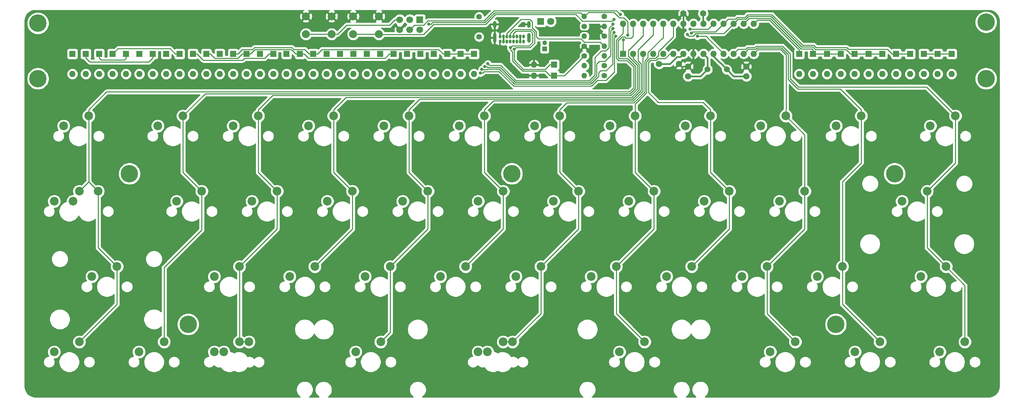
<source format=gbr>
G04 #@! TF.GenerationSoftware,KiCad,Pcbnew,(5.1.4)-1*
G04 #@! TF.CreationDate,2019-11-03T00:56:46-04:00*
G04 #@! TF.ProjectId,romeo-pcb,726f6d65-6f2d-4706-9362-2e6b69636164,rev?*
G04 #@! TF.SameCoordinates,Original*
G04 #@! TF.FileFunction,Copper,L2,Bot*
G04 #@! TF.FilePolarity,Positive*
%FSLAX46Y46*%
G04 Gerber Fmt 4.6, Leading zero omitted, Abs format (unit mm)*
G04 Created by KiCad (PCBNEW (5.1.4)-1) date 2019-11-03 00:56:46*
%MOMM*%
%LPD*%
G04 APERTURE LIST*
%ADD10C,4.400000*%
%ADD11C,2.200000*%
%ADD12C,1.600000*%
%ADD13O,1.600000X1.600000*%
%ADD14R,1.600000X1.600000*%
%ADD15R,1.200000X1.200000*%
%ADD16C,1.200000*%
%ADD17C,2.000000*%
%ADD18C,1.500000*%
%ADD19O,0.650000X1.000000*%
%ADD20O,0.900000X2.400000*%
%ADD21O,0.900000X1.700000*%
%ADD22O,1.400000X1.400000*%
%ADD23C,1.400000*%
%ADD24C,1.800000*%
%ADD25R,1.800000X1.800000*%
%ADD26R,1.700000X1.700000*%
%ADD27C,1.700000*%
%ADD28C,0.800000*%
%ADD29C,0.250000*%
%ADD30C,0.400000*%
%ADD31C,0.254000*%
G04 APERTURE END LIST*
D10*
X227380800Y-91922600D03*
X63703200Y-91922600D03*
X48844200Y-53822600D03*
X242239800Y-53822600D03*
X145504499Y-53822600D03*
D11*
X36163250Y-58267600D03*
X29813250Y-60807600D03*
D10*
X265366999Y-15497599D03*
X265366999Y-29772600D03*
X25717001Y-29772600D03*
X25717001Y-15772600D03*
D11*
X138557000Y-39217600D03*
X132207000Y-41757600D03*
D12*
X187714400Y-26073100D03*
X182714400Y-26073100D03*
D13*
X228650700Y-28600400D03*
D14*
X228650700Y-23520400D03*
D12*
X188854850Y-13296900D03*
X193854850Y-13296900D03*
D15*
X153784300Y-22263100D03*
D16*
X153784300Y-20763100D03*
D12*
X204761600Y-26697300D03*
X204761600Y-29197300D03*
X190055000Y-26697300D03*
X190055000Y-29197300D03*
D17*
X111896151Y-14020800D03*
X111896151Y-18520800D03*
X105396151Y-14020800D03*
X105396151Y-18520800D03*
D11*
X106013250Y-98907600D03*
X112363250Y-96367600D03*
X179038250Y-96367600D03*
X172688250Y-98907600D03*
D18*
X194957200Y-27444700D03*
X199837200Y-27444700D03*
D19*
X146779499Y-20400200D03*
X148479499Y-20400200D03*
X147629499Y-20400200D03*
X145929499Y-20400200D03*
X145079499Y-20400200D03*
X144229499Y-20400200D03*
X143379499Y-20400200D03*
X142529499Y-20400200D03*
X148479499Y-19075200D03*
X147624499Y-19075200D03*
X146774499Y-19075200D03*
X145924499Y-19075200D03*
X145074499Y-19075200D03*
X144224499Y-19075200D03*
X143374499Y-19075200D03*
X142524499Y-19075200D03*
D20*
X149829499Y-19420200D03*
X141179499Y-19420200D03*
D21*
X149829499Y-16040200D03*
X141179499Y-16040200D03*
D13*
X173614850Y-15868650D03*
X206634850Y-23488650D03*
X176154850Y-15868650D03*
X204094850Y-23488650D03*
X178694850Y-15868650D03*
X201554850Y-23488650D03*
X181234850Y-15868650D03*
X199014850Y-23488650D03*
X183774850Y-15868650D03*
X196474850Y-23488650D03*
X186314850Y-15868650D03*
X193934850Y-23488650D03*
X188854850Y-15868650D03*
X191394850Y-23488650D03*
X191394850Y-15868650D03*
X188854850Y-23488650D03*
X193934850Y-15868650D03*
X186314850Y-23488650D03*
X196474850Y-15868650D03*
X183774850Y-23488650D03*
X199014850Y-15868650D03*
X181234850Y-23488650D03*
X201554850Y-15868650D03*
X178694850Y-23488650D03*
X204094850Y-15868650D03*
X176154850Y-23488650D03*
X206634850Y-15868650D03*
D14*
X173614850Y-23488650D03*
D11*
X260000750Y-96367600D03*
X253650750Y-98907600D03*
X238569500Y-96367600D03*
X232219500Y-98907600D03*
X217138250Y-96367600D03*
X210788250Y-98907600D03*
X143319500Y-96367600D03*
X136969500Y-98907600D03*
X145700750Y-96367600D03*
X139350750Y-98907600D03*
X79025750Y-96367600D03*
X72675750Y-98907600D03*
X76644500Y-96367600D03*
X70294500Y-98907600D03*
X57594500Y-96367600D03*
X51244500Y-98907600D03*
X36163250Y-96369660D03*
X29813250Y-98909660D03*
X255238250Y-77317600D03*
X248888250Y-79857600D03*
X229044500Y-77317600D03*
X222694500Y-79857600D03*
X209994500Y-77317600D03*
X203644500Y-79857600D03*
X190944500Y-77317600D03*
X184594500Y-79857600D03*
X171894500Y-77317600D03*
X165544500Y-79857600D03*
X152844500Y-77317600D03*
X146494500Y-79857600D03*
X133794500Y-77317600D03*
X127444500Y-79857600D03*
X114744500Y-77317600D03*
X108394500Y-79857600D03*
X95694500Y-77317600D03*
X89344500Y-79857600D03*
X76644500Y-77317600D03*
X70294500Y-79857600D03*
X39338250Y-79857600D03*
X45688250Y-77317600D03*
X244125750Y-60807600D03*
X250475750Y-58267600D03*
X219519500Y-58267600D03*
X213169500Y-60807600D03*
X200469500Y-58267600D03*
X194119500Y-60807600D03*
X181419500Y-58267600D03*
X175069500Y-60807600D03*
X162369500Y-58267600D03*
X156019500Y-60807600D03*
X143319500Y-58267600D03*
X136969500Y-60807600D03*
X124269500Y-58267600D03*
X117919500Y-60807600D03*
X105219500Y-58267600D03*
X98869500Y-60807600D03*
X86169500Y-58267600D03*
X79819500Y-60807600D03*
X67119500Y-58267600D03*
X60769500Y-60807600D03*
X40925750Y-58267600D03*
X34575750Y-60807600D03*
X251269500Y-41757600D03*
X257619500Y-39217600D03*
X233807000Y-39217600D03*
X227457000Y-41757600D03*
X214757000Y-39217600D03*
X208407000Y-41757600D03*
X195707000Y-39217600D03*
X189357000Y-41757600D03*
X176657000Y-39217600D03*
X170307000Y-41757600D03*
X157607000Y-39217600D03*
X151257000Y-41757600D03*
X119507000Y-39217600D03*
X113157000Y-41757600D03*
X100457000Y-39217600D03*
X94107000Y-41757600D03*
X81407000Y-39217600D03*
X75057000Y-41757600D03*
X62357000Y-39217600D03*
X56007000Y-41757600D03*
X32194500Y-41757600D03*
X38544500Y-39217600D03*
D17*
X99955402Y-14020800D03*
X99955402Y-18520800D03*
X93455402Y-14020800D03*
X93455402Y-18520800D03*
D22*
X168909500Y-16561600D03*
D23*
X163829500Y-16561600D03*
D22*
X163829500Y-14071600D03*
D23*
X168909500Y-14071600D03*
D22*
X163829500Y-26521600D03*
D23*
X168909500Y-26521600D03*
D22*
X168909500Y-24031600D03*
D23*
X163829500Y-24031600D03*
D22*
X168909500Y-21541600D03*
D23*
X163829500Y-21541600D03*
D22*
X163829500Y-19051600D03*
D23*
X168909500Y-19051600D03*
D22*
X163829500Y-29011600D03*
D23*
X168909500Y-29011600D03*
D24*
X155359100Y-15278100D03*
D25*
X152819100Y-15278100D03*
D26*
X122263500Y-14846300D03*
D27*
X122263500Y-17386300D03*
X119723500Y-14846300D03*
X119723500Y-17386300D03*
X117183500Y-14846300D03*
X117183500Y-17386300D03*
D23*
X137223500Y-14125100D03*
X137223500Y-19225100D03*
D13*
X151091900Y-26250900D03*
D14*
X156171900Y-26250900D03*
D13*
X151104600Y-29019500D03*
D14*
X156184600Y-29019500D03*
D13*
X225150700Y-28600400D03*
D14*
X225150700Y-23520400D03*
D13*
X221650700Y-28600400D03*
D14*
X221650700Y-23520400D03*
D13*
X102099960Y-28600400D03*
D14*
X102099960Y-23520400D03*
D13*
X98716627Y-28600400D03*
D14*
X98716627Y-23520400D03*
D13*
X81799962Y-28600400D03*
D14*
X81799962Y-23520400D03*
D13*
X58116631Y-28600400D03*
D14*
X58116631Y-23520400D03*
D13*
X47966632Y-28600400D03*
D14*
X47966632Y-23520400D03*
D13*
X41199966Y-28600400D03*
D14*
X41199966Y-23520400D03*
D13*
X239150700Y-28600400D03*
D14*
X239150700Y-23520400D03*
D13*
X235650700Y-28600400D03*
D14*
X235650700Y-23520400D03*
D13*
X232150700Y-28600400D03*
D14*
X232150700Y-23520400D03*
D13*
X112249959Y-28600400D03*
D14*
X112249959Y-23520400D03*
D13*
X108866626Y-28600400D03*
D14*
X108866626Y-23520400D03*
D13*
X105483293Y-28600400D03*
D14*
X105483293Y-23520400D03*
D13*
X88566628Y-28600400D03*
D14*
X88566628Y-23520400D03*
D13*
X85183295Y-28600400D03*
D14*
X85183295Y-23520400D03*
D13*
X64883297Y-28600400D03*
D14*
X64883297Y-23520400D03*
D13*
X61499964Y-28600400D03*
D14*
X61499964Y-23520400D03*
D13*
X44583299Y-28600400D03*
D14*
X44583299Y-23520400D03*
D13*
X246150700Y-28600400D03*
D14*
X246150700Y-23520400D03*
D13*
X242650700Y-28600400D03*
D14*
X242650700Y-23520400D03*
D13*
X125783291Y-28600400D03*
D14*
X125783291Y-23520400D03*
D13*
X122399958Y-28600400D03*
D14*
X122399958Y-23520400D03*
D13*
X119016625Y-28600400D03*
D14*
X119016625Y-23520400D03*
D13*
X115633292Y-28600400D03*
D14*
X115633292Y-23520400D03*
D13*
X91949961Y-28600400D03*
D14*
X91949961Y-23520400D03*
D13*
X78416629Y-28600400D03*
D14*
X78416629Y-23520400D03*
D13*
X68266630Y-28600400D03*
D14*
X68266630Y-23520400D03*
D13*
X54733298Y-28600400D03*
D14*
X54733298Y-23520400D03*
D13*
X37816633Y-28600400D03*
D14*
X37816633Y-23520400D03*
D13*
X256650700Y-28600400D03*
D14*
X256650700Y-23520400D03*
D13*
X253150700Y-28600400D03*
D14*
X253150700Y-23520400D03*
D13*
X249650700Y-28600400D03*
D14*
X249650700Y-23520400D03*
D13*
X218150700Y-28600400D03*
D14*
X218150700Y-23520400D03*
D13*
X135933300Y-28600400D03*
D14*
X135933300Y-23520400D03*
D13*
X132549957Y-28600400D03*
D14*
X132549957Y-23520400D03*
D13*
X129166624Y-28600400D03*
D14*
X129166624Y-23520400D03*
D13*
X95333294Y-28600400D03*
D14*
X95333294Y-23520400D03*
D13*
X75033296Y-28600400D03*
D14*
X75033296Y-23520400D03*
D13*
X71649963Y-28600400D03*
D14*
X71649963Y-23520400D03*
D13*
X51349965Y-28600400D03*
D14*
X51349965Y-23520400D03*
D13*
X34433300Y-28600400D03*
D14*
X34433300Y-23520400D03*
D28*
X171297600Y-14808200D03*
X192397780Y-19074290D03*
X211988400Y-39395400D03*
X173316900Y-31102300D03*
X173824900Y-27495500D03*
X200583800Y-18326100D03*
X204825600Y-18364200D03*
X160020000Y-16294100D03*
X186715400Y-20421600D03*
X137919200Y-27393900D03*
X171297600Y-18110200D03*
X138668500Y-26708100D03*
X171056300Y-17119600D03*
X190846982Y-18278368D03*
X139417800Y-25996900D03*
X171107100Y-15989300D03*
X172947798Y-13568628D03*
X189908702Y-18624279D03*
X137538200Y-28371800D03*
X171767500Y-19050000D03*
X145161000Y-21945600D03*
X146100800Y-22352000D03*
X190522822Y-17224873D03*
X124548900Y-15963900D03*
X174796575Y-18759010D03*
X173714586Y-19963290D03*
D29*
X112694000Y-18567400D02*
X112647400Y-18520800D01*
X199014850Y-23488650D02*
X194600490Y-19074290D01*
X194600490Y-19074290D02*
X192963465Y-19074290D01*
X192963465Y-19074290D02*
X192397780Y-19074290D01*
X106810364Y-18520800D02*
X111896151Y-18520800D01*
X105396151Y-18520800D02*
X106810364Y-18520800D01*
X111942751Y-18567400D02*
X111896151Y-18520800D01*
X123151900Y-18567400D02*
X111942751Y-18567400D01*
X125669177Y-16050123D02*
X123151900Y-18567400D01*
X170897601Y-15208199D02*
X163328299Y-15208199D01*
X171297600Y-14808200D02*
X170897601Y-15208199D01*
X163328299Y-15208199D02*
X161658300Y-13538200D01*
X141363700Y-13538200D02*
X138851777Y-16050123D01*
X161658300Y-13538200D02*
X141363700Y-13538200D01*
X138851777Y-16050123D02*
X125669177Y-16050123D01*
D30*
X188338600Y-26697300D02*
X187714400Y-26073100D01*
X190055000Y-26697300D02*
X188338600Y-26697300D01*
X167919551Y-16561600D02*
X166688451Y-17792700D01*
X168909500Y-16561600D02*
X167919551Y-16561600D01*
X166688451Y-17792700D02*
X161518600Y-17792700D01*
X161518600Y-17792700D02*
X160020000Y-16294100D01*
X188854850Y-15868650D02*
X188854850Y-13296900D01*
X193204600Y-29197300D02*
X194957200Y-27444700D01*
X190055000Y-29197300D02*
X193204600Y-29197300D01*
X194925450Y-27412950D02*
X194957200Y-27444700D01*
X194957200Y-24511000D02*
X193934850Y-23488650D01*
X194957200Y-27444700D02*
X194957200Y-24511000D01*
X201589800Y-29197300D02*
X199837200Y-27444700D01*
X204761600Y-29197300D02*
X201589800Y-29197300D01*
X196474850Y-24082350D02*
X196474850Y-23488650D01*
X199837200Y-27444700D02*
X196474850Y-24082350D01*
X188054851Y-24288649D02*
X188854850Y-23488650D01*
X187290853Y-24288649D02*
X188054851Y-24288649D01*
X185506402Y-26073100D02*
X187290853Y-24288649D01*
X182714400Y-26073100D02*
X185506402Y-26073100D01*
X193854850Y-15788650D02*
X193934850Y-15868650D01*
X193854850Y-13296900D02*
X193854850Y-15788650D01*
D29*
X76083296Y-23520400D02*
X75033296Y-23520400D01*
X76231627Y-23520400D02*
X76083296Y-23520400D01*
X79950100Y-22390100D02*
X77361927Y-22390100D01*
X77361927Y-22390100D02*
X76231627Y-23520400D01*
X95333294Y-23520400D02*
X94283294Y-23520400D01*
X94283294Y-23520400D02*
X93158293Y-22395399D01*
X93158293Y-22395399D02*
X90420199Y-22395399D01*
X90420199Y-22395399D02*
X89957700Y-21932900D01*
X89957700Y-21932900D02*
X80407300Y-21932900D01*
X80407300Y-21932900D02*
X79950100Y-22390100D01*
X96383294Y-23520400D02*
X97513594Y-22390100D01*
X95333294Y-23520400D02*
X96383294Y-23520400D01*
X128116624Y-23520400D02*
X129166624Y-23520400D01*
X126986324Y-22390100D02*
X128116624Y-23520400D01*
X97513594Y-22390100D02*
X126986324Y-22390100D01*
X255600700Y-23520400D02*
X253150700Y-23520400D01*
X256650700Y-23520400D02*
X255600700Y-23520400D01*
X252100700Y-23520400D02*
X249650700Y-23520400D01*
X253150700Y-23520400D02*
X252100700Y-23520400D01*
X218150700Y-23520400D02*
X218147900Y-23520400D01*
X137919200Y-27393900D02*
X138214100Y-27393900D01*
X138214100Y-27393900D02*
X138328400Y-27508200D01*
X138328400Y-27508200D02*
X139217400Y-27508200D01*
X139217400Y-27508200D02*
X139382500Y-27343100D01*
X139382500Y-27343100D02*
X142328900Y-27343100D01*
X142328900Y-27343100D02*
X146164300Y-31178500D01*
X146164300Y-31178500D02*
X165468300Y-31178500D01*
X165468300Y-31178500D02*
X167424100Y-29222700D01*
X167424100Y-29222700D02*
X167424100Y-28295600D01*
X167424100Y-28295600D02*
X167944800Y-27774900D01*
X167944800Y-27774900D02*
X169303700Y-27774900D01*
X169303700Y-27774900D02*
X170967400Y-26111200D01*
X170967400Y-26111200D02*
X170967400Y-18440400D01*
X170967400Y-18440400D02*
X171297600Y-18110200D01*
X207530200Y-14973300D02*
X206634850Y-15868650D01*
X210653600Y-14973300D02*
X207530200Y-14973300D01*
X218150700Y-23520400D02*
X218150700Y-22470400D01*
X218150700Y-22470400D02*
X210653600Y-14973300D01*
X130216624Y-23520400D02*
X132549957Y-23520400D01*
X129166624Y-23520400D02*
X130216624Y-23520400D01*
X133599957Y-23520400D02*
X135933300Y-23520400D01*
X132549957Y-23520400D02*
X133599957Y-23520400D01*
X54733298Y-24570400D02*
X54733298Y-23520400D01*
X53763998Y-25539700D02*
X54733298Y-24570400D01*
X38785933Y-25539700D02*
X53763998Y-25539700D01*
X37816633Y-24570400D02*
X38785933Y-25539700D01*
X37816633Y-23520400D02*
X37816633Y-24570400D01*
X77366629Y-23520400D02*
X78416629Y-23520400D01*
X70441631Y-24645401D02*
X76241628Y-24645401D01*
X69316630Y-23520400D02*
X70441631Y-24645401D01*
X68266630Y-23520400D02*
X69316630Y-23520400D01*
X76241628Y-24645401D02*
X77366629Y-23520400D01*
X89774960Y-22395399D02*
X90899961Y-23520400D01*
X80591630Y-22395399D02*
X89774960Y-22395399D01*
X79466629Y-23520400D02*
X80591630Y-22395399D01*
X78416629Y-23520400D02*
X79466629Y-23520400D01*
X90899961Y-23520400D02*
X91949961Y-23520400D01*
X114583292Y-23520400D02*
X115633292Y-23520400D01*
X113458291Y-24645401D02*
X114583292Y-23520400D01*
X94124962Y-24645401D02*
X113458291Y-24645401D01*
X92999961Y-23520400D02*
X94124962Y-24645401D01*
X91949961Y-23520400D02*
X92999961Y-23520400D01*
X245100700Y-23520400D02*
X242650700Y-23520400D01*
X246150700Y-23520400D02*
X245100700Y-23520400D01*
X139234185Y-26708100D02*
X139399285Y-26873200D01*
X138668500Y-26708100D02*
X139234185Y-26708100D01*
X139399285Y-26873200D02*
X142506700Y-26873200D01*
X142506700Y-26873200D02*
X146342100Y-30708600D01*
X146342100Y-30708600D02*
X165290500Y-30708600D01*
X165290500Y-30708600D02*
X166966900Y-29032200D01*
X166966900Y-29032200D02*
X166966900Y-26022300D01*
X166966900Y-26022300D02*
X167614600Y-25374600D01*
X167614600Y-25374600D02*
X169049700Y-25374600D01*
X169049700Y-25374600D02*
X170510200Y-23914100D01*
X170510200Y-23914100D02*
X170510200Y-17665700D01*
X170510200Y-17665700D02*
X171056300Y-17119600D01*
X196984222Y-17899278D02*
X191226072Y-17899278D01*
X199014850Y-15868650D02*
X196984222Y-17899278D01*
X191226072Y-17899278D02*
X190846982Y-18278368D01*
X204419200Y-14249400D02*
X202526900Y-14249400D01*
X205079600Y-13589000D02*
X204419200Y-14249400D01*
X211226400Y-13589000D02*
X205079600Y-13589000D01*
X218960700Y-21323300D02*
X211226400Y-13589000D01*
X221805500Y-21323300D02*
X218960700Y-21323300D01*
X242650700Y-23520400D02*
X241600700Y-23520400D01*
X241600700Y-23520400D02*
X240406900Y-22326600D01*
X202526900Y-14249400D02*
X202095100Y-14681200D01*
X240406900Y-22326600D02*
X230555800Y-22326600D01*
X230555800Y-22326600D02*
X230162100Y-21932900D01*
X230162100Y-21932900D02*
X222415100Y-21932900D01*
X222415100Y-21932900D02*
X221805500Y-21323300D01*
X200202300Y-14681200D02*
X199014850Y-15868650D01*
X202095100Y-14681200D02*
X200202300Y-14681200D01*
X60449964Y-23520400D02*
X61499964Y-23520400D01*
X59116464Y-22186900D02*
X60449964Y-23520400D01*
X45977600Y-22186900D02*
X59116464Y-22186900D01*
X44644100Y-23520400D02*
X45977600Y-22186900D01*
X44583299Y-23520400D02*
X44644100Y-23520400D01*
X77928038Y-24645401D02*
X83008294Y-24645401D01*
X83008294Y-24645401D02*
X84133295Y-23520400D01*
X65933297Y-23520400D02*
X67508309Y-25095412D01*
X64883297Y-23520400D02*
X65933297Y-23520400D01*
X77478028Y-25095412D02*
X77928038Y-24645401D01*
X67508309Y-25095412D02*
X77478028Y-25095412D01*
X84133295Y-23520400D02*
X85183295Y-23520400D01*
X238100700Y-23520400D02*
X235650700Y-23520400D01*
X239150700Y-23520400D02*
X238100700Y-23520400D01*
X234600700Y-23520400D02*
X232150700Y-23520400D01*
X235650700Y-23520400D02*
X234600700Y-23520400D01*
X170053000Y-17043400D02*
X171107100Y-15989300D01*
X170053000Y-21915102D02*
X170053000Y-17043400D01*
X169184302Y-22783800D02*
X170053000Y-21915102D01*
X166509700Y-24422100D02*
X168148000Y-22783800D01*
X139817799Y-26396899D02*
X142690799Y-26396899D01*
X142690799Y-26396899D02*
X146545300Y-30251400D01*
X146545300Y-30251400D02*
X165100000Y-30251400D01*
X165100000Y-30251400D02*
X166509700Y-28841700D01*
X168148000Y-22783800D02*
X169184302Y-22783800D01*
X139417800Y-25996900D02*
X139817799Y-26396899D01*
X166509700Y-28841700D02*
X166509700Y-24422100D01*
X124283199Y-15150101D02*
X138456399Y-15150101D01*
X120898501Y-16211299D02*
X123222001Y-16211299D01*
X123222001Y-16211299D02*
X124283199Y-15150101D01*
X119723500Y-17386300D02*
X120898501Y-16211299D01*
X172547799Y-13168629D02*
X172947798Y-13568628D01*
X171975758Y-12596588D02*
X172547799Y-13168629D01*
X141009912Y-12596588D02*
X171975758Y-12596588D01*
X138456399Y-15150101D02*
X141009912Y-12596588D01*
X191287722Y-19024278D02*
X190308701Y-19024278D01*
X201554850Y-15868650D02*
X199074211Y-18349289D01*
X199074211Y-18349289D02*
X191962711Y-18349289D01*
X190308701Y-19024278D02*
X189908702Y-18624279D01*
X191962711Y-18349289D02*
X191287722Y-19024278D01*
X202716900Y-14706600D02*
X201554850Y-15868650D01*
X205270100Y-14046200D02*
X204609700Y-14706600D01*
X211035900Y-14046200D02*
X205270100Y-14046200D01*
X232150700Y-23520400D02*
X231100700Y-23520400D01*
X231100700Y-23520400D02*
X229975699Y-22395399D01*
X229975699Y-22395399D02*
X222229899Y-22395399D01*
X222229899Y-22395399D02*
X221615000Y-21780500D01*
X221615000Y-21780500D02*
X218770200Y-21780500D01*
X204609700Y-14706600D02*
X202716900Y-14706600D01*
X218770200Y-21780500D02*
X211035900Y-14046200D01*
X41199966Y-24570400D02*
X41712066Y-25082500D01*
X41199966Y-23520400D02*
X41199966Y-24570400D01*
X41712066Y-25082500D02*
X47552400Y-25082500D01*
X47552400Y-25082500D02*
X47966632Y-24668268D01*
X47966632Y-24668268D02*
X47966632Y-23520400D01*
X227600700Y-23520400D02*
X225150700Y-23520400D01*
X228650700Y-23520400D02*
X227600700Y-23520400D01*
X224100700Y-23520400D02*
X221650700Y-23520400D01*
X225150700Y-23520400D02*
X224100700Y-23520400D01*
X138103885Y-28371800D02*
X138510285Y-27965400D01*
X137538200Y-28371800D02*
X138103885Y-28371800D01*
X138510285Y-27965400D02*
X142303500Y-27965400D01*
X142303500Y-27965400D02*
X145986500Y-31648400D01*
X145986500Y-31648400D02*
X165646100Y-31648400D01*
X165646100Y-31648400D02*
X167081200Y-30213300D01*
X167081200Y-30213300D02*
X169316400Y-30213300D01*
X169316400Y-30213300D02*
X171424600Y-28105100D01*
X171424600Y-28105100D02*
X171424600Y-19392900D01*
X171424600Y-19392900D02*
X171767500Y-19050000D01*
X205447400Y-14516100D02*
X204094850Y-15868650D01*
X210845400Y-14516100D02*
X205447400Y-14516100D01*
X218567000Y-22237700D02*
X210845400Y-14516100D01*
X221418000Y-22237700D02*
X218567000Y-22237700D01*
X221650700Y-22470400D02*
X221418000Y-22237700D01*
X221650700Y-23520400D02*
X221650700Y-22470400D01*
X145924499Y-18325200D02*
X146482399Y-17767300D01*
X145924499Y-19075200D02*
X145924499Y-18325200D01*
X146482399Y-17767300D02*
X150228300Y-17767300D01*
X150228300Y-17767300D02*
X150774400Y-18313400D01*
X150774400Y-18313400D02*
X150774400Y-20586700D01*
X150774400Y-20586700D02*
X149872700Y-21488400D01*
X149872700Y-21488400D02*
X145618200Y-21488400D01*
X145618200Y-21488400D02*
X145161000Y-21945600D01*
X145161000Y-22511285D02*
X145643600Y-22993885D01*
X145161000Y-21945600D02*
X145161000Y-22511285D01*
X145643600Y-22993885D02*
X145643600Y-25273000D01*
X145643600Y-25273000D02*
X148209000Y-27838400D01*
X148209000Y-27838400D02*
X153974800Y-27838400D01*
X153974800Y-27838400D02*
X155155900Y-29019500D01*
X155155900Y-29019500D02*
X156184600Y-29019500D01*
X156184600Y-29019500D02*
X157238700Y-29019500D01*
X157238700Y-29019500D02*
X157246600Y-29011600D01*
X157238700Y-29019500D02*
X158841600Y-29019500D01*
X158841600Y-29019500D02*
X163829500Y-24031600D01*
X145074499Y-18325200D02*
X146089599Y-17310100D01*
X145074499Y-19075200D02*
X145074499Y-18325200D01*
X146089599Y-17310100D02*
X150418800Y-17310100D01*
X150418800Y-17310100D02*
X151231600Y-18122900D01*
X151231600Y-18122900D02*
X151231600Y-20777200D01*
X151231600Y-20777200D02*
X150063200Y-21945600D01*
X150063200Y-21945600D02*
X146507200Y-21945600D01*
X146507200Y-21945600D02*
X146100800Y-22352000D01*
X155121900Y-26250900D02*
X156171900Y-26250900D01*
X153996899Y-27375901D02*
X155121900Y-26250900D01*
X148394201Y-27375901D02*
X153996899Y-27375901D01*
X146100800Y-25082500D02*
X148394201Y-27375901D01*
X146100800Y-22352000D02*
X146100800Y-25082500D01*
X163558800Y-26250900D02*
X163829500Y-26521600D01*
D30*
X143374499Y-20395200D02*
X143379499Y-20400200D01*
X143374499Y-19075200D02*
X143374499Y-20395200D01*
X147624499Y-20395200D02*
X147629499Y-20400200D01*
X147624499Y-19075200D02*
X147624499Y-20395200D01*
D29*
X196474850Y-15868650D02*
X195118627Y-17224873D01*
X195118627Y-17224873D02*
X191088507Y-17224873D01*
X191088507Y-17224873D02*
X190522822Y-17224873D01*
X138642799Y-15600112D02*
X125478373Y-15600112D01*
X163829500Y-14071600D02*
X162826200Y-13068300D01*
X162826200Y-13068300D02*
X141174611Y-13068300D01*
X125114585Y-15963900D02*
X124548900Y-15963900D01*
X125478373Y-15600112D02*
X125114585Y-15963900D01*
X141174611Y-13068300D02*
X138642799Y-15600112D01*
X117183500Y-14846300D02*
X115981419Y-14846300D01*
X103732891Y-16245809D02*
X101457900Y-18520800D01*
X114581909Y-16245809D02*
X103732891Y-16245809D01*
X115981419Y-14846300D02*
X114581909Y-16245809D01*
X163829500Y-14071600D02*
X164854501Y-13046599D01*
X164854501Y-13046599D02*
X171352099Y-13046599D01*
X172681900Y-14376400D02*
X172053250Y-13747750D01*
X173787602Y-14376400D02*
X172681900Y-14376400D01*
X171352099Y-13046599D02*
X172053250Y-13747750D01*
X172053250Y-13747750D02*
X172173900Y-13868400D01*
X174739851Y-15328649D02*
X174530151Y-15118949D01*
X174530151Y-15118949D02*
X173787602Y-14376400D01*
X174530151Y-15118949D02*
X174796575Y-15385373D01*
X174796575Y-15385373D02*
X174796575Y-18193325D01*
X174796575Y-18193325D02*
X174796575Y-18759010D01*
X173614850Y-23488650D02*
X173614850Y-20063026D01*
X173614850Y-20063026D02*
X173714586Y-19963290D01*
X101457900Y-18520800D02*
X99955402Y-18520800D01*
X94869615Y-18520800D02*
X99955402Y-18520800D01*
X93455402Y-18520800D02*
X94869615Y-18520800D01*
X150068128Y-14782800D02*
X147766899Y-14782800D01*
X147766899Y-14782800D02*
X144224499Y-18325200D01*
X150672800Y-16916400D02*
X150672800Y-15387472D01*
X151688800Y-17932400D02*
X150672800Y-16916400D01*
X167884499Y-20516599D02*
X163777497Y-20516599D01*
X168909500Y-21541600D02*
X167884499Y-20516599D01*
X163777497Y-20516599D02*
X162996698Y-19735800D01*
X144224499Y-18325200D02*
X144224499Y-19075200D01*
X162996698Y-19735800D02*
X152234900Y-19735800D01*
X152234900Y-19735800D02*
X151688800Y-19189700D01*
X150672800Y-15387472D02*
X150068128Y-14782800D01*
X151688800Y-19189700D02*
X151688800Y-17932400D01*
X40925750Y-58267600D02*
X38544500Y-55886350D01*
X40925750Y-72555100D02*
X45688250Y-77317600D01*
X40925750Y-58267600D02*
X40925750Y-72555100D01*
X45688250Y-86844660D02*
X36163250Y-96369660D01*
X45688250Y-77317600D02*
X45688250Y-86844660D01*
X43084866Y-33121600D02*
X38544500Y-37661966D01*
X175221900Y-33121600D02*
X43084866Y-33121600D01*
X176301400Y-32042100D02*
X175221900Y-33121600D01*
X176301400Y-26847800D02*
X176301400Y-32042100D01*
X173614850Y-15868650D02*
X173614850Y-18307550D01*
X173614850Y-18307550D02*
X171881800Y-20040600D01*
X171881800Y-20040600D02*
X171881800Y-24587200D01*
X171881800Y-24587200D02*
X172478700Y-25184100D01*
X172478700Y-25184100D02*
X174637700Y-25184100D01*
X38544500Y-37661966D02*
X38544500Y-39217600D01*
X174637700Y-25184100D02*
X176301400Y-26847800D01*
X38544500Y-55118000D02*
X38544500Y-55911750D01*
X38544500Y-55886350D02*
X38544500Y-55118000D01*
X38544500Y-55118000D02*
X38544500Y-39217600D01*
X38519100Y-55911750D02*
X36163250Y-58267600D01*
X38544500Y-55911750D02*
X38519100Y-55911750D01*
X57594500Y-94811966D02*
X57607200Y-94799266D01*
X57594500Y-96367600D02*
X57594500Y-94811966D01*
X57607200Y-94799266D02*
X57607200Y-77571600D01*
X67119500Y-68059300D02*
X67119500Y-58267600D01*
X57607200Y-77571600D02*
X67119500Y-68059300D01*
X62357000Y-53505100D02*
X67119500Y-58267600D01*
X62357000Y-39217600D02*
X62357000Y-53505100D01*
X67995800Y-33578800D02*
X62357000Y-39217600D01*
X175412400Y-33578800D02*
X67995800Y-33578800D01*
X176758600Y-32232600D02*
X175412400Y-33578800D01*
X172668098Y-24726900D02*
X174840900Y-24726900D01*
X176758600Y-26644600D02*
X176758600Y-32232600D01*
X172344799Y-24403601D02*
X172668098Y-24726900D01*
X172344799Y-20260075D02*
X172344799Y-24403601D01*
X176154850Y-15868650D02*
X176154850Y-19006050D01*
X174840900Y-24726900D02*
X176758600Y-26644600D01*
X176154850Y-19006050D02*
X175627199Y-19533701D01*
X175627199Y-19533701D02*
X174357999Y-19533701D01*
X174357999Y-19533701D02*
X174062587Y-19238289D01*
X174062587Y-19238289D02*
X173366585Y-19238289D01*
X173366585Y-19238289D02*
X172344799Y-20260075D01*
X79025750Y-96367600D02*
X76644500Y-96367600D01*
X76644500Y-94811966D02*
X76644500Y-77317600D01*
X76644500Y-96367600D02*
X76644500Y-94811966D01*
X86169500Y-67792600D02*
X86169500Y-58267600D01*
X76644500Y-77317600D02*
X86169500Y-67792600D01*
X81407000Y-53505100D02*
X86169500Y-58267600D01*
X81407000Y-39217600D02*
X81407000Y-53505100D01*
X85032966Y-34036000D02*
X81407000Y-37661966D01*
X178694850Y-15868650D02*
X178694850Y-18955250D01*
X178694850Y-18955250D02*
X174967900Y-22682200D01*
X174967900Y-22682200D02*
X174967900Y-24142700D01*
X174967900Y-24142700D02*
X177228500Y-26403300D01*
X81407000Y-37661966D02*
X81407000Y-39217600D01*
X175602900Y-34036000D02*
X85032966Y-34036000D01*
X177228500Y-26403300D02*
X177228500Y-32410400D01*
X177228500Y-32410400D02*
X175602900Y-34036000D01*
X105219500Y-67792600D02*
X95694500Y-77317600D01*
X105219500Y-58267600D02*
X105219500Y-67792600D01*
X100457000Y-53505100D02*
X105219500Y-58267600D01*
X100457000Y-39217600D02*
X100457000Y-53505100D01*
X100457000Y-37661966D02*
X103625766Y-34493200D01*
X100457000Y-39217600D02*
X100457000Y-37661966D01*
X103625766Y-34493200D02*
X175793400Y-34493200D01*
X175793400Y-34493200D02*
X177685700Y-32600900D01*
X177685700Y-27559000D02*
X177685700Y-26212800D01*
X177685700Y-32600900D02*
X177685700Y-27559000D01*
X177685700Y-26212800D02*
X176199800Y-24726900D01*
X176154850Y-24681950D02*
X176154850Y-23488650D01*
X176199800Y-24726900D02*
X176154850Y-24681950D01*
X114744500Y-93986350D02*
X114744500Y-77317600D01*
X112363250Y-96367600D02*
X114744500Y-93986350D01*
X124269500Y-67792600D02*
X124269500Y-58267600D01*
X114744500Y-77317600D02*
X124269500Y-67792600D01*
X119507000Y-53505100D02*
X124269500Y-58267600D01*
X119507000Y-39217600D02*
X119507000Y-53505100D01*
X119507000Y-37661966D02*
X119507000Y-39217600D01*
X181234850Y-15868650D02*
X181234850Y-18701250D01*
X181234850Y-18701250D02*
X177406300Y-22529800D01*
X175983900Y-34950400D02*
X122218566Y-34950400D01*
X177406300Y-22529800D02*
X177406300Y-25273000D01*
X177406300Y-25273000D02*
X178155600Y-26022300D01*
X122218566Y-34950400D02*
X119507000Y-37661966D01*
X178155600Y-26022300D02*
X178155600Y-32778700D01*
X178155600Y-32778700D02*
X175983900Y-34950400D01*
X143319500Y-67792600D02*
X143319500Y-58267600D01*
X133794500Y-77317600D02*
X143319500Y-67792600D01*
X138557000Y-53505100D02*
X143319500Y-58267600D01*
X138557000Y-39217600D02*
X138557000Y-53505100D01*
X178612800Y-23570700D02*
X178694850Y-23488650D01*
X178612800Y-32969200D02*
X178612800Y-23570700D01*
X176174400Y-35407600D02*
X178612800Y-32969200D01*
X140811366Y-35407600D02*
X176174400Y-35407600D01*
X138557000Y-39217600D02*
X138557000Y-37661966D01*
X138557000Y-37661966D02*
X140811366Y-35407600D01*
X143319500Y-96367600D02*
X145700750Y-96367600D01*
X152844500Y-89223850D02*
X152844500Y-77317600D01*
X145700750Y-96367600D02*
X152844500Y-89223850D01*
X162369500Y-67792600D02*
X162369500Y-58267600D01*
X152844500Y-77317600D02*
X162369500Y-67792600D01*
X157607000Y-53505100D02*
X162369500Y-58267600D01*
X157607000Y-39217600D02*
X157607000Y-53505100D01*
X159315266Y-35947234D02*
X159315266Y-35953700D01*
X157607000Y-37661966D02*
X157607000Y-39217600D01*
X176364900Y-35864800D02*
X159397700Y-35864800D01*
X159315266Y-35953700D02*
X157607000Y-37661966D01*
X183774850Y-15868650D02*
X183774850Y-19348950D01*
X183774850Y-19348950D02*
X179908200Y-23215600D01*
X159397700Y-35864800D02*
X159315266Y-35947234D01*
X179908200Y-24447500D02*
X179082700Y-25273000D01*
X179082700Y-25273000D02*
X179082700Y-33147000D01*
X179908200Y-23215600D02*
X179908200Y-24447500D01*
X179082700Y-33147000D02*
X176364900Y-35864800D01*
X181419500Y-67792600D02*
X171894500Y-77317600D01*
X181419500Y-58267600D02*
X181419500Y-67792600D01*
X171894500Y-89223850D02*
X179038250Y-96367600D01*
X171894500Y-77317600D02*
X171894500Y-89223850D01*
X176657000Y-53505100D02*
X181419500Y-58267600D01*
X176657000Y-39217600D02*
X176657000Y-53505100D01*
X176669700Y-37649266D02*
X176657000Y-37661966D01*
X179552600Y-25450800D02*
X179552600Y-33324800D01*
X186314850Y-15868650D02*
X186314850Y-19183850D01*
X179552600Y-33324800D02*
X176669700Y-36207700D01*
X186314850Y-19183850D02*
X182587900Y-22910800D01*
X182587900Y-22910800D02*
X182587900Y-23876000D01*
X182587900Y-23876000D02*
X181825900Y-24638000D01*
X176657000Y-37661966D02*
X176657000Y-39217600D01*
X176669700Y-36207700D02*
X176669700Y-37649266D01*
X181825900Y-24638000D02*
X180365400Y-24638000D01*
X180365400Y-24638000D02*
X179552600Y-25450800D01*
X200469500Y-67792600D02*
X200469500Y-58267600D01*
X190944500Y-77317600D02*
X200469500Y-67792600D01*
X195707000Y-53505100D02*
X200469500Y-58267600D01*
X195707000Y-39217600D02*
X195707000Y-53505100D01*
X195707000Y-37661966D02*
X195707000Y-39217600D01*
X182489533Y-35766433D02*
X193811467Y-35766433D01*
X180009800Y-25641300D02*
X180009800Y-33286700D01*
X193811467Y-35766433D02*
X195707000Y-37661966D01*
X185439852Y-23488650D02*
X184188902Y-24739600D01*
X186314850Y-23488650D02*
X185439852Y-23488650D01*
X184188902Y-24739600D02*
X182382898Y-24739600D01*
X182382898Y-24739600D02*
X182027298Y-25095200D01*
X182027298Y-25095200D02*
X180555900Y-25095200D01*
X180009800Y-33286700D02*
X182489533Y-35766433D01*
X180555900Y-25095200D02*
X180009800Y-25641300D01*
X209994500Y-89223850D02*
X209994500Y-77317600D01*
X217138250Y-96367600D02*
X209994500Y-89223850D01*
X219519500Y-67792600D02*
X219519500Y-58267600D01*
X209994500Y-77317600D02*
X219519500Y-67792600D01*
X219519500Y-43980100D02*
X214757000Y-39217600D01*
X219519500Y-58267600D02*
X219519500Y-43980100D01*
X207301850Y-22821650D02*
X206634850Y-23488650D01*
X214757000Y-39217600D02*
X214757000Y-37661966D01*
X214757000Y-37661966D02*
X214833200Y-37585766D01*
X214833200Y-37585766D02*
X214833200Y-23799800D01*
X214833200Y-23799800D02*
X213487000Y-22453600D01*
X213487000Y-22453600D02*
X207669900Y-22453600D01*
X207669900Y-22453600D02*
X207301850Y-22821650D01*
X229044500Y-86842600D02*
X229044500Y-77317600D01*
X238569500Y-96367600D02*
X229044500Y-86842600D01*
X233807000Y-39217600D02*
X233807000Y-51079400D01*
X229044500Y-55841900D02*
X229044500Y-77317600D01*
X233807000Y-51079400D02*
X229044500Y-55841900D01*
X205231500Y-22352000D02*
X204946000Y-22637500D01*
X207111600Y-22352000D02*
X205231500Y-22352000D01*
X207467200Y-21996400D02*
X207111600Y-22352000D01*
X233807000Y-39217600D02*
X233807000Y-37661966D01*
X213677500Y-21996400D02*
X207467200Y-21996400D01*
X233807000Y-37661966D02*
X228530034Y-32385000D01*
X228530034Y-32385000D02*
X217805000Y-32385000D01*
X217805000Y-32385000D02*
X215353900Y-29933900D01*
X204946000Y-22637500D02*
X204094850Y-23488650D01*
X215353900Y-29933900D02*
X215353900Y-23672800D01*
X215353900Y-23672800D02*
X213677500Y-21996400D01*
X260000750Y-82080100D02*
X255238250Y-77317600D01*
X260000750Y-96367600D02*
X260000750Y-82080100D01*
X257619500Y-51123850D02*
X250475750Y-58267600D01*
X257619500Y-39217600D02*
X257619500Y-51123850D01*
X250475750Y-72555100D02*
X255238250Y-77317600D01*
X250475750Y-58267600D02*
X250475750Y-72555100D01*
X250329700Y-31927800D02*
X218008200Y-31927800D01*
X218008200Y-31927800D02*
X215823800Y-29743400D01*
X257619500Y-39217600D02*
X250329700Y-31927800D01*
X215823800Y-29743400D02*
X215823800Y-23863300D01*
X215823800Y-23863300D02*
X215823800Y-23698200D01*
X202691500Y-22352000D02*
X201554850Y-23488650D01*
X204584300Y-22352000D02*
X202691500Y-22352000D01*
X215823800Y-23863300D02*
X215823800Y-23482300D01*
X215823800Y-23482300D02*
X213880700Y-21539200D01*
X213880700Y-21539200D02*
X207276700Y-21539200D01*
X207276700Y-21539200D02*
X206921100Y-21894800D01*
X206921100Y-21894800D02*
X205041500Y-21894800D01*
X205041500Y-21894800D02*
X204584300Y-22352000D01*
D31*
G36*
X92900744Y-12482600D02*
G01*
X92769314Y-12528005D01*
X92595358Y-12620986D01*
X92499594Y-12885387D01*
X93455402Y-13841195D01*
X94411210Y-12885387D01*
X94315446Y-12620986D01*
X94030977Y-12482600D01*
X99400744Y-12482600D01*
X99269314Y-12528005D01*
X99095358Y-12620986D01*
X98999594Y-12885387D01*
X99955402Y-13841195D01*
X100911210Y-12885387D01*
X100815446Y-12620986D01*
X100530977Y-12482600D01*
X104841493Y-12482600D01*
X104710063Y-12528005D01*
X104536107Y-12620986D01*
X104440343Y-12885387D01*
X105396151Y-13841195D01*
X106351959Y-12885387D01*
X106256195Y-12620986D01*
X105971727Y-12482600D01*
X111341493Y-12482600D01*
X111210063Y-12528005D01*
X111036107Y-12620986D01*
X110940343Y-12885387D01*
X111896151Y-13841195D01*
X112851959Y-12885387D01*
X112756195Y-12620986D01*
X112471727Y-12482600D01*
X140049098Y-12482600D01*
X138555113Y-13976586D01*
X138507196Y-13735695D01*
X138406561Y-13492741D01*
X138260462Y-13274087D01*
X138074513Y-13088138D01*
X137855859Y-12942039D01*
X137612905Y-12841404D01*
X137354986Y-12790100D01*
X137092014Y-12790100D01*
X136834095Y-12841404D01*
X136591141Y-12942039D01*
X136372487Y-13088138D01*
X136186538Y-13274087D01*
X136040439Y-13492741D01*
X135939804Y-13735695D01*
X135888500Y-13993614D01*
X135888500Y-14256586D01*
X135915058Y-14390101D01*
X124320532Y-14390101D01*
X124283199Y-14386424D01*
X124245866Y-14390101D01*
X124134213Y-14401098D01*
X123990952Y-14444555D01*
X123858923Y-14515127D01*
X123751572Y-14603228D01*
X123751572Y-13996300D01*
X123739312Y-13871818D01*
X123703002Y-13752120D01*
X123644037Y-13641806D01*
X123564685Y-13545115D01*
X123467994Y-13465763D01*
X123357680Y-13406798D01*
X123237982Y-13370488D01*
X123113500Y-13358228D01*
X121413500Y-13358228D01*
X121289018Y-13370488D01*
X121169320Y-13406798D01*
X121059006Y-13465763D01*
X120962315Y-13545115D01*
X120882963Y-13641806D01*
X120823998Y-13752120D01*
X120801987Y-13824680D01*
X120670132Y-13692825D01*
X120426911Y-13530310D01*
X120156658Y-13418368D01*
X119869760Y-13361300D01*
X119577240Y-13361300D01*
X119290342Y-13418368D01*
X119020089Y-13530310D01*
X118776868Y-13692825D01*
X118570025Y-13899668D01*
X118453500Y-14074060D01*
X118336975Y-13899668D01*
X118130132Y-13692825D01*
X117886911Y-13530310D01*
X117616658Y-13418368D01*
X117329760Y-13361300D01*
X117037240Y-13361300D01*
X116750342Y-13418368D01*
X116480089Y-13530310D01*
X116236868Y-13692825D01*
X116030025Y-13899668D01*
X115902591Y-14090387D01*
X115832433Y-14097297D01*
X115689172Y-14140754D01*
X115557142Y-14211326D01*
X115499354Y-14258752D01*
X115441418Y-14306299D01*
X115417620Y-14335297D01*
X114267108Y-15485809D01*
X112634223Y-15485809D01*
X112756195Y-15420614D01*
X112851959Y-15156213D01*
X111896151Y-14200405D01*
X110940343Y-15156213D01*
X111036107Y-15420614D01*
X111170123Y-15485809D01*
X106134223Y-15485809D01*
X106256195Y-15420614D01*
X106351959Y-15156213D01*
X105396151Y-14200405D01*
X104440343Y-15156213D01*
X104536107Y-15420614D01*
X104670123Y-15485809D01*
X103770213Y-15485809D01*
X103732890Y-15482133D01*
X103695567Y-15485809D01*
X103695558Y-15485809D01*
X103583905Y-15496806D01*
X103460111Y-15534358D01*
X103440644Y-15540263D01*
X103308614Y-15610835D01*
X103234939Y-15671299D01*
X103192890Y-15705808D01*
X103169092Y-15734806D01*
X101305483Y-17598416D01*
X101225389Y-17478548D01*
X100997654Y-17250813D01*
X100729865Y-17071882D01*
X100432314Y-16948632D01*
X100116435Y-16885800D01*
X99794369Y-16885800D01*
X99478490Y-16948632D01*
X99180939Y-17071882D01*
X98913150Y-17250813D01*
X98685415Y-17478548D01*
X98506484Y-17746337D01*
X98500493Y-17760800D01*
X94910311Y-17760800D01*
X94904320Y-17746337D01*
X94725389Y-17478548D01*
X94497654Y-17250813D01*
X94229865Y-17071882D01*
X93932314Y-16948632D01*
X93616435Y-16885800D01*
X93294369Y-16885800D01*
X92978490Y-16948632D01*
X92680939Y-17071882D01*
X92413150Y-17250813D01*
X92185415Y-17478548D01*
X92006484Y-17746337D01*
X91883234Y-18043888D01*
X91820402Y-18359767D01*
X91820402Y-18681833D01*
X91883234Y-18997712D01*
X92006484Y-19295263D01*
X92185415Y-19563052D01*
X92413150Y-19790787D01*
X92680939Y-19969718D01*
X92978490Y-20092968D01*
X93294369Y-20155800D01*
X93616435Y-20155800D01*
X93932314Y-20092968D01*
X94229865Y-19969718D01*
X94497654Y-19790787D01*
X94725389Y-19563052D01*
X94904320Y-19295263D01*
X94910311Y-19280800D01*
X98500493Y-19280800D01*
X98506484Y-19295263D01*
X98685415Y-19563052D01*
X98913150Y-19790787D01*
X99180939Y-19969718D01*
X99478490Y-20092968D01*
X99794369Y-20155800D01*
X100116435Y-20155800D01*
X100432314Y-20092968D01*
X100729865Y-19969718D01*
X100997654Y-19790787D01*
X101225389Y-19563052D01*
X101404320Y-19295263D01*
X101410311Y-19280800D01*
X101420578Y-19280800D01*
X101457900Y-19284476D01*
X101495222Y-19280800D01*
X101495233Y-19280800D01*
X101606886Y-19269803D01*
X101750147Y-19226346D01*
X101882176Y-19155774D01*
X101997901Y-19060801D01*
X102021704Y-19031797D01*
X104047693Y-17005809D01*
X104781202Y-17005809D01*
X104621688Y-17071882D01*
X104353899Y-17250813D01*
X104126164Y-17478548D01*
X103947233Y-17746337D01*
X103823983Y-18043888D01*
X103761151Y-18359767D01*
X103761151Y-18681833D01*
X103823983Y-18997712D01*
X103947233Y-19295263D01*
X104126164Y-19563052D01*
X104353899Y-19790787D01*
X104621688Y-19969718D01*
X104919239Y-20092968D01*
X105235118Y-20155800D01*
X105557184Y-20155800D01*
X105873063Y-20092968D01*
X106170614Y-19969718D01*
X106438403Y-19790787D01*
X106666138Y-19563052D01*
X106845069Y-19295263D01*
X106851060Y-19280800D01*
X110441242Y-19280800D01*
X110447233Y-19295263D01*
X110626164Y-19563052D01*
X110853899Y-19790787D01*
X111121688Y-19969718D01*
X111419239Y-20092968D01*
X111735118Y-20155800D01*
X112057184Y-20155800D01*
X112373063Y-20092968D01*
X112670614Y-19969718D01*
X112938403Y-19790787D01*
X113166138Y-19563052D01*
X113323596Y-19327400D01*
X123114578Y-19327400D01*
X123151900Y-19331076D01*
X123189222Y-19327400D01*
X123189233Y-19327400D01*
X123300886Y-19316403D01*
X123444147Y-19272946D01*
X123576176Y-19202374D01*
X123691901Y-19107401D01*
X123703215Y-19093614D01*
X135888500Y-19093614D01*
X135888500Y-19356586D01*
X135939804Y-19614505D01*
X136040439Y-19857459D01*
X136186538Y-20076113D01*
X136372487Y-20262062D01*
X136591141Y-20408161D01*
X136834095Y-20508796D01*
X137092014Y-20560100D01*
X137354986Y-20560100D01*
X137612905Y-20508796D01*
X137855859Y-20408161D01*
X138074513Y-20262062D01*
X138260462Y-20076113D01*
X138406561Y-19857459D01*
X138507196Y-19614505D01*
X138520583Y-19547200D01*
X140094499Y-19547200D01*
X140094499Y-20297200D01*
X140140123Y-20506433D01*
X140225690Y-20702745D01*
X140347912Y-20878591D01*
X140502091Y-21027214D01*
X140682302Y-21142902D01*
X140885498Y-21214608D01*
X141052499Y-21087702D01*
X141052499Y-19547200D01*
X140094499Y-19547200D01*
X138520583Y-19547200D01*
X138558500Y-19356586D01*
X138558500Y-19093614D01*
X138507196Y-18835695D01*
X138406561Y-18592741D01*
X138373459Y-18543200D01*
X140094499Y-18543200D01*
X140094499Y-19293200D01*
X141052499Y-19293200D01*
X141052499Y-17752698D01*
X140885498Y-17625792D01*
X140682302Y-17697498D01*
X140502091Y-17813186D01*
X140347912Y-17961809D01*
X140225690Y-18137655D01*
X140140123Y-18333967D01*
X140094499Y-18543200D01*
X138373459Y-18543200D01*
X138260462Y-18374087D01*
X138074513Y-18188138D01*
X137855859Y-18042039D01*
X137612905Y-17941404D01*
X137354986Y-17890100D01*
X137092014Y-17890100D01*
X136834095Y-17941404D01*
X136591141Y-18042039D01*
X136372487Y-18188138D01*
X136186538Y-18374087D01*
X136040439Y-18592741D01*
X135939804Y-18835695D01*
X135888500Y-19093614D01*
X123703215Y-19093614D01*
X123715704Y-19078397D01*
X125983979Y-16810123D01*
X138814455Y-16810123D01*
X138851777Y-16813799D01*
X138889099Y-16810123D01*
X138889110Y-16810123D01*
X139000763Y-16799126D01*
X139144024Y-16755669D01*
X139276053Y-16685097D01*
X139391778Y-16590124D01*
X139415581Y-16561120D01*
X139809501Y-16167200D01*
X140094499Y-16167200D01*
X140094499Y-16567200D01*
X140140123Y-16776433D01*
X140225690Y-16972745D01*
X140347912Y-17148591D01*
X140502091Y-17297214D01*
X140682302Y-17412902D01*
X140885498Y-17484608D01*
X141052499Y-17357702D01*
X141052499Y-16167200D01*
X141306499Y-16167200D01*
X141306499Y-17357702D01*
X141473500Y-17484608D01*
X141676696Y-17412902D01*
X141856907Y-17297214D01*
X142011086Y-17148591D01*
X142133308Y-16972745D01*
X142218875Y-16776433D01*
X142264499Y-16567200D01*
X142264499Y-16167200D01*
X141306499Y-16167200D01*
X141052499Y-16167200D01*
X140094499Y-16167200D01*
X139809501Y-16167200D01*
X140094499Y-15882202D01*
X140094499Y-15913200D01*
X141052499Y-15913200D01*
X141052499Y-15893200D01*
X141306499Y-15893200D01*
X141306499Y-15913200D01*
X142264499Y-15913200D01*
X142264499Y-15513200D01*
X142218875Y-15303967D01*
X142133308Y-15107655D01*
X142011086Y-14931809D01*
X141856907Y-14783186D01*
X141676696Y-14667498D01*
X141473500Y-14595792D01*
X141306501Y-14722696D01*
X141306501Y-14670201D01*
X141678502Y-14298200D01*
X147176697Y-14298200D01*
X143713502Y-17761396D01*
X143684498Y-17785199D01*
X143640930Y-17838287D01*
X143589525Y-17900924D01*
X143561186Y-17953942D01*
X143374499Y-17935555D01*
X143186307Y-17954090D01*
X143005346Y-18008984D01*
X142951146Y-18037954D01*
X142798793Y-17980220D01*
X142651499Y-18109079D01*
X142651499Y-18267922D01*
X142572426Y-18364272D01*
X142483283Y-18531046D01*
X142428389Y-18712007D01*
X142414499Y-18853038D01*
X142414499Y-19222200D01*
X142397499Y-19222200D01*
X142397499Y-19202200D01*
X142377499Y-19202200D01*
X142377499Y-18948200D01*
X142397499Y-18948200D01*
X142397499Y-18109079D01*
X142250205Y-17980220D01*
X142077668Y-18045603D01*
X142071937Y-18049357D01*
X142011086Y-17961809D01*
X141856907Y-17813186D01*
X141676696Y-17697498D01*
X141473500Y-17625792D01*
X141306499Y-17752698D01*
X141306499Y-19293200D01*
X141326499Y-19293200D01*
X141326499Y-19547200D01*
X141306499Y-19547200D01*
X141306499Y-21087702D01*
X141473500Y-21214608D01*
X141676696Y-21142902D01*
X141731164Y-21107936D01*
X141789641Y-21193750D01*
X141924530Y-21326204D01*
X142082668Y-21429797D01*
X142255205Y-21495180D01*
X142402499Y-21366321D01*
X142402499Y-20527200D01*
X142382499Y-20527200D01*
X142382499Y-20273200D01*
X142402499Y-20273200D01*
X142402499Y-20253200D01*
X142419499Y-20253200D01*
X142419499Y-20622361D01*
X142433389Y-20763392D01*
X142488283Y-20944353D01*
X142577426Y-21111128D01*
X142656499Y-21207479D01*
X142656499Y-21366321D01*
X142803793Y-21495180D01*
X142956146Y-21437446D01*
X143010345Y-21466416D01*
X143191306Y-21521310D01*
X143379499Y-21539845D01*
X143567691Y-21521310D01*
X143748652Y-21466416D01*
X143804499Y-21436565D01*
X143860345Y-21466416D01*
X144041306Y-21521310D01*
X144209605Y-21537886D01*
X144165774Y-21643702D01*
X144126000Y-21843661D01*
X144126000Y-22047539D01*
X144165774Y-22247498D01*
X144243795Y-22435856D01*
X144357063Y-22605374D01*
X144412013Y-22660324D01*
X144455454Y-22803532D01*
X144470235Y-22831185D01*
X144526026Y-22935561D01*
X144588573Y-23011774D01*
X144621000Y-23051286D01*
X144649998Y-23075084D01*
X144883600Y-23308687D01*
X144883601Y-25235667D01*
X144879924Y-25273000D01*
X144883601Y-25310333D01*
X144894598Y-25421986D01*
X144903369Y-25450900D01*
X144938054Y-25565246D01*
X145008626Y-25697276D01*
X145046189Y-25743046D01*
X145103600Y-25813001D01*
X145132598Y-25836799D01*
X147645205Y-28349408D01*
X147668999Y-28378401D01*
X147697992Y-28402195D01*
X147697996Y-28402199D01*
X147730532Y-28428900D01*
X147784724Y-28473374D01*
X147916753Y-28543946D01*
X148060014Y-28587403D01*
X148171667Y-28598400D01*
X148171676Y-28598400D01*
X148208999Y-28602076D01*
X148246322Y-28598400D01*
X149734553Y-28598400D01*
X149712696Y-28670461D01*
X149834685Y-28892500D01*
X150977600Y-28892500D01*
X150977600Y-28872500D01*
X151231600Y-28872500D01*
X151231600Y-28892500D01*
X152374515Y-28892500D01*
X152496504Y-28670461D01*
X152474647Y-28598400D01*
X153659999Y-28598400D01*
X154552998Y-29491400D01*
X152459239Y-29491400D01*
X152496504Y-29368539D01*
X152374515Y-29146500D01*
X151231600Y-29146500D01*
X151231600Y-29166500D01*
X150977600Y-29166500D01*
X150977600Y-29146500D01*
X149834685Y-29146500D01*
X149712696Y-29368539D01*
X149749961Y-29491400D01*
X146860102Y-29491400D01*
X143254603Y-25885902D01*
X143230800Y-25856898D01*
X143115075Y-25761925D01*
X142983046Y-25691353D01*
X142839785Y-25647896D01*
X142728132Y-25636899D01*
X142728121Y-25636899D01*
X142690799Y-25633223D01*
X142653477Y-25636899D01*
X140388959Y-25636899D01*
X140335005Y-25506644D01*
X140221737Y-25337126D01*
X140077574Y-25192963D01*
X139908056Y-25079695D01*
X139719698Y-25001674D01*
X139519739Y-24961900D01*
X139315861Y-24961900D01*
X139115902Y-25001674D01*
X138927544Y-25079695D01*
X138758026Y-25192963D01*
X138613863Y-25337126D01*
X138500595Y-25506644D01*
X138422574Y-25695002D01*
X138421178Y-25702018D01*
X138366602Y-25712874D01*
X138178244Y-25790895D01*
X138008726Y-25904163D01*
X137864563Y-26048326D01*
X137751295Y-26217844D01*
X137681698Y-26385865D01*
X137617302Y-26398674D01*
X137428944Y-26476695D01*
X137259426Y-26589963D01*
X137115263Y-26734126D01*
X137001995Y-26903644D01*
X136923974Y-27092002D01*
X136884200Y-27291961D01*
X136884200Y-27495839D01*
X136890991Y-27529978D01*
X136734401Y-27401468D01*
X136485108Y-27268218D01*
X136214609Y-27186164D01*
X136003792Y-27165400D01*
X135862808Y-27165400D01*
X135651991Y-27186164D01*
X135381492Y-27268218D01*
X135132199Y-27401468D01*
X134913692Y-27580792D01*
X134734368Y-27799299D01*
X134601118Y-28048592D01*
X134519064Y-28319091D01*
X134491357Y-28600400D01*
X134519064Y-28881709D01*
X134601118Y-29152208D01*
X134734368Y-29401501D01*
X134913692Y-29620008D01*
X135132199Y-29799332D01*
X135381492Y-29932582D01*
X135651991Y-30014636D01*
X135862808Y-30035400D01*
X136003792Y-30035400D01*
X136214609Y-30014636D01*
X136485108Y-29932582D01*
X136734401Y-29799332D01*
X136952908Y-29620008D01*
X137132232Y-29401501D01*
X137166184Y-29337982D01*
X137236302Y-29367026D01*
X137436261Y-29406800D01*
X137640139Y-29406800D01*
X137840098Y-29367026D01*
X138028456Y-29289005D01*
X138197974Y-29175737D01*
X138252924Y-29120787D01*
X138396132Y-29077346D01*
X138528161Y-29006774D01*
X138643886Y-28911801D01*
X138667688Y-28882798D01*
X138825086Y-28725400D01*
X141988699Y-28725400D01*
X145422701Y-32159403D01*
X145446499Y-32188401D01*
X145475497Y-32212199D01*
X145562224Y-32283374D01*
X145694253Y-32353946D01*
X145719485Y-32361600D01*
X43122188Y-32361600D01*
X43084865Y-32357924D01*
X43047542Y-32361600D01*
X43047533Y-32361600D01*
X42935880Y-32372597D01*
X42792619Y-32416054D01*
X42660590Y-32486626D01*
X42544865Y-32581599D01*
X42521067Y-32610597D01*
X38033503Y-37098162D01*
X38004499Y-37121965D01*
X37972062Y-37161490D01*
X37909526Y-37237690D01*
X37879684Y-37293520D01*
X37838954Y-37369720D01*
X37795497Y-37512981D01*
X37784500Y-37624634D01*
X37784500Y-37624644D01*
X37781439Y-37655720D01*
X37722669Y-37680063D01*
X37438502Y-37869937D01*
X37196837Y-38111602D01*
X37006963Y-38395769D01*
X36876175Y-38711519D01*
X36809500Y-39046717D01*
X36809500Y-39388483D01*
X36876175Y-39723681D01*
X37006963Y-40039431D01*
X37196837Y-40323598D01*
X37438502Y-40565263D01*
X37722669Y-40755137D01*
X37784501Y-40780749D01*
X37784501Y-42351148D01*
X37684215Y-42250862D01*
X37252641Y-41962493D01*
X36773101Y-41763861D01*
X36264025Y-41662600D01*
X35744975Y-41662600D01*
X35235899Y-41763861D01*
X34756359Y-41962493D01*
X34324785Y-42250862D01*
X33957762Y-42617885D01*
X33669393Y-43049459D01*
X33470761Y-43528999D01*
X33369500Y-44038075D01*
X33369500Y-44557125D01*
X33470761Y-45066201D01*
X33669393Y-45545741D01*
X33957762Y-45977315D01*
X34324785Y-46344338D01*
X34756359Y-46632707D01*
X35235899Y-46831339D01*
X35744975Y-46932600D01*
X36264025Y-46932600D01*
X36773101Y-46831339D01*
X37252641Y-46632707D01*
X37684215Y-46344338D01*
X37784501Y-46244052D01*
X37784500Y-55080667D01*
X37784500Y-55571548D01*
X36731162Y-56624886D01*
X36669331Y-56599275D01*
X36334133Y-56532600D01*
X35992367Y-56532600D01*
X35657169Y-56599275D01*
X35341419Y-56730063D01*
X35057252Y-56919937D01*
X34815587Y-57161602D01*
X34625713Y-57445769D01*
X34494925Y-57761519D01*
X34428250Y-58096717D01*
X34428250Y-58438483D01*
X34494925Y-58773681D01*
X34618741Y-59072600D01*
X34404867Y-59072600D01*
X34069669Y-59139275D01*
X33753919Y-59270063D01*
X33469752Y-59459937D01*
X33228087Y-59701602D01*
X33038213Y-59985769D01*
X32907425Y-60301519D01*
X32840750Y-60636717D01*
X32840750Y-60819618D01*
X32375109Y-61012493D01*
X31943535Y-61300862D01*
X31576512Y-61667885D01*
X31288143Y-62099459D01*
X31089511Y-62578999D01*
X30988250Y-63088075D01*
X30988250Y-63607125D01*
X31089511Y-64116201D01*
X31288143Y-64595741D01*
X31576512Y-65027315D01*
X31943535Y-65394338D01*
X32375109Y-65682707D01*
X32854649Y-65881339D01*
X33363725Y-65982600D01*
X33882775Y-65982600D01*
X34391851Y-65881339D01*
X34871391Y-65682707D01*
X35302965Y-65394338D01*
X35669988Y-65027315D01*
X35958357Y-64595741D01*
X36004500Y-64484342D01*
X36050643Y-64595741D01*
X36339012Y-65027315D01*
X36706035Y-65394338D01*
X37137609Y-65682707D01*
X37617149Y-65881339D01*
X38126225Y-65982600D01*
X38645275Y-65982600D01*
X39154351Y-65881339D01*
X39633891Y-65682707D01*
X40065465Y-65394338D01*
X40165750Y-65294053D01*
X40165751Y-72517768D01*
X40162074Y-72555100D01*
X40176748Y-72704085D01*
X40220204Y-72847346D01*
X40290776Y-72979376D01*
X40361951Y-73066102D01*
X40385750Y-73095101D01*
X40414748Y-73118899D01*
X44045536Y-76749688D01*
X44019925Y-76811519D01*
X43953250Y-77146717D01*
X43953250Y-77488483D01*
X44019925Y-77823681D01*
X44150713Y-78139431D01*
X44340587Y-78423598D01*
X44582252Y-78665263D01*
X44866419Y-78855137D01*
X44928250Y-78880748D01*
X44928250Y-80451147D01*
X44827965Y-80350862D01*
X44396391Y-80062493D01*
X43916851Y-79863861D01*
X43407775Y-79762600D01*
X42888725Y-79762600D01*
X42379649Y-79863861D01*
X41900109Y-80062493D01*
X41468535Y-80350862D01*
X41101512Y-80717885D01*
X40813143Y-81149459D01*
X40614511Y-81628999D01*
X40513250Y-82138075D01*
X40513250Y-82657125D01*
X40614511Y-83166201D01*
X40813143Y-83645741D01*
X41101512Y-84077315D01*
X41468535Y-84444338D01*
X41900109Y-84732707D01*
X42379649Y-84931339D01*
X42888725Y-85032600D01*
X43407775Y-85032600D01*
X43916851Y-84931339D01*
X44396391Y-84732707D01*
X44827965Y-84444338D01*
X44928251Y-84344052D01*
X44928251Y-86529857D01*
X36731162Y-94726946D01*
X36669331Y-94701335D01*
X36334133Y-94634660D01*
X35992367Y-94634660D01*
X35657169Y-94701335D01*
X35341419Y-94832123D01*
X35057252Y-95021997D01*
X34815587Y-95263662D01*
X34625713Y-95547829D01*
X34494925Y-95863579D01*
X34428250Y-96198777D01*
X34428250Y-96540543D01*
X34494925Y-96875741D01*
X34625713Y-97191491D01*
X34815587Y-97475658D01*
X35057252Y-97717323D01*
X35341419Y-97907197D01*
X35657169Y-98037985D01*
X35992367Y-98104660D01*
X36334133Y-98104660D01*
X36669331Y-98037985D01*
X36985081Y-97907197D01*
X37269248Y-97717323D01*
X37510913Y-97475658D01*
X37700787Y-97191491D01*
X37831575Y-96875741D01*
X37898250Y-96540543D01*
X37898250Y-96198777D01*
X37831575Y-95863579D01*
X37805964Y-95801748D01*
X46199253Y-87408459D01*
X46228251Y-87384661D01*
X46323224Y-87268936D01*
X46393796Y-87136907D01*
X46437253Y-86993646D01*
X46448250Y-86881993D01*
X46448250Y-86881984D01*
X46451926Y-86844661D01*
X46448250Y-86807338D01*
X46448250Y-82251340D01*
X46743250Y-82251340D01*
X46743250Y-82543860D01*
X46800318Y-82830758D01*
X46912260Y-83101011D01*
X47074775Y-83344232D01*
X47281618Y-83551075D01*
X47524839Y-83713590D01*
X47795092Y-83825532D01*
X48081990Y-83882600D01*
X48374510Y-83882600D01*
X48661408Y-83825532D01*
X48931661Y-83713590D01*
X49174882Y-83551075D01*
X49381725Y-83344232D01*
X49544240Y-83101011D01*
X49656182Y-82830758D01*
X49713250Y-82543860D01*
X49713250Y-82251340D01*
X49656182Y-81964442D01*
X49544240Y-81694189D01*
X49381725Y-81450968D01*
X49174882Y-81244125D01*
X48931661Y-81081610D01*
X48661408Y-80969668D01*
X48374510Y-80912600D01*
X48081990Y-80912600D01*
X47795092Y-80969668D01*
X47524839Y-81081610D01*
X47281618Y-81244125D01*
X47074775Y-81450968D01*
X46912260Y-81694189D01*
X46800318Y-81964442D01*
X46743250Y-82251340D01*
X46448250Y-82251340D01*
X46448250Y-78880748D01*
X46510081Y-78855137D01*
X46794248Y-78665263D01*
X47035913Y-78423598D01*
X47225787Y-78139431D01*
X47356575Y-77823681D01*
X47423250Y-77488483D01*
X47423250Y-77146717D01*
X47356575Y-76811519D01*
X47225787Y-76495769D01*
X47035913Y-76211602D01*
X46794248Y-75969937D01*
X46510081Y-75780063D01*
X46194331Y-75649275D01*
X45859133Y-75582600D01*
X45517367Y-75582600D01*
X45182169Y-75649275D01*
X45120338Y-75674886D01*
X44630311Y-75184859D01*
X52888250Y-75184859D01*
X52888250Y-75610341D01*
X52971258Y-76027649D01*
X53134083Y-76420744D01*
X53370469Y-76774520D01*
X53671330Y-77075381D01*
X54025106Y-77311767D01*
X54418201Y-77474592D01*
X54835509Y-77557600D01*
X55260991Y-77557600D01*
X55678299Y-77474592D01*
X56071394Y-77311767D01*
X56425170Y-77075381D01*
X56726031Y-76774520D01*
X56962417Y-76420744D01*
X57125242Y-76027649D01*
X57208250Y-75610341D01*
X57208250Y-75184859D01*
X57125242Y-74767551D01*
X56962417Y-74374456D01*
X56726031Y-74020680D01*
X56425170Y-73719819D01*
X56071394Y-73483433D01*
X55678299Y-73320608D01*
X55260991Y-73237600D01*
X54835509Y-73237600D01*
X54418201Y-73320608D01*
X54025106Y-73483433D01*
X53671330Y-73719819D01*
X53370469Y-74020680D01*
X53134083Y-74374456D01*
X52971258Y-74767551D01*
X52888250Y-75184859D01*
X44630311Y-75184859D01*
X41685750Y-72240299D01*
X41685750Y-63201340D01*
X41980750Y-63201340D01*
X41980750Y-63493860D01*
X42037818Y-63780758D01*
X42149760Y-64051011D01*
X42312275Y-64294232D01*
X42519118Y-64501075D01*
X42762339Y-64663590D01*
X43032592Y-64775532D01*
X43319490Y-64832600D01*
X43612010Y-64832600D01*
X43898908Y-64775532D01*
X44169161Y-64663590D01*
X44412382Y-64501075D01*
X44619225Y-64294232D01*
X44781740Y-64051011D01*
X44893682Y-63780758D01*
X44950750Y-63493860D01*
X44950750Y-63201340D01*
X58014500Y-63201340D01*
X58014500Y-63493860D01*
X58071568Y-63780758D01*
X58183510Y-64051011D01*
X58346025Y-64294232D01*
X58552868Y-64501075D01*
X58796089Y-64663590D01*
X59066342Y-64775532D01*
X59353240Y-64832600D01*
X59645760Y-64832600D01*
X59932658Y-64775532D01*
X60202911Y-64663590D01*
X60446132Y-64501075D01*
X60652975Y-64294232D01*
X60815490Y-64051011D01*
X60927432Y-63780758D01*
X60984500Y-63493860D01*
X60984500Y-63201340D01*
X60927432Y-62914442D01*
X60815490Y-62644189D01*
X60747610Y-62542600D01*
X60940383Y-62542600D01*
X61275581Y-62475925D01*
X61591331Y-62345137D01*
X61875498Y-62155263D01*
X62117163Y-61913598D01*
X62307037Y-61629431D01*
X62437825Y-61313681D01*
X62504500Y-60978483D01*
X62504500Y-60636717D01*
X62437825Y-60301519D01*
X62307037Y-59985769D01*
X62117163Y-59701602D01*
X61875498Y-59459937D01*
X61591331Y-59270063D01*
X61275581Y-59139275D01*
X60940383Y-59072600D01*
X60598617Y-59072600D01*
X60263419Y-59139275D01*
X59947669Y-59270063D01*
X59663502Y-59459937D01*
X59421837Y-59701602D01*
X59231963Y-59985769D01*
X59101175Y-60301519D01*
X59034500Y-60636717D01*
X59034500Y-60978483D01*
X59101175Y-61313681D01*
X59231963Y-61629431D01*
X59387761Y-61862600D01*
X59353240Y-61862600D01*
X59066342Y-61919668D01*
X58796089Y-62031610D01*
X58552868Y-62194125D01*
X58346025Y-62400968D01*
X58183510Y-62644189D01*
X58071568Y-62914442D01*
X58014500Y-63201340D01*
X44950750Y-63201340D01*
X44893682Y-62914442D01*
X44781740Y-62644189D01*
X44619225Y-62400968D01*
X44412382Y-62194125D01*
X44169161Y-62031610D01*
X43898908Y-61919668D01*
X43612010Y-61862600D01*
X43319490Y-61862600D01*
X43032592Y-61919668D01*
X42762339Y-62031610D01*
X42519118Y-62194125D01*
X42312275Y-62400968D01*
X42149760Y-62644189D01*
X42037818Y-62914442D01*
X41980750Y-63201340D01*
X41685750Y-63201340D01*
X41685750Y-59830748D01*
X41747581Y-59805137D01*
X42031748Y-59615263D01*
X42273413Y-59373598D01*
X42463287Y-59089431D01*
X42594075Y-58773681D01*
X42660750Y-58438483D01*
X42660750Y-58096717D01*
X42594075Y-57761519D01*
X42463287Y-57445769D01*
X42273413Y-57161602D01*
X42031748Y-56919937D01*
X41747581Y-56730063D01*
X41431831Y-56599275D01*
X41096633Y-56532600D01*
X40754867Y-56532600D01*
X40419669Y-56599275D01*
X40357838Y-56624886D01*
X39304500Y-55571549D01*
X39304500Y-53543377D01*
X46009200Y-53543377D01*
X46009200Y-54101823D01*
X46118148Y-54649539D01*
X46331856Y-55165476D01*
X46642112Y-55629807D01*
X47036993Y-56024688D01*
X47501324Y-56334944D01*
X48017261Y-56548652D01*
X48564977Y-56657600D01*
X49123423Y-56657600D01*
X49671139Y-56548652D01*
X50187076Y-56334944D01*
X50651407Y-56024688D01*
X51046288Y-55629807D01*
X51356544Y-55165476D01*
X51570252Y-54649539D01*
X51679200Y-54101823D01*
X51679200Y-53543377D01*
X51570252Y-52995661D01*
X51356544Y-52479724D01*
X51046288Y-52015393D01*
X50651407Y-51620512D01*
X50187076Y-51310256D01*
X49671139Y-51096548D01*
X49123423Y-50987600D01*
X48564977Y-50987600D01*
X48017261Y-51096548D01*
X47501324Y-51310256D01*
X47036993Y-51620512D01*
X46642112Y-52015393D01*
X46331856Y-52479724D01*
X46118148Y-52995661D01*
X46009200Y-53543377D01*
X39304500Y-53543377D01*
X39304500Y-44151340D01*
X39599500Y-44151340D01*
X39599500Y-44443860D01*
X39656568Y-44730758D01*
X39768510Y-45001011D01*
X39931025Y-45244232D01*
X40137868Y-45451075D01*
X40381089Y-45613590D01*
X40651342Y-45725532D01*
X40938240Y-45782600D01*
X41230760Y-45782600D01*
X41517658Y-45725532D01*
X41787911Y-45613590D01*
X42031132Y-45451075D01*
X42237975Y-45244232D01*
X42400490Y-45001011D01*
X42512432Y-44730758D01*
X42569500Y-44443860D01*
X42569500Y-44151340D01*
X53252000Y-44151340D01*
X53252000Y-44443860D01*
X53309068Y-44730758D01*
X53421010Y-45001011D01*
X53583525Y-45244232D01*
X53790368Y-45451075D01*
X54033589Y-45613590D01*
X54303842Y-45725532D01*
X54590740Y-45782600D01*
X54883260Y-45782600D01*
X55170158Y-45725532D01*
X55440411Y-45613590D01*
X55683632Y-45451075D01*
X55890475Y-45244232D01*
X56052990Y-45001011D01*
X56164932Y-44730758D01*
X56222000Y-44443860D01*
X56222000Y-44151340D01*
X56164932Y-43864442D01*
X56052990Y-43594189D01*
X55985110Y-43492600D01*
X56177883Y-43492600D01*
X56513081Y-43425925D01*
X56828831Y-43295137D01*
X57112998Y-43105263D01*
X57354663Y-42863598D01*
X57544537Y-42579431D01*
X57675325Y-42263681D01*
X57742000Y-41928483D01*
X57742000Y-41586717D01*
X57675325Y-41251519D01*
X57544537Y-40935769D01*
X57354663Y-40651602D01*
X57112998Y-40409937D01*
X56828831Y-40220063D01*
X56513081Y-40089275D01*
X56177883Y-40022600D01*
X55836117Y-40022600D01*
X55500919Y-40089275D01*
X55185169Y-40220063D01*
X54901002Y-40409937D01*
X54659337Y-40651602D01*
X54469463Y-40935769D01*
X54338675Y-41251519D01*
X54272000Y-41586717D01*
X54272000Y-41928483D01*
X54338675Y-42263681D01*
X54469463Y-42579431D01*
X54625261Y-42812600D01*
X54590740Y-42812600D01*
X54303842Y-42869668D01*
X54033589Y-42981610D01*
X53790368Y-43144125D01*
X53583525Y-43350968D01*
X53421010Y-43594189D01*
X53309068Y-43864442D01*
X53252000Y-44151340D01*
X42569500Y-44151340D01*
X42512432Y-43864442D01*
X42400490Y-43594189D01*
X42237975Y-43350968D01*
X42031132Y-43144125D01*
X41787911Y-42981610D01*
X41517658Y-42869668D01*
X41230760Y-42812600D01*
X40938240Y-42812600D01*
X40651342Y-42869668D01*
X40381089Y-42981610D01*
X40137868Y-43144125D01*
X39931025Y-43350968D01*
X39768510Y-43594189D01*
X39656568Y-43864442D01*
X39599500Y-44151340D01*
X39304500Y-44151340D01*
X39304500Y-40780748D01*
X39366331Y-40755137D01*
X39650498Y-40565263D01*
X39892163Y-40323598D01*
X40082037Y-40039431D01*
X40212825Y-39723681D01*
X40279500Y-39388483D01*
X40279500Y-39046717D01*
X40212825Y-38711519D01*
X40082037Y-38395769D01*
X39892163Y-38111602D01*
X39650498Y-37869937D01*
X39507127Y-37774140D01*
X43399668Y-33881600D01*
X66618197Y-33881600D01*
X62924912Y-37574886D01*
X62863081Y-37549275D01*
X62527883Y-37482600D01*
X62186117Y-37482600D01*
X61850919Y-37549275D01*
X61535169Y-37680063D01*
X61251002Y-37869937D01*
X61009337Y-38111602D01*
X60819463Y-38395769D01*
X60688675Y-38711519D01*
X60622000Y-39046717D01*
X60622000Y-39388483D01*
X60688675Y-39723681D01*
X60819463Y-40039431D01*
X61009337Y-40323598D01*
X61251002Y-40565263D01*
X61535169Y-40755137D01*
X61597000Y-40780748D01*
X61597000Y-42351147D01*
X61496715Y-42250862D01*
X61065141Y-41962493D01*
X60585601Y-41763861D01*
X60076525Y-41662600D01*
X59557475Y-41662600D01*
X59048399Y-41763861D01*
X58568859Y-41962493D01*
X58137285Y-42250862D01*
X57770262Y-42617885D01*
X57481893Y-43049459D01*
X57283261Y-43528999D01*
X57182000Y-44038075D01*
X57182000Y-44557125D01*
X57283261Y-45066201D01*
X57481893Y-45545741D01*
X57770262Y-45977315D01*
X58137285Y-46344338D01*
X58568859Y-46632707D01*
X59048399Y-46831339D01*
X59557475Y-46932600D01*
X60076525Y-46932600D01*
X60585601Y-46831339D01*
X61065141Y-46632707D01*
X61496715Y-46344338D01*
X61597000Y-46244053D01*
X61597001Y-53467768D01*
X61593324Y-53505100D01*
X61607998Y-53654085D01*
X61651454Y-53797346D01*
X61722026Y-53929376D01*
X61793201Y-54016102D01*
X61817000Y-54045101D01*
X61845998Y-54068899D01*
X65476786Y-57699688D01*
X65451175Y-57761519D01*
X65384500Y-58096717D01*
X65384500Y-58438483D01*
X65451175Y-58773681D01*
X65581963Y-59089431D01*
X65771837Y-59373598D01*
X66013502Y-59615263D01*
X66297669Y-59805137D01*
X66359501Y-59830749D01*
X66359501Y-61401148D01*
X66259215Y-61300862D01*
X65827641Y-61012493D01*
X65348101Y-60813861D01*
X64839025Y-60712600D01*
X64319975Y-60712600D01*
X63810899Y-60813861D01*
X63331359Y-61012493D01*
X62899785Y-61300862D01*
X62532762Y-61667885D01*
X62244393Y-62099459D01*
X62045761Y-62578999D01*
X61944500Y-63088075D01*
X61944500Y-63607125D01*
X62045761Y-64116201D01*
X62244393Y-64595741D01*
X62532762Y-65027315D01*
X62899785Y-65394338D01*
X63331359Y-65682707D01*
X63810899Y-65881339D01*
X64319975Y-65982600D01*
X64839025Y-65982600D01*
X65348101Y-65881339D01*
X65827641Y-65682707D01*
X66259215Y-65394338D01*
X66359500Y-65294053D01*
X66359500Y-67744498D01*
X57096198Y-77007801D01*
X57067200Y-77031599D01*
X57043402Y-77060597D01*
X57043401Y-77060598D01*
X56972226Y-77147324D01*
X56901654Y-77279354D01*
X56858198Y-77422615D01*
X56843524Y-77571600D01*
X56847201Y-77608933D01*
X56847200Y-88710097D01*
X56727965Y-88590862D01*
X56296391Y-88302493D01*
X55816851Y-88103861D01*
X55307775Y-88002600D01*
X54788725Y-88002600D01*
X54279649Y-88103861D01*
X53800109Y-88302493D01*
X53368535Y-88590862D01*
X53001512Y-88957885D01*
X52713143Y-89389459D01*
X52514511Y-89868999D01*
X52413250Y-90378075D01*
X52413250Y-90897125D01*
X52514511Y-91406201D01*
X52713143Y-91885741D01*
X53001512Y-92317315D01*
X53368535Y-92684338D01*
X53800109Y-92972707D01*
X54279649Y-93171339D01*
X54788725Y-93272600D01*
X55307775Y-93272600D01*
X55816851Y-93171339D01*
X56296391Y-92972707D01*
X56727965Y-92684338D01*
X56847200Y-92565103D01*
X56847200Y-94657370D01*
X56845498Y-94662981D01*
X56831439Y-94805720D01*
X56772669Y-94830063D01*
X56488502Y-95019937D01*
X56246837Y-95261602D01*
X56056963Y-95545769D01*
X55926175Y-95861519D01*
X55859500Y-96196717D01*
X55859500Y-96538483D01*
X55926175Y-96873681D01*
X56056963Y-97189431D01*
X56246837Y-97473598D01*
X56488502Y-97715263D01*
X56772669Y-97905137D01*
X57088419Y-98035925D01*
X57423617Y-98102600D01*
X57765383Y-98102600D01*
X58100581Y-98035925D01*
X58416331Y-97905137D01*
X58700498Y-97715263D01*
X58942163Y-97473598D01*
X59132037Y-97189431D01*
X59262825Y-96873681D01*
X59329500Y-96538483D01*
X59329500Y-96196717D01*
X59262825Y-95861519D01*
X59132037Y-95545769D01*
X58942163Y-95261602D01*
X58700498Y-95019937D01*
X58416331Y-94830063D01*
X58369744Y-94810766D01*
X58370877Y-94799266D01*
X58367200Y-94761933D01*
X58367200Y-91643377D01*
X60868200Y-91643377D01*
X60868200Y-92201823D01*
X60977148Y-92749539D01*
X61190856Y-93265476D01*
X61501112Y-93729807D01*
X61895993Y-94124688D01*
X62360324Y-94434944D01*
X62876261Y-94648652D01*
X63423977Y-94757600D01*
X63982423Y-94757600D01*
X64530139Y-94648652D01*
X65046076Y-94434944D01*
X65510407Y-94124688D01*
X65905288Y-93729807D01*
X66215544Y-93265476D01*
X66429252Y-92749539D01*
X66538200Y-92201823D01*
X66538200Y-91643377D01*
X66429252Y-91095661D01*
X66215544Y-90579724D01*
X65905288Y-90115393D01*
X65510407Y-89720512D01*
X65046076Y-89410256D01*
X64530139Y-89196548D01*
X63982423Y-89087600D01*
X63423977Y-89087600D01*
X62876261Y-89196548D01*
X62360324Y-89410256D01*
X61895993Y-89720512D01*
X61501112Y-90115393D01*
X61190856Y-90579724D01*
X60977148Y-91095661D01*
X60868200Y-91643377D01*
X58367200Y-91643377D01*
X58367200Y-82251340D01*
X67539500Y-82251340D01*
X67539500Y-82543860D01*
X67596568Y-82830758D01*
X67708510Y-83101011D01*
X67871025Y-83344232D01*
X68077868Y-83551075D01*
X68321089Y-83713590D01*
X68591342Y-83825532D01*
X68878240Y-83882600D01*
X69170760Y-83882600D01*
X69457658Y-83825532D01*
X69727911Y-83713590D01*
X69971132Y-83551075D01*
X70177975Y-83344232D01*
X70340490Y-83101011D01*
X70452432Y-82830758D01*
X70509500Y-82543860D01*
X70509500Y-82251340D01*
X70452432Y-81964442D01*
X70340490Y-81694189D01*
X70272610Y-81592600D01*
X70465383Y-81592600D01*
X70800581Y-81525925D01*
X71116331Y-81395137D01*
X71400498Y-81205263D01*
X71642163Y-80963598D01*
X71832037Y-80679431D01*
X71962825Y-80363681D01*
X72029500Y-80028483D01*
X72029500Y-79686717D01*
X71962825Y-79351519D01*
X71832037Y-79035769D01*
X71642163Y-78751602D01*
X71400498Y-78509937D01*
X71116331Y-78320063D01*
X70800581Y-78189275D01*
X70465383Y-78122600D01*
X70123617Y-78122600D01*
X69788419Y-78189275D01*
X69472669Y-78320063D01*
X69188502Y-78509937D01*
X68946837Y-78751602D01*
X68756963Y-79035769D01*
X68626175Y-79351519D01*
X68559500Y-79686717D01*
X68559500Y-80028483D01*
X68626175Y-80363681D01*
X68756963Y-80679431D01*
X68912761Y-80912600D01*
X68878240Y-80912600D01*
X68591342Y-80969668D01*
X68321089Y-81081610D01*
X68077868Y-81244125D01*
X67871025Y-81450968D01*
X67708510Y-81694189D01*
X67596568Y-81964442D01*
X67539500Y-82251340D01*
X58367200Y-82251340D01*
X58367200Y-77886401D01*
X67630504Y-68623098D01*
X67659501Y-68599301D01*
X67754474Y-68483576D01*
X67825046Y-68351547D01*
X67868503Y-68208286D01*
X67879500Y-68096633D01*
X67879500Y-68096625D01*
X67883176Y-68059300D01*
X67879500Y-68021975D01*
X67879500Y-63201340D01*
X68174500Y-63201340D01*
X68174500Y-63493860D01*
X68231568Y-63780758D01*
X68343510Y-64051011D01*
X68506025Y-64294232D01*
X68712868Y-64501075D01*
X68956089Y-64663590D01*
X69226342Y-64775532D01*
X69513240Y-64832600D01*
X69805760Y-64832600D01*
X70092658Y-64775532D01*
X70362911Y-64663590D01*
X70606132Y-64501075D01*
X70812975Y-64294232D01*
X70975490Y-64051011D01*
X71087432Y-63780758D01*
X71144500Y-63493860D01*
X71144500Y-63201340D01*
X77064500Y-63201340D01*
X77064500Y-63493860D01*
X77121568Y-63780758D01*
X77233510Y-64051011D01*
X77396025Y-64294232D01*
X77602868Y-64501075D01*
X77846089Y-64663590D01*
X78116342Y-64775532D01*
X78403240Y-64832600D01*
X78695760Y-64832600D01*
X78982658Y-64775532D01*
X79252911Y-64663590D01*
X79496132Y-64501075D01*
X79702975Y-64294232D01*
X79865490Y-64051011D01*
X79977432Y-63780758D01*
X80034500Y-63493860D01*
X80034500Y-63201340D01*
X79977432Y-62914442D01*
X79865490Y-62644189D01*
X79797610Y-62542600D01*
X79990383Y-62542600D01*
X80325581Y-62475925D01*
X80641331Y-62345137D01*
X80925498Y-62155263D01*
X81167163Y-61913598D01*
X81357037Y-61629431D01*
X81487825Y-61313681D01*
X81554500Y-60978483D01*
X81554500Y-60636717D01*
X81487825Y-60301519D01*
X81357037Y-59985769D01*
X81167163Y-59701602D01*
X80925498Y-59459937D01*
X80641331Y-59270063D01*
X80325581Y-59139275D01*
X79990383Y-59072600D01*
X79648617Y-59072600D01*
X79313419Y-59139275D01*
X78997669Y-59270063D01*
X78713502Y-59459937D01*
X78471837Y-59701602D01*
X78281963Y-59985769D01*
X78151175Y-60301519D01*
X78084500Y-60636717D01*
X78084500Y-60978483D01*
X78151175Y-61313681D01*
X78281963Y-61629431D01*
X78437761Y-61862600D01*
X78403240Y-61862600D01*
X78116342Y-61919668D01*
X77846089Y-62031610D01*
X77602868Y-62194125D01*
X77396025Y-62400968D01*
X77233510Y-62644189D01*
X77121568Y-62914442D01*
X77064500Y-63201340D01*
X71144500Y-63201340D01*
X71087432Y-62914442D01*
X70975490Y-62644189D01*
X70812975Y-62400968D01*
X70606132Y-62194125D01*
X70362911Y-62031610D01*
X70092658Y-61919668D01*
X69805760Y-61862600D01*
X69513240Y-61862600D01*
X69226342Y-61919668D01*
X68956089Y-62031610D01*
X68712868Y-62194125D01*
X68506025Y-62400968D01*
X68343510Y-62644189D01*
X68231568Y-62914442D01*
X68174500Y-63201340D01*
X67879500Y-63201340D01*
X67879500Y-59830748D01*
X67941331Y-59805137D01*
X68225498Y-59615263D01*
X68467163Y-59373598D01*
X68657037Y-59089431D01*
X68787825Y-58773681D01*
X68854500Y-58438483D01*
X68854500Y-58096717D01*
X68787825Y-57761519D01*
X68657037Y-57445769D01*
X68467163Y-57161602D01*
X68225498Y-56919937D01*
X67941331Y-56730063D01*
X67625581Y-56599275D01*
X67290383Y-56532600D01*
X66948617Y-56532600D01*
X66613419Y-56599275D01*
X66551588Y-56624886D01*
X63117000Y-53190299D01*
X63117000Y-44151340D01*
X63412000Y-44151340D01*
X63412000Y-44443860D01*
X63469068Y-44730758D01*
X63581010Y-45001011D01*
X63743525Y-45244232D01*
X63950368Y-45451075D01*
X64193589Y-45613590D01*
X64463842Y-45725532D01*
X64750740Y-45782600D01*
X65043260Y-45782600D01*
X65330158Y-45725532D01*
X65600411Y-45613590D01*
X65843632Y-45451075D01*
X66050475Y-45244232D01*
X66212990Y-45001011D01*
X66324932Y-44730758D01*
X66382000Y-44443860D01*
X66382000Y-44151340D01*
X72302000Y-44151340D01*
X72302000Y-44443860D01*
X72359068Y-44730758D01*
X72471010Y-45001011D01*
X72633525Y-45244232D01*
X72840368Y-45451075D01*
X73083589Y-45613590D01*
X73353842Y-45725532D01*
X73640740Y-45782600D01*
X73933260Y-45782600D01*
X74220158Y-45725532D01*
X74490411Y-45613590D01*
X74733632Y-45451075D01*
X74940475Y-45244232D01*
X75102990Y-45001011D01*
X75214932Y-44730758D01*
X75272000Y-44443860D01*
X75272000Y-44151340D01*
X75214932Y-43864442D01*
X75102990Y-43594189D01*
X75035110Y-43492600D01*
X75227883Y-43492600D01*
X75563081Y-43425925D01*
X75878831Y-43295137D01*
X76162998Y-43105263D01*
X76404663Y-42863598D01*
X76594537Y-42579431D01*
X76725325Y-42263681D01*
X76792000Y-41928483D01*
X76792000Y-41586717D01*
X76725325Y-41251519D01*
X76594537Y-40935769D01*
X76404663Y-40651602D01*
X76162998Y-40409937D01*
X75878831Y-40220063D01*
X75563081Y-40089275D01*
X75227883Y-40022600D01*
X74886117Y-40022600D01*
X74550919Y-40089275D01*
X74235169Y-40220063D01*
X73951002Y-40409937D01*
X73709337Y-40651602D01*
X73519463Y-40935769D01*
X73388675Y-41251519D01*
X73322000Y-41586717D01*
X73322000Y-41928483D01*
X73388675Y-42263681D01*
X73519463Y-42579431D01*
X73675261Y-42812600D01*
X73640740Y-42812600D01*
X73353842Y-42869668D01*
X73083589Y-42981610D01*
X72840368Y-43144125D01*
X72633525Y-43350968D01*
X72471010Y-43594189D01*
X72359068Y-43864442D01*
X72302000Y-44151340D01*
X66382000Y-44151340D01*
X66324932Y-43864442D01*
X66212990Y-43594189D01*
X66050475Y-43350968D01*
X65843632Y-43144125D01*
X65600411Y-42981610D01*
X65330158Y-42869668D01*
X65043260Y-42812600D01*
X64750740Y-42812600D01*
X64463842Y-42869668D01*
X64193589Y-42981610D01*
X63950368Y-43144125D01*
X63743525Y-43350968D01*
X63581010Y-43594189D01*
X63469068Y-43864442D01*
X63412000Y-44151340D01*
X63117000Y-44151340D01*
X63117000Y-40780748D01*
X63178831Y-40755137D01*
X63462998Y-40565263D01*
X63704663Y-40323598D01*
X63894537Y-40039431D01*
X64025325Y-39723681D01*
X64092000Y-39388483D01*
X64092000Y-39046717D01*
X64025325Y-38711519D01*
X63999714Y-38649688D01*
X68310603Y-34338800D01*
X83655364Y-34338800D01*
X80896003Y-37098162D01*
X80866999Y-37121965D01*
X80834562Y-37161490D01*
X80772026Y-37237690D01*
X80742184Y-37293520D01*
X80701454Y-37369720D01*
X80657997Y-37512981D01*
X80647000Y-37624634D01*
X80647000Y-37624644D01*
X80643939Y-37655720D01*
X80585169Y-37680063D01*
X80301002Y-37869937D01*
X80059337Y-38111602D01*
X79869463Y-38395769D01*
X79738675Y-38711519D01*
X79672000Y-39046717D01*
X79672000Y-39388483D01*
X79738675Y-39723681D01*
X79869463Y-40039431D01*
X80059337Y-40323598D01*
X80301002Y-40565263D01*
X80585169Y-40755137D01*
X80647000Y-40780748D01*
X80647000Y-42351147D01*
X80546715Y-42250862D01*
X80115141Y-41962493D01*
X79635601Y-41763861D01*
X79126525Y-41662600D01*
X78607475Y-41662600D01*
X78098399Y-41763861D01*
X77618859Y-41962493D01*
X77187285Y-42250862D01*
X76820262Y-42617885D01*
X76531893Y-43049459D01*
X76333261Y-43528999D01*
X76232000Y-44038075D01*
X76232000Y-44557125D01*
X76333261Y-45066201D01*
X76531893Y-45545741D01*
X76820262Y-45977315D01*
X77187285Y-46344338D01*
X77618859Y-46632707D01*
X78098399Y-46831339D01*
X78607475Y-46932600D01*
X79126525Y-46932600D01*
X79635601Y-46831339D01*
X80115141Y-46632707D01*
X80546715Y-46344338D01*
X80647000Y-46244053D01*
X80647001Y-53467768D01*
X80643324Y-53505100D01*
X80657998Y-53654085D01*
X80701454Y-53797346D01*
X80772026Y-53929376D01*
X80843201Y-54016102D01*
X80867000Y-54045101D01*
X80895998Y-54068899D01*
X84526786Y-57699688D01*
X84501175Y-57761519D01*
X84434500Y-58096717D01*
X84434500Y-58438483D01*
X84501175Y-58773681D01*
X84631963Y-59089431D01*
X84821837Y-59373598D01*
X85063502Y-59615263D01*
X85347669Y-59805137D01*
X85409501Y-59830749D01*
X85409501Y-61401148D01*
X85309215Y-61300862D01*
X84877641Y-61012493D01*
X84398101Y-60813861D01*
X83889025Y-60712600D01*
X83369975Y-60712600D01*
X82860899Y-60813861D01*
X82381359Y-61012493D01*
X81949785Y-61300862D01*
X81582762Y-61667885D01*
X81294393Y-62099459D01*
X81095761Y-62578999D01*
X80994500Y-63088075D01*
X80994500Y-63607125D01*
X81095761Y-64116201D01*
X81294393Y-64595741D01*
X81582762Y-65027315D01*
X81949785Y-65394338D01*
X82381359Y-65682707D01*
X82860899Y-65881339D01*
X83369975Y-65982600D01*
X83889025Y-65982600D01*
X84398101Y-65881339D01*
X84877641Y-65682707D01*
X85309215Y-65394338D01*
X85409500Y-65294053D01*
X85409500Y-67477798D01*
X77212412Y-75674886D01*
X77150581Y-75649275D01*
X76815383Y-75582600D01*
X76473617Y-75582600D01*
X76138419Y-75649275D01*
X75822669Y-75780063D01*
X75538502Y-75969937D01*
X75296837Y-76211602D01*
X75106963Y-76495769D01*
X74976175Y-76811519D01*
X74909500Y-77146717D01*
X74909500Y-77488483D01*
X74976175Y-77823681D01*
X75106963Y-78139431D01*
X75296837Y-78423598D01*
X75538502Y-78665263D01*
X75822669Y-78855137D01*
X75884501Y-78880749D01*
X75884501Y-80451148D01*
X75784215Y-80350862D01*
X75352641Y-80062493D01*
X74873101Y-79863861D01*
X74364025Y-79762600D01*
X73844975Y-79762600D01*
X73335899Y-79863861D01*
X72856359Y-80062493D01*
X72424785Y-80350862D01*
X72057762Y-80717885D01*
X71769393Y-81149459D01*
X71570761Y-81628999D01*
X71469500Y-82138075D01*
X71469500Y-82657125D01*
X71570761Y-83166201D01*
X71769393Y-83645741D01*
X72057762Y-84077315D01*
X72424785Y-84444338D01*
X72856359Y-84732707D01*
X73335899Y-84931339D01*
X73844975Y-85032600D01*
X74364025Y-85032600D01*
X74873101Y-84931339D01*
X75352641Y-84732707D01*
X75784215Y-84444338D01*
X75884501Y-84344052D01*
X75884500Y-94804452D01*
X75822669Y-94830063D01*
X75538502Y-95019937D01*
X75296837Y-95261602D01*
X75106963Y-95545769D01*
X74976175Y-95861519D01*
X74909500Y-96196717D01*
X74909500Y-96538483D01*
X74976175Y-96873681D01*
X75106963Y-97189431D01*
X75296837Y-97473598D01*
X75538502Y-97715263D01*
X75822669Y-97905137D01*
X76138419Y-98035925D01*
X76473617Y-98102600D01*
X76815383Y-98102600D01*
X77150581Y-98035925D01*
X77466331Y-97905137D01*
X77750498Y-97715263D01*
X77835125Y-97630636D01*
X77919752Y-97715263D01*
X78203919Y-97905137D01*
X78519669Y-98035925D01*
X78854867Y-98102600D01*
X79196633Y-98102600D01*
X79531831Y-98035925D01*
X79847581Y-97905137D01*
X80131748Y-97715263D01*
X80373413Y-97473598D01*
X80563287Y-97189431D01*
X80694075Y-96873681D01*
X80760750Y-96538483D01*
X80760750Y-96196717D01*
X80694075Y-95861519D01*
X80563287Y-95545769D01*
X80373413Y-95261602D01*
X80131748Y-95019937D01*
X79847581Y-94830063D01*
X79531831Y-94699275D01*
X79196633Y-94632600D01*
X78854867Y-94632600D01*
X78519669Y-94699275D01*
X78203919Y-94830063D01*
X77919752Y-95019937D01*
X77835125Y-95104564D01*
X77750498Y-95019937D01*
X77466331Y-94830063D01*
X77404500Y-94804452D01*
X77404500Y-92942576D01*
X90531950Y-92942576D01*
X90531950Y-93460424D01*
X90632977Y-93968322D01*
X90831149Y-94446751D01*
X91118850Y-94877326D01*
X91485024Y-95243500D01*
X91915599Y-95531201D01*
X92394028Y-95729373D01*
X92901926Y-95830400D01*
X93419774Y-95830400D01*
X93927672Y-95729373D01*
X94406101Y-95531201D01*
X94836676Y-95243500D01*
X95202850Y-94877326D01*
X95490551Y-94446751D01*
X95537485Y-94333442D01*
X95588143Y-94455741D01*
X95876512Y-94887315D01*
X96243535Y-95254338D01*
X96675109Y-95542707D01*
X97154649Y-95741339D01*
X97663725Y-95842600D01*
X98182775Y-95842600D01*
X98691851Y-95741339D01*
X99171391Y-95542707D01*
X99602965Y-95254338D01*
X99969988Y-94887315D01*
X100258357Y-94455741D01*
X100456989Y-93976201D01*
X100558250Y-93467125D01*
X100558250Y-92948075D01*
X100456989Y-92438999D01*
X100258357Y-91959459D01*
X99969988Y-91527885D01*
X99602965Y-91160862D01*
X99171391Y-90872493D01*
X98691851Y-90673861D01*
X98182775Y-90572600D01*
X97663725Y-90572600D01*
X97154649Y-90673861D01*
X96675109Y-90872493D01*
X96243535Y-91160862D01*
X95876512Y-91527885D01*
X95588143Y-91959459D01*
X95540012Y-92075658D01*
X95490551Y-91956249D01*
X95202850Y-91525674D01*
X94836676Y-91159500D01*
X94406101Y-90871799D01*
X93927672Y-90673627D01*
X93419774Y-90572600D01*
X92901926Y-90572600D01*
X92394028Y-90673627D01*
X91915599Y-90871799D01*
X91485024Y-91159500D01*
X91118850Y-91525674D01*
X90831149Y-91956249D01*
X90632977Y-92434678D01*
X90531950Y-92942576D01*
X77404500Y-92942576D01*
X77404500Y-82251340D01*
X77699500Y-82251340D01*
X77699500Y-82543860D01*
X77756568Y-82830758D01*
X77868510Y-83101011D01*
X78031025Y-83344232D01*
X78237868Y-83551075D01*
X78481089Y-83713590D01*
X78751342Y-83825532D01*
X79038240Y-83882600D01*
X79330760Y-83882600D01*
X79617658Y-83825532D01*
X79887911Y-83713590D01*
X80131132Y-83551075D01*
X80337975Y-83344232D01*
X80500490Y-83101011D01*
X80612432Y-82830758D01*
X80669500Y-82543860D01*
X80669500Y-82251340D01*
X86589500Y-82251340D01*
X86589500Y-82543860D01*
X86646568Y-82830758D01*
X86758510Y-83101011D01*
X86921025Y-83344232D01*
X87127868Y-83551075D01*
X87371089Y-83713590D01*
X87641342Y-83825532D01*
X87928240Y-83882600D01*
X88220760Y-83882600D01*
X88507658Y-83825532D01*
X88777911Y-83713590D01*
X89021132Y-83551075D01*
X89227975Y-83344232D01*
X89390490Y-83101011D01*
X89502432Y-82830758D01*
X89559500Y-82543860D01*
X89559500Y-82251340D01*
X89536971Y-82138075D01*
X90519500Y-82138075D01*
X90519500Y-82657125D01*
X90620761Y-83166201D01*
X90819393Y-83645741D01*
X91107762Y-84077315D01*
X91474785Y-84444338D01*
X91906359Y-84732707D01*
X92385899Y-84931339D01*
X92894975Y-85032600D01*
X93414025Y-85032600D01*
X93923101Y-84931339D01*
X94402641Y-84732707D01*
X94834215Y-84444338D01*
X95201238Y-84077315D01*
X95489607Y-83645741D01*
X95688239Y-83166201D01*
X95789500Y-82657125D01*
X95789500Y-82251340D01*
X96749500Y-82251340D01*
X96749500Y-82543860D01*
X96806568Y-82830758D01*
X96918510Y-83101011D01*
X97081025Y-83344232D01*
X97287868Y-83551075D01*
X97531089Y-83713590D01*
X97801342Y-83825532D01*
X98088240Y-83882600D01*
X98380760Y-83882600D01*
X98667658Y-83825532D01*
X98937911Y-83713590D01*
X99181132Y-83551075D01*
X99387975Y-83344232D01*
X99550490Y-83101011D01*
X99662432Y-82830758D01*
X99719500Y-82543860D01*
X99719500Y-82251340D01*
X105639500Y-82251340D01*
X105639500Y-82543860D01*
X105696568Y-82830758D01*
X105808510Y-83101011D01*
X105971025Y-83344232D01*
X106177868Y-83551075D01*
X106421089Y-83713590D01*
X106691342Y-83825532D01*
X106978240Y-83882600D01*
X107270760Y-83882600D01*
X107557658Y-83825532D01*
X107827911Y-83713590D01*
X108071132Y-83551075D01*
X108277975Y-83344232D01*
X108440490Y-83101011D01*
X108552432Y-82830758D01*
X108609500Y-82543860D01*
X108609500Y-82251340D01*
X108552432Y-81964442D01*
X108440490Y-81694189D01*
X108372610Y-81592600D01*
X108565383Y-81592600D01*
X108900581Y-81525925D01*
X109216331Y-81395137D01*
X109500498Y-81205263D01*
X109742163Y-80963598D01*
X109932037Y-80679431D01*
X110062825Y-80363681D01*
X110129500Y-80028483D01*
X110129500Y-79686717D01*
X110062825Y-79351519D01*
X109932037Y-79035769D01*
X109742163Y-78751602D01*
X109500498Y-78509937D01*
X109216331Y-78320063D01*
X108900581Y-78189275D01*
X108565383Y-78122600D01*
X108223617Y-78122600D01*
X107888419Y-78189275D01*
X107572669Y-78320063D01*
X107288502Y-78509937D01*
X107046837Y-78751602D01*
X106856963Y-79035769D01*
X106726175Y-79351519D01*
X106659500Y-79686717D01*
X106659500Y-80028483D01*
X106726175Y-80363681D01*
X106856963Y-80679431D01*
X107012761Y-80912600D01*
X106978240Y-80912600D01*
X106691342Y-80969668D01*
X106421089Y-81081610D01*
X106177868Y-81244125D01*
X105971025Y-81450968D01*
X105808510Y-81694189D01*
X105696568Y-81964442D01*
X105639500Y-82251340D01*
X99719500Y-82251340D01*
X99662432Y-81964442D01*
X99550490Y-81694189D01*
X99387975Y-81450968D01*
X99181132Y-81244125D01*
X98937911Y-81081610D01*
X98667658Y-80969668D01*
X98380760Y-80912600D01*
X98088240Y-80912600D01*
X97801342Y-80969668D01*
X97531089Y-81081610D01*
X97287868Y-81244125D01*
X97081025Y-81450968D01*
X96918510Y-81694189D01*
X96806568Y-81964442D01*
X96749500Y-82251340D01*
X95789500Y-82251340D01*
X95789500Y-82138075D01*
X95688239Y-81628999D01*
X95489607Y-81149459D01*
X95201238Y-80717885D01*
X94834215Y-80350862D01*
X94402641Y-80062493D01*
X93923101Y-79863861D01*
X93414025Y-79762600D01*
X92894975Y-79762600D01*
X92385899Y-79863861D01*
X91906359Y-80062493D01*
X91474785Y-80350862D01*
X91107762Y-80717885D01*
X90819393Y-81149459D01*
X90620761Y-81628999D01*
X90519500Y-82138075D01*
X89536971Y-82138075D01*
X89502432Y-81964442D01*
X89390490Y-81694189D01*
X89322610Y-81592600D01*
X89515383Y-81592600D01*
X89850581Y-81525925D01*
X90166331Y-81395137D01*
X90450498Y-81205263D01*
X90692163Y-80963598D01*
X90882037Y-80679431D01*
X91012825Y-80363681D01*
X91079500Y-80028483D01*
X91079500Y-79686717D01*
X91012825Y-79351519D01*
X90882037Y-79035769D01*
X90692163Y-78751602D01*
X90450498Y-78509937D01*
X90166331Y-78320063D01*
X89850581Y-78189275D01*
X89515383Y-78122600D01*
X89173617Y-78122600D01*
X88838419Y-78189275D01*
X88522669Y-78320063D01*
X88238502Y-78509937D01*
X87996837Y-78751602D01*
X87806963Y-79035769D01*
X87676175Y-79351519D01*
X87609500Y-79686717D01*
X87609500Y-80028483D01*
X87676175Y-80363681D01*
X87806963Y-80679431D01*
X87962761Y-80912600D01*
X87928240Y-80912600D01*
X87641342Y-80969668D01*
X87371089Y-81081610D01*
X87127868Y-81244125D01*
X86921025Y-81450968D01*
X86758510Y-81694189D01*
X86646568Y-81964442D01*
X86589500Y-82251340D01*
X80669500Y-82251340D01*
X80612432Y-81964442D01*
X80500490Y-81694189D01*
X80337975Y-81450968D01*
X80131132Y-81244125D01*
X79887911Y-81081610D01*
X79617658Y-80969668D01*
X79330760Y-80912600D01*
X79038240Y-80912600D01*
X78751342Y-80969668D01*
X78481089Y-81081610D01*
X78237868Y-81244125D01*
X78031025Y-81450968D01*
X77868510Y-81694189D01*
X77756568Y-81964442D01*
X77699500Y-82251340D01*
X77404500Y-82251340D01*
X77404500Y-78880748D01*
X77466331Y-78855137D01*
X77750498Y-78665263D01*
X77992163Y-78423598D01*
X78182037Y-78139431D01*
X78312825Y-77823681D01*
X78379500Y-77488483D01*
X78379500Y-77146717D01*
X78312825Y-76811519D01*
X78287214Y-76749688D01*
X86680504Y-68356398D01*
X86709501Y-68332601D01*
X86804474Y-68216876D01*
X86875046Y-68084847D01*
X86918503Y-67941586D01*
X86929500Y-67829933D01*
X86929500Y-67829924D01*
X86933176Y-67792601D01*
X86929500Y-67755278D01*
X86929500Y-63201340D01*
X87224500Y-63201340D01*
X87224500Y-63493860D01*
X87281568Y-63780758D01*
X87393510Y-64051011D01*
X87556025Y-64294232D01*
X87762868Y-64501075D01*
X88006089Y-64663590D01*
X88276342Y-64775532D01*
X88563240Y-64832600D01*
X88855760Y-64832600D01*
X89142658Y-64775532D01*
X89412911Y-64663590D01*
X89656132Y-64501075D01*
X89862975Y-64294232D01*
X90025490Y-64051011D01*
X90137432Y-63780758D01*
X90194500Y-63493860D01*
X90194500Y-63201340D01*
X96114500Y-63201340D01*
X96114500Y-63493860D01*
X96171568Y-63780758D01*
X96283510Y-64051011D01*
X96446025Y-64294232D01*
X96652868Y-64501075D01*
X96896089Y-64663590D01*
X97166342Y-64775532D01*
X97453240Y-64832600D01*
X97745760Y-64832600D01*
X98032658Y-64775532D01*
X98302911Y-64663590D01*
X98546132Y-64501075D01*
X98752975Y-64294232D01*
X98915490Y-64051011D01*
X99027432Y-63780758D01*
X99084500Y-63493860D01*
X99084500Y-63201340D01*
X99027432Y-62914442D01*
X98915490Y-62644189D01*
X98847610Y-62542600D01*
X99040383Y-62542600D01*
X99375581Y-62475925D01*
X99691331Y-62345137D01*
X99975498Y-62155263D01*
X100217163Y-61913598D01*
X100407037Y-61629431D01*
X100537825Y-61313681D01*
X100604500Y-60978483D01*
X100604500Y-60636717D01*
X100537825Y-60301519D01*
X100407037Y-59985769D01*
X100217163Y-59701602D01*
X99975498Y-59459937D01*
X99691331Y-59270063D01*
X99375581Y-59139275D01*
X99040383Y-59072600D01*
X98698617Y-59072600D01*
X98363419Y-59139275D01*
X98047669Y-59270063D01*
X97763502Y-59459937D01*
X97521837Y-59701602D01*
X97331963Y-59985769D01*
X97201175Y-60301519D01*
X97134500Y-60636717D01*
X97134500Y-60978483D01*
X97201175Y-61313681D01*
X97331963Y-61629431D01*
X97487761Y-61862600D01*
X97453240Y-61862600D01*
X97166342Y-61919668D01*
X96896089Y-62031610D01*
X96652868Y-62194125D01*
X96446025Y-62400968D01*
X96283510Y-62644189D01*
X96171568Y-62914442D01*
X96114500Y-63201340D01*
X90194500Y-63201340D01*
X90137432Y-62914442D01*
X90025490Y-62644189D01*
X89862975Y-62400968D01*
X89656132Y-62194125D01*
X89412911Y-62031610D01*
X89142658Y-61919668D01*
X88855760Y-61862600D01*
X88563240Y-61862600D01*
X88276342Y-61919668D01*
X88006089Y-62031610D01*
X87762868Y-62194125D01*
X87556025Y-62400968D01*
X87393510Y-62644189D01*
X87281568Y-62914442D01*
X87224500Y-63201340D01*
X86929500Y-63201340D01*
X86929500Y-59830748D01*
X86991331Y-59805137D01*
X87275498Y-59615263D01*
X87517163Y-59373598D01*
X87707037Y-59089431D01*
X87837825Y-58773681D01*
X87904500Y-58438483D01*
X87904500Y-58096717D01*
X87837825Y-57761519D01*
X87707037Y-57445769D01*
X87517163Y-57161602D01*
X87275498Y-56919937D01*
X86991331Y-56730063D01*
X86675581Y-56599275D01*
X86340383Y-56532600D01*
X85998617Y-56532600D01*
X85663419Y-56599275D01*
X85601588Y-56624886D01*
X82167000Y-53190299D01*
X82167000Y-44151340D01*
X82462000Y-44151340D01*
X82462000Y-44443860D01*
X82519068Y-44730758D01*
X82631010Y-45001011D01*
X82793525Y-45244232D01*
X83000368Y-45451075D01*
X83243589Y-45613590D01*
X83513842Y-45725532D01*
X83800740Y-45782600D01*
X84093260Y-45782600D01*
X84380158Y-45725532D01*
X84650411Y-45613590D01*
X84893632Y-45451075D01*
X85100475Y-45244232D01*
X85262990Y-45001011D01*
X85374932Y-44730758D01*
X85432000Y-44443860D01*
X85432000Y-44151340D01*
X91352000Y-44151340D01*
X91352000Y-44443860D01*
X91409068Y-44730758D01*
X91521010Y-45001011D01*
X91683525Y-45244232D01*
X91890368Y-45451075D01*
X92133589Y-45613590D01*
X92403842Y-45725532D01*
X92690740Y-45782600D01*
X92983260Y-45782600D01*
X93270158Y-45725532D01*
X93540411Y-45613590D01*
X93783632Y-45451075D01*
X93990475Y-45244232D01*
X94152990Y-45001011D01*
X94264932Y-44730758D01*
X94322000Y-44443860D01*
X94322000Y-44151340D01*
X94264932Y-43864442D01*
X94152990Y-43594189D01*
X94085110Y-43492600D01*
X94277883Y-43492600D01*
X94613081Y-43425925D01*
X94928831Y-43295137D01*
X95212998Y-43105263D01*
X95454663Y-42863598D01*
X95644537Y-42579431D01*
X95775325Y-42263681D01*
X95842000Y-41928483D01*
X95842000Y-41586717D01*
X95775325Y-41251519D01*
X95644537Y-40935769D01*
X95454663Y-40651602D01*
X95212998Y-40409937D01*
X94928831Y-40220063D01*
X94613081Y-40089275D01*
X94277883Y-40022600D01*
X93936117Y-40022600D01*
X93600919Y-40089275D01*
X93285169Y-40220063D01*
X93001002Y-40409937D01*
X92759337Y-40651602D01*
X92569463Y-40935769D01*
X92438675Y-41251519D01*
X92372000Y-41586717D01*
X92372000Y-41928483D01*
X92438675Y-42263681D01*
X92569463Y-42579431D01*
X92725261Y-42812600D01*
X92690740Y-42812600D01*
X92403842Y-42869668D01*
X92133589Y-42981610D01*
X91890368Y-43144125D01*
X91683525Y-43350968D01*
X91521010Y-43594189D01*
X91409068Y-43864442D01*
X91352000Y-44151340D01*
X85432000Y-44151340D01*
X85374932Y-43864442D01*
X85262990Y-43594189D01*
X85100475Y-43350968D01*
X84893632Y-43144125D01*
X84650411Y-42981610D01*
X84380158Y-42869668D01*
X84093260Y-42812600D01*
X83800740Y-42812600D01*
X83513842Y-42869668D01*
X83243589Y-42981610D01*
X83000368Y-43144125D01*
X82793525Y-43350968D01*
X82631010Y-43594189D01*
X82519068Y-43864442D01*
X82462000Y-44151340D01*
X82167000Y-44151340D01*
X82167000Y-40780748D01*
X82228831Y-40755137D01*
X82512998Y-40565263D01*
X82754663Y-40323598D01*
X82944537Y-40039431D01*
X83075325Y-39723681D01*
X83142000Y-39388483D01*
X83142000Y-39046717D01*
X83075325Y-38711519D01*
X82944537Y-38395769D01*
X82754663Y-38111602D01*
X82512998Y-37869937D01*
X82369627Y-37774140D01*
X85347768Y-34796000D01*
X102248164Y-34796000D01*
X99945998Y-37098167D01*
X99917000Y-37121965D01*
X99893203Y-37150962D01*
X99893201Y-37150964D01*
X99822026Y-37237690D01*
X99751454Y-37369720D01*
X99731112Y-37436781D01*
X99707999Y-37512979D01*
X99707998Y-37512981D01*
X99693939Y-37655720D01*
X99635169Y-37680063D01*
X99351002Y-37869937D01*
X99109337Y-38111602D01*
X98919463Y-38395769D01*
X98788675Y-38711519D01*
X98722000Y-39046717D01*
X98722000Y-39388483D01*
X98788675Y-39723681D01*
X98919463Y-40039431D01*
X99109337Y-40323598D01*
X99351002Y-40565263D01*
X99635169Y-40755137D01*
X99697000Y-40780748D01*
X99697000Y-42351147D01*
X99596715Y-42250862D01*
X99165141Y-41962493D01*
X98685601Y-41763861D01*
X98176525Y-41662600D01*
X97657475Y-41662600D01*
X97148399Y-41763861D01*
X96668859Y-41962493D01*
X96237285Y-42250862D01*
X95870262Y-42617885D01*
X95581893Y-43049459D01*
X95383261Y-43528999D01*
X95282000Y-44038075D01*
X95282000Y-44557125D01*
X95383261Y-45066201D01*
X95581893Y-45545741D01*
X95870262Y-45977315D01*
X96237285Y-46344338D01*
X96668859Y-46632707D01*
X97148399Y-46831339D01*
X97657475Y-46932600D01*
X98176525Y-46932600D01*
X98685601Y-46831339D01*
X99165141Y-46632707D01*
X99596715Y-46344338D01*
X99697000Y-46244053D01*
X99697001Y-53467768D01*
X99693324Y-53505100D01*
X99707998Y-53654085D01*
X99751454Y-53797346D01*
X99822026Y-53929376D01*
X99893201Y-54016102D01*
X99917000Y-54045101D01*
X99945998Y-54068899D01*
X103576786Y-57699688D01*
X103551175Y-57761519D01*
X103484500Y-58096717D01*
X103484500Y-58438483D01*
X103551175Y-58773681D01*
X103681963Y-59089431D01*
X103871837Y-59373598D01*
X104113502Y-59615263D01*
X104397669Y-59805137D01*
X104459500Y-59830748D01*
X104459500Y-61401147D01*
X104359215Y-61300862D01*
X103927641Y-61012493D01*
X103448101Y-60813861D01*
X102939025Y-60712600D01*
X102419975Y-60712600D01*
X101910899Y-60813861D01*
X101431359Y-61012493D01*
X100999785Y-61300862D01*
X100632762Y-61667885D01*
X100344393Y-62099459D01*
X100145761Y-62578999D01*
X100044500Y-63088075D01*
X100044500Y-63607125D01*
X100145761Y-64116201D01*
X100344393Y-64595741D01*
X100632762Y-65027315D01*
X100999785Y-65394338D01*
X101431359Y-65682707D01*
X101910899Y-65881339D01*
X102419975Y-65982600D01*
X102939025Y-65982600D01*
X103448101Y-65881339D01*
X103927641Y-65682707D01*
X104359215Y-65394338D01*
X104459501Y-65294052D01*
X104459501Y-67477797D01*
X96262412Y-75674886D01*
X96200581Y-75649275D01*
X95865383Y-75582600D01*
X95523617Y-75582600D01*
X95188419Y-75649275D01*
X94872669Y-75780063D01*
X94588502Y-75969937D01*
X94346837Y-76211602D01*
X94156963Y-76495769D01*
X94026175Y-76811519D01*
X93959500Y-77146717D01*
X93959500Y-77488483D01*
X94026175Y-77823681D01*
X94156963Y-78139431D01*
X94346837Y-78423598D01*
X94588502Y-78665263D01*
X94872669Y-78855137D01*
X95188419Y-78985925D01*
X95523617Y-79052600D01*
X95865383Y-79052600D01*
X96200581Y-78985925D01*
X96516331Y-78855137D01*
X96800498Y-78665263D01*
X97042163Y-78423598D01*
X97232037Y-78139431D01*
X97362825Y-77823681D01*
X97429500Y-77488483D01*
X97429500Y-77146717D01*
X97362825Y-76811519D01*
X97337214Y-76749688D01*
X105730503Y-68356399D01*
X105759501Y-68332601D01*
X105854474Y-68216876D01*
X105925046Y-68084847D01*
X105968503Y-67941586D01*
X105979500Y-67829933D01*
X105979500Y-67829924D01*
X105983176Y-67792601D01*
X105979500Y-67755278D01*
X105979500Y-63201340D01*
X106274500Y-63201340D01*
X106274500Y-63493860D01*
X106331568Y-63780758D01*
X106443510Y-64051011D01*
X106606025Y-64294232D01*
X106812868Y-64501075D01*
X107056089Y-64663590D01*
X107326342Y-64775532D01*
X107613240Y-64832600D01*
X107905760Y-64832600D01*
X108192658Y-64775532D01*
X108462911Y-64663590D01*
X108706132Y-64501075D01*
X108912975Y-64294232D01*
X109075490Y-64051011D01*
X109187432Y-63780758D01*
X109244500Y-63493860D01*
X109244500Y-63201340D01*
X115164500Y-63201340D01*
X115164500Y-63493860D01*
X115221568Y-63780758D01*
X115333510Y-64051011D01*
X115496025Y-64294232D01*
X115702868Y-64501075D01*
X115946089Y-64663590D01*
X116216342Y-64775532D01*
X116503240Y-64832600D01*
X116795760Y-64832600D01*
X117082658Y-64775532D01*
X117352911Y-64663590D01*
X117596132Y-64501075D01*
X117802975Y-64294232D01*
X117965490Y-64051011D01*
X118077432Y-63780758D01*
X118134500Y-63493860D01*
X118134500Y-63201340D01*
X118077432Y-62914442D01*
X117965490Y-62644189D01*
X117897610Y-62542600D01*
X118090383Y-62542600D01*
X118425581Y-62475925D01*
X118741331Y-62345137D01*
X119025498Y-62155263D01*
X119267163Y-61913598D01*
X119457037Y-61629431D01*
X119587825Y-61313681D01*
X119654500Y-60978483D01*
X119654500Y-60636717D01*
X119587825Y-60301519D01*
X119457037Y-59985769D01*
X119267163Y-59701602D01*
X119025498Y-59459937D01*
X118741331Y-59270063D01*
X118425581Y-59139275D01*
X118090383Y-59072600D01*
X117748617Y-59072600D01*
X117413419Y-59139275D01*
X117097669Y-59270063D01*
X116813502Y-59459937D01*
X116571837Y-59701602D01*
X116381963Y-59985769D01*
X116251175Y-60301519D01*
X116184500Y-60636717D01*
X116184500Y-60978483D01*
X116251175Y-61313681D01*
X116381963Y-61629431D01*
X116537761Y-61862600D01*
X116503240Y-61862600D01*
X116216342Y-61919668D01*
X115946089Y-62031610D01*
X115702868Y-62194125D01*
X115496025Y-62400968D01*
X115333510Y-62644189D01*
X115221568Y-62914442D01*
X115164500Y-63201340D01*
X109244500Y-63201340D01*
X109187432Y-62914442D01*
X109075490Y-62644189D01*
X108912975Y-62400968D01*
X108706132Y-62194125D01*
X108462911Y-62031610D01*
X108192658Y-61919668D01*
X107905760Y-61862600D01*
X107613240Y-61862600D01*
X107326342Y-61919668D01*
X107056089Y-62031610D01*
X106812868Y-62194125D01*
X106606025Y-62400968D01*
X106443510Y-62644189D01*
X106331568Y-62914442D01*
X106274500Y-63201340D01*
X105979500Y-63201340D01*
X105979500Y-59830748D01*
X106041331Y-59805137D01*
X106325498Y-59615263D01*
X106567163Y-59373598D01*
X106757037Y-59089431D01*
X106887825Y-58773681D01*
X106954500Y-58438483D01*
X106954500Y-58096717D01*
X106887825Y-57761519D01*
X106757037Y-57445769D01*
X106567163Y-57161602D01*
X106325498Y-56919937D01*
X106041331Y-56730063D01*
X105725581Y-56599275D01*
X105390383Y-56532600D01*
X105048617Y-56532600D01*
X104713419Y-56599275D01*
X104651588Y-56624886D01*
X101217000Y-53190299D01*
X101217000Y-44151340D01*
X101512000Y-44151340D01*
X101512000Y-44443860D01*
X101569068Y-44730758D01*
X101681010Y-45001011D01*
X101843525Y-45244232D01*
X102050368Y-45451075D01*
X102293589Y-45613590D01*
X102563842Y-45725532D01*
X102850740Y-45782600D01*
X103143260Y-45782600D01*
X103430158Y-45725532D01*
X103700411Y-45613590D01*
X103943632Y-45451075D01*
X104150475Y-45244232D01*
X104312990Y-45001011D01*
X104424932Y-44730758D01*
X104482000Y-44443860D01*
X104482000Y-44151340D01*
X110402000Y-44151340D01*
X110402000Y-44443860D01*
X110459068Y-44730758D01*
X110571010Y-45001011D01*
X110733525Y-45244232D01*
X110940368Y-45451075D01*
X111183589Y-45613590D01*
X111453842Y-45725532D01*
X111740740Y-45782600D01*
X112033260Y-45782600D01*
X112320158Y-45725532D01*
X112590411Y-45613590D01*
X112833632Y-45451075D01*
X113040475Y-45244232D01*
X113202990Y-45001011D01*
X113314932Y-44730758D01*
X113372000Y-44443860D01*
X113372000Y-44151340D01*
X113314932Y-43864442D01*
X113202990Y-43594189D01*
X113135110Y-43492600D01*
X113327883Y-43492600D01*
X113663081Y-43425925D01*
X113978831Y-43295137D01*
X114262998Y-43105263D01*
X114504663Y-42863598D01*
X114694537Y-42579431D01*
X114825325Y-42263681D01*
X114892000Y-41928483D01*
X114892000Y-41586717D01*
X114825325Y-41251519D01*
X114694537Y-40935769D01*
X114504663Y-40651602D01*
X114262998Y-40409937D01*
X113978831Y-40220063D01*
X113663081Y-40089275D01*
X113327883Y-40022600D01*
X112986117Y-40022600D01*
X112650919Y-40089275D01*
X112335169Y-40220063D01*
X112051002Y-40409937D01*
X111809337Y-40651602D01*
X111619463Y-40935769D01*
X111488675Y-41251519D01*
X111422000Y-41586717D01*
X111422000Y-41928483D01*
X111488675Y-42263681D01*
X111619463Y-42579431D01*
X111775261Y-42812600D01*
X111740740Y-42812600D01*
X111453842Y-42869668D01*
X111183589Y-42981610D01*
X110940368Y-43144125D01*
X110733525Y-43350968D01*
X110571010Y-43594189D01*
X110459068Y-43864442D01*
X110402000Y-44151340D01*
X104482000Y-44151340D01*
X104424932Y-43864442D01*
X104312990Y-43594189D01*
X104150475Y-43350968D01*
X103943632Y-43144125D01*
X103700411Y-42981610D01*
X103430158Y-42869668D01*
X103143260Y-42812600D01*
X102850740Y-42812600D01*
X102563842Y-42869668D01*
X102293589Y-42981610D01*
X102050368Y-43144125D01*
X101843525Y-43350968D01*
X101681010Y-43594189D01*
X101569068Y-43864442D01*
X101512000Y-44151340D01*
X101217000Y-44151340D01*
X101217000Y-40780748D01*
X101278831Y-40755137D01*
X101562998Y-40565263D01*
X101804663Y-40323598D01*
X101994537Y-40039431D01*
X102125325Y-39723681D01*
X102192000Y-39388483D01*
X102192000Y-39046717D01*
X102125325Y-38711519D01*
X101994537Y-38395769D01*
X101804663Y-38111602D01*
X101562998Y-37869937D01*
X101419627Y-37774140D01*
X103940568Y-35253200D01*
X120840964Y-35253200D01*
X118996003Y-37098162D01*
X118966999Y-37121965D01*
X118934562Y-37161490D01*
X118872026Y-37237690D01*
X118842184Y-37293520D01*
X118801454Y-37369720D01*
X118757997Y-37512981D01*
X118747000Y-37624634D01*
X118747000Y-37624644D01*
X118743939Y-37655720D01*
X118685169Y-37680063D01*
X118401002Y-37869937D01*
X118159337Y-38111602D01*
X117969463Y-38395769D01*
X117838675Y-38711519D01*
X117772000Y-39046717D01*
X117772000Y-39388483D01*
X117838675Y-39723681D01*
X117969463Y-40039431D01*
X118159337Y-40323598D01*
X118401002Y-40565263D01*
X118685169Y-40755137D01*
X118747000Y-40780748D01*
X118747000Y-42351147D01*
X118646715Y-42250862D01*
X118215141Y-41962493D01*
X117735601Y-41763861D01*
X117226525Y-41662600D01*
X116707475Y-41662600D01*
X116198399Y-41763861D01*
X115718859Y-41962493D01*
X115287285Y-42250862D01*
X114920262Y-42617885D01*
X114631893Y-43049459D01*
X114433261Y-43528999D01*
X114332000Y-44038075D01*
X114332000Y-44557125D01*
X114433261Y-45066201D01*
X114631893Y-45545741D01*
X114920262Y-45977315D01*
X115287285Y-46344338D01*
X115718859Y-46632707D01*
X116198399Y-46831339D01*
X116707475Y-46932600D01*
X117226525Y-46932600D01*
X117735601Y-46831339D01*
X118215141Y-46632707D01*
X118646715Y-46344338D01*
X118747000Y-46244053D01*
X118747001Y-53467768D01*
X118743324Y-53505100D01*
X118757998Y-53654085D01*
X118801454Y-53797346D01*
X118872026Y-53929376D01*
X118943201Y-54016102D01*
X118967000Y-54045101D01*
X118995998Y-54068899D01*
X122626786Y-57699688D01*
X122601175Y-57761519D01*
X122534500Y-58096717D01*
X122534500Y-58438483D01*
X122601175Y-58773681D01*
X122731963Y-59089431D01*
X122921837Y-59373598D01*
X123163502Y-59615263D01*
X123447669Y-59805137D01*
X123509501Y-59830749D01*
X123509501Y-61401148D01*
X123409215Y-61300862D01*
X122977641Y-61012493D01*
X122498101Y-60813861D01*
X121989025Y-60712600D01*
X121469975Y-60712600D01*
X120960899Y-60813861D01*
X120481359Y-61012493D01*
X120049785Y-61300862D01*
X119682762Y-61667885D01*
X119394393Y-62099459D01*
X119195761Y-62578999D01*
X119094500Y-63088075D01*
X119094500Y-63607125D01*
X119195761Y-64116201D01*
X119394393Y-64595741D01*
X119682762Y-65027315D01*
X120049785Y-65394338D01*
X120481359Y-65682707D01*
X120960899Y-65881339D01*
X121469975Y-65982600D01*
X121989025Y-65982600D01*
X122498101Y-65881339D01*
X122977641Y-65682707D01*
X123409215Y-65394338D01*
X123509500Y-65294053D01*
X123509500Y-67477798D01*
X115312412Y-75674886D01*
X115250581Y-75649275D01*
X114915383Y-75582600D01*
X114573617Y-75582600D01*
X114238419Y-75649275D01*
X113922669Y-75780063D01*
X113638502Y-75969937D01*
X113396837Y-76211602D01*
X113206963Y-76495769D01*
X113076175Y-76811519D01*
X113009500Y-77146717D01*
X113009500Y-77488483D01*
X113076175Y-77823681D01*
X113206963Y-78139431D01*
X113396837Y-78423598D01*
X113638502Y-78665263D01*
X113922669Y-78855137D01*
X113984501Y-78880749D01*
X113984501Y-80451148D01*
X113884215Y-80350862D01*
X113452641Y-80062493D01*
X112973101Y-79863861D01*
X112464025Y-79762600D01*
X111944975Y-79762600D01*
X111435899Y-79863861D01*
X110956359Y-80062493D01*
X110524785Y-80350862D01*
X110157762Y-80717885D01*
X109869393Y-81149459D01*
X109670761Y-81628999D01*
X109569500Y-82138075D01*
X109569500Y-82657125D01*
X109670761Y-83166201D01*
X109869393Y-83645741D01*
X110157762Y-84077315D01*
X110524785Y-84444338D01*
X110956359Y-84732707D01*
X111435899Y-84931339D01*
X111944975Y-85032600D01*
X112464025Y-85032600D01*
X112973101Y-84931339D01*
X113452641Y-84732707D01*
X113884215Y-84444338D01*
X113984501Y-84344052D01*
X113984500Y-93671548D01*
X112931162Y-94724886D01*
X112869331Y-94699275D01*
X112534133Y-94632600D01*
X112192367Y-94632600D01*
X111857169Y-94699275D01*
X111541419Y-94830063D01*
X111257252Y-95019937D01*
X111015587Y-95261602D01*
X110825713Y-95545769D01*
X110694925Y-95861519D01*
X110628250Y-96196717D01*
X110628250Y-96538483D01*
X110694925Y-96873681D01*
X110825713Y-97189431D01*
X111015587Y-97473598D01*
X111257252Y-97715263D01*
X111541419Y-97905137D01*
X111857169Y-98035925D01*
X112192367Y-98102600D01*
X112534133Y-98102600D01*
X112869331Y-98035925D01*
X113185081Y-97905137D01*
X113469248Y-97715263D01*
X113710913Y-97473598D01*
X113900787Y-97189431D01*
X114031575Y-96873681D01*
X114098250Y-96538483D01*
X114098250Y-96196717D01*
X114031575Y-95861519D01*
X114005964Y-95799688D01*
X115255504Y-94550148D01*
X115284501Y-94526351D01*
X115359517Y-94434944D01*
X115379474Y-94410627D01*
X115450046Y-94278597D01*
X115484719Y-94164292D01*
X115493503Y-94135336D01*
X115504500Y-94023683D01*
X115504500Y-94023674D01*
X115508176Y-93986351D01*
X115504500Y-93949028D01*
X115504500Y-92948075D01*
X119088250Y-92948075D01*
X119088250Y-93467125D01*
X119189511Y-93976201D01*
X119388143Y-94455741D01*
X119676512Y-94887315D01*
X120043535Y-95254338D01*
X120475109Y-95542707D01*
X120954649Y-95741339D01*
X121463725Y-95842600D01*
X121982775Y-95842600D01*
X122491851Y-95741339D01*
X122971391Y-95542707D01*
X123402965Y-95254338D01*
X123769988Y-94887315D01*
X124058357Y-94455741D01*
X124256989Y-93976201D01*
X124358250Y-93467125D01*
X124358250Y-92948075D01*
X124256989Y-92438999D01*
X124058357Y-91959459D01*
X123769988Y-91527885D01*
X123402965Y-91160862D01*
X122971391Y-90872493D01*
X122491851Y-90673861D01*
X121982775Y-90572600D01*
X121463725Y-90572600D01*
X120954649Y-90673861D01*
X120475109Y-90872493D01*
X120043535Y-91160862D01*
X119676512Y-91527885D01*
X119388143Y-91959459D01*
X119189511Y-92438999D01*
X119088250Y-92948075D01*
X115504500Y-92948075D01*
X115504500Y-82251340D01*
X115799500Y-82251340D01*
X115799500Y-82543860D01*
X115856568Y-82830758D01*
X115968510Y-83101011D01*
X116131025Y-83344232D01*
X116337868Y-83551075D01*
X116581089Y-83713590D01*
X116851342Y-83825532D01*
X117138240Y-83882600D01*
X117430760Y-83882600D01*
X117717658Y-83825532D01*
X117987911Y-83713590D01*
X118231132Y-83551075D01*
X118437975Y-83344232D01*
X118600490Y-83101011D01*
X118712432Y-82830758D01*
X118769500Y-82543860D01*
X118769500Y-82251340D01*
X124689500Y-82251340D01*
X124689500Y-82543860D01*
X124746568Y-82830758D01*
X124858510Y-83101011D01*
X125021025Y-83344232D01*
X125227868Y-83551075D01*
X125471089Y-83713590D01*
X125741342Y-83825532D01*
X126028240Y-83882600D01*
X126320760Y-83882600D01*
X126607658Y-83825532D01*
X126877911Y-83713590D01*
X127121132Y-83551075D01*
X127327975Y-83344232D01*
X127490490Y-83101011D01*
X127602432Y-82830758D01*
X127659500Y-82543860D01*
X127659500Y-82251340D01*
X127636971Y-82138075D01*
X128619500Y-82138075D01*
X128619500Y-82657125D01*
X128720761Y-83166201D01*
X128919393Y-83645741D01*
X129207762Y-84077315D01*
X129574785Y-84444338D01*
X130006359Y-84732707D01*
X130485899Y-84931339D01*
X130994975Y-85032600D01*
X131514025Y-85032600D01*
X132023101Y-84931339D01*
X132502641Y-84732707D01*
X132934215Y-84444338D01*
X133301238Y-84077315D01*
X133589607Y-83645741D01*
X133788239Y-83166201D01*
X133889500Y-82657125D01*
X133889500Y-82251340D01*
X134849500Y-82251340D01*
X134849500Y-82543860D01*
X134906568Y-82830758D01*
X135018510Y-83101011D01*
X135181025Y-83344232D01*
X135387868Y-83551075D01*
X135631089Y-83713590D01*
X135901342Y-83825532D01*
X136188240Y-83882600D01*
X136480760Y-83882600D01*
X136767658Y-83825532D01*
X137037911Y-83713590D01*
X137281132Y-83551075D01*
X137487975Y-83344232D01*
X137650490Y-83101011D01*
X137762432Y-82830758D01*
X137819500Y-82543860D01*
X137819500Y-82251340D01*
X143739500Y-82251340D01*
X143739500Y-82543860D01*
X143796568Y-82830758D01*
X143908510Y-83101011D01*
X144071025Y-83344232D01*
X144277868Y-83551075D01*
X144521089Y-83713590D01*
X144791342Y-83825532D01*
X145078240Y-83882600D01*
X145370760Y-83882600D01*
X145657658Y-83825532D01*
X145927911Y-83713590D01*
X146171132Y-83551075D01*
X146377975Y-83344232D01*
X146540490Y-83101011D01*
X146652432Y-82830758D01*
X146709500Y-82543860D01*
X146709500Y-82251340D01*
X146652432Y-81964442D01*
X146540490Y-81694189D01*
X146472610Y-81592600D01*
X146665383Y-81592600D01*
X147000581Y-81525925D01*
X147316331Y-81395137D01*
X147600498Y-81205263D01*
X147842163Y-80963598D01*
X148032037Y-80679431D01*
X148162825Y-80363681D01*
X148229500Y-80028483D01*
X148229500Y-79686717D01*
X148162825Y-79351519D01*
X148032037Y-79035769D01*
X147842163Y-78751602D01*
X147600498Y-78509937D01*
X147316331Y-78320063D01*
X147000581Y-78189275D01*
X146665383Y-78122600D01*
X146323617Y-78122600D01*
X145988419Y-78189275D01*
X145672669Y-78320063D01*
X145388502Y-78509937D01*
X145146837Y-78751602D01*
X144956963Y-79035769D01*
X144826175Y-79351519D01*
X144759500Y-79686717D01*
X144759500Y-80028483D01*
X144826175Y-80363681D01*
X144956963Y-80679431D01*
X145112761Y-80912600D01*
X145078240Y-80912600D01*
X144791342Y-80969668D01*
X144521089Y-81081610D01*
X144277868Y-81244125D01*
X144071025Y-81450968D01*
X143908510Y-81694189D01*
X143796568Y-81964442D01*
X143739500Y-82251340D01*
X137819500Y-82251340D01*
X137762432Y-81964442D01*
X137650490Y-81694189D01*
X137487975Y-81450968D01*
X137281132Y-81244125D01*
X137037911Y-81081610D01*
X136767658Y-80969668D01*
X136480760Y-80912600D01*
X136188240Y-80912600D01*
X135901342Y-80969668D01*
X135631089Y-81081610D01*
X135387868Y-81244125D01*
X135181025Y-81450968D01*
X135018510Y-81694189D01*
X134906568Y-81964442D01*
X134849500Y-82251340D01*
X133889500Y-82251340D01*
X133889500Y-82138075D01*
X133788239Y-81628999D01*
X133589607Y-81149459D01*
X133301238Y-80717885D01*
X132934215Y-80350862D01*
X132502641Y-80062493D01*
X132023101Y-79863861D01*
X131514025Y-79762600D01*
X130994975Y-79762600D01*
X130485899Y-79863861D01*
X130006359Y-80062493D01*
X129574785Y-80350862D01*
X129207762Y-80717885D01*
X128919393Y-81149459D01*
X128720761Y-81628999D01*
X128619500Y-82138075D01*
X127636971Y-82138075D01*
X127602432Y-81964442D01*
X127490490Y-81694189D01*
X127422610Y-81592600D01*
X127615383Y-81592600D01*
X127950581Y-81525925D01*
X128266331Y-81395137D01*
X128550498Y-81205263D01*
X128792163Y-80963598D01*
X128982037Y-80679431D01*
X129112825Y-80363681D01*
X129179500Y-80028483D01*
X129179500Y-79686717D01*
X129112825Y-79351519D01*
X128982037Y-79035769D01*
X128792163Y-78751602D01*
X128550498Y-78509937D01*
X128266331Y-78320063D01*
X127950581Y-78189275D01*
X127615383Y-78122600D01*
X127273617Y-78122600D01*
X126938419Y-78189275D01*
X126622669Y-78320063D01*
X126338502Y-78509937D01*
X126096837Y-78751602D01*
X125906963Y-79035769D01*
X125776175Y-79351519D01*
X125709500Y-79686717D01*
X125709500Y-80028483D01*
X125776175Y-80363681D01*
X125906963Y-80679431D01*
X126062761Y-80912600D01*
X126028240Y-80912600D01*
X125741342Y-80969668D01*
X125471089Y-81081610D01*
X125227868Y-81244125D01*
X125021025Y-81450968D01*
X124858510Y-81694189D01*
X124746568Y-81964442D01*
X124689500Y-82251340D01*
X118769500Y-82251340D01*
X118712432Y-81964442D01*
X118600490Y-81694189D01*
X118437975Y-81450968D01*
X118231132Y-81244125D01*
X117987911Y-81081610D01*
X117717658Y-80969668D01*
X117430760Y-80912600D01*
X117138240Y-80912600D01*
X116851342Y-80969668D01*
X116581089Y-81081610D01*
X116337868Y-81244125D01*
X116131025Y-81450968D01*
X115968510Y-81694189D01*
X115856568Y-81964442D01*
X115799500Y-82251340D01*
X115504500Y-82251340D01*
X115504500Y-78880748D01*
X115566331Y-78855137D01*
X115850498Y-78665263D01*
X116092163Y-78423598D01*
X116282037Y-78139431D01*
X116412825Y-77823681D01*
X116479500Y-77488483D01*
X116479500Y-77146717D01*
X116412825Y-76811519D01*
X116387214Y-76749688D01*
X124780504Y-68356398D01*
X124809501Y-68332601D01*
X124904474Y-68216876D01*
X124975046Y-68084847D01*
X125018503Y-67941586D01*
X125029500Y-67829933D01*
X125029500Y-67829924D01*
X125033176Y-67792601D01*
X125029500Y-67755278D01*
X125029500Y-63201340D01*
X125324500Y-63201340D01*
X125324500Y-63493860D01*
X125381568Y-63780758D01*
X125493510Y-64051011D01*
X125656025Y-64294232D01*
X125862868Y-64501075D01*
X126106089Y-64663590D01*
X126376342Y-64775532D01*
X126663240Y-64832600D01*
X126955760Y-64832600D01*
X127242658Y-64775532D01*
X127512911Y-64663590D01*
X127756132Y-64501075D01*
X127962975Y-64294232D01*
X128125490Y-64051011D01*
X128237432Y-63780758D01*
X128294500Y-63493860D01*
X128294500Y-63201340D01*
X134214500Y-63201340D01*
X134214500Y-63493860D01*
X134271568Y-63780758D01*
X134383510Y-64051011D01*
X134546025Y-64294232D01*
X134752868Y-64501075D01*
X134996089Y-64663590D01*
X135266342Y-64775532D01*
X135553240Y-64832600D01*
X135845760Y-64832600D01*
X136132658Y-64775532D01*
X136402911Y-64663590D01*
X136646132Y-64501075D01*
X136852975Y-64294232D01*
X137015490Y-64051011D01*
X137127432Y-63780758D01*
X137184500Y-63493860D01*
X137184500Y-63201340D01*
X137127432Y-62914442D01*
X137015490Y-62644189D01*
X136947610Y-62542600D01*
X137140383Y-62542600D01*
X137475581Y-62475925D01*
X137791331Y-62345137D01*
X138075498Y-62155263D01*
X138317163Y-61913598D01*
X138507037Y-61629431D01*
X138637825Y-61313681D01*
X138704500Y-60978483D01*
X138704500Y-60636717D01*
X138637825Y-60301519D01*
X138507037Y-59985769D01*
X138317163Y-59701602D01*
X138075498Y-59459937D01*
X137791331Y-59270063D01*
X137475581Y-59139275D01*
X137140383Y-59072600D01*
X136798617Y-59072600D01*
X136463419Y-59139275D01*
X136147669Y-59270063D01*
X135863502Y-59459937D01*
X135621837Y-59701602D01*
X135431963Y-59985769D01*
X135301175Y-60301519D01*
X135234500Y-60636717D01*
X135234500Y-60978483D01*
X135301175Y-61313681D01*
X135431963Y-61629431D01*
X135587761Y-61862600D01*
X135553240Y-61862600D01*
X135266342Y-61919668D01*
X134996089Y-62031610D01*
X134752868Y-62194125D01*
X134546025Y-62400968D01*
X134383510Y-62644189D01*
X134271568Y-62914442D01*
X134214500Y-63201340D01*
X128294500Y-63201340D01*
X128237432Y-62914442D01*
X128125490Y-62644189D01*
X127962975Y-62400968D01*
X127756132Y-62194125D01*
X127512911Y-62031610D01*
X127242658Y-61919668D01*
X126955760Y-61862600D01*
X126663240Y-61862600D01*
X126376342Y-61919668D01*
X126106089Y-62031610D01*
X125862868Y-62194125D01*
X125656025Y-62400968D01*
X125493510Y-62644189D01*
X125381568Y-62914442D01*
X125324500Y-63201340D01*
X125029500Y-63201340D01*
X125029500Y-59830748D01*
X125091331Y-59805137D01*
X125375498Y-59615263D01*
X125617163Y-59373598D01*
X125807037Y-59089431D01*
X125937825Y-58773681D01*
X126004500Y-58438483D01*
X126004500Y-58096717D01*
X125937825Y-57761519D01*
X125807037Y-57445769D01*
X125617163Y-57161602D01*
X125375498Y-56919937D01*
X125091331Y-56730063D01*
X124775581Y-56599275D01*
X124440383Y-56532600D01*
X124098617Y-56532600D01*
X123763419Y-56599275D01*
X123701588Y-56624886D01*
X120267000Y-53190299D01*
X120267000Y-44151340D01*
X120562000Y-44151340D01*
X120562000Y-44443860D01*
X120619068Y-44730758D01*
X120731010Y-45001011D01*
X120893525Y-45244232D01*
X121100368Y-45451075D01*
X121343589Y-45613590D01*
X121613842Y-45725532D01*
X121900740Y-45782600D01*
X122193260Y-45782600D01*
X122480158Y-45725532D01*
X122750411Y-45613590D01*
X122993632Y-45451075D01*
X123200475Y-45244232D01*
X123362990Y-45001011D01*
X123474932Y-44730758D01*
X123532000Y-44443860D01*
X123532000Y-44151340D01*
X129452000Y-44151340D01*
X129452000Y-44443860D01*
X129509068Y-44730758D01*
X129621010Y-45001011D01*
X129783525Y-45244232D01*
X129990368Y-45451075D01*
X130233589Y-45613590D01*
X130503842Y-45725532D01*
X130790740Y-45782600D01*
X131083260Y-45782600D01*
X131370158Y-45725532D01*
X131640411Y-45613590D01*
X131883632Y-45451075D01*
X132090475Y-45244232D01*
X132252990Y-45001011D01*
X132364932Y-44730758D01*
X132422000Y-44443860D01*
X132422000Y-44151340D01*
X132364932Y-43864442D01*
X132252990Y-43594189D01*
X132185110Y-43492600D01*
X132377883Y-43492600D01*
X132713081Y-43425925D01*
X133028831Y-43295137D01*
X133312998Y-43105263D01*
X133554663Y-42863598D01*
X133744537Y-42579431D01*
X133875325Y-42263681D01*
X133942000Y-41928483D01*
X133942000Y-41586717D01*
X133875325Y-41251519D01*
X133744537Y-40935769D01*
X133554663Y-40651602D01*
X133312998Y-40409937D01*
X133028831Y-40220063D01*
X132713081Y-40089275D01*
X132377883Y-40022600D01*
X132036117Y-40022600D01*
X131700919Y-40089275D01*
X131385169Y-40220063D01*
X131101002Y-40409937D01*
X130859337Y-40651602D01*
X130669463Y-40935769D01*
X130538675Y-41251519D01*
X130472000Y-41586717D01*
X130472000Y-41928483D01*
X130538675Y-42263681D01*
X130669463Y-42579431D01*
X130825261Y-42812600D01*
X130790740Y-42812600D01*
X130503842Y-42869668D01*
X130233589Y-42981610D01*
X129990368Y-43144125D01*
X129783525Y-43350968D01*
X129621010Y-43594189D01*
X129509068Y-43864442D01*
X129452000Y-44151340D01*
X123532000Y-44151340D01*
X123474932Y-43864442D01*
X123362990Y-43594189D01*
X123200475Y-43350968D01*
X122993632Y-43144125D01*
X122750411Y-42981610D01*
X122480158Y-42869668D01*
X122193260Y-42812600D01*
X121900740Y-42812600D01*
X121613842Y-42869668D01*
X121343589Y-42981610D01*
X121100368Y-43144125D01*
X120893525Y-43350968D01*
X120731010Y-43594189D01*
X120619068Y-43864442D01*
X120562000Y-44151340D01*
X120267000Y-44151340D01*
X120267000Y-40780748D01*
X120328831Y-40755137D01*
X120612998Y-40565263D01*
X120854663Y-40323598D01*
X121044537Y-40039431D01*
X121175325Y-39723681D01*
X121242000Y-39388483D01*
X121242000Y-39046717D01*
X121175325Y-38711519D01*
X121044537Y-38395769D01*
X120854663Y-38111602D01*
X120612998Y-37869937D01*
X120469627Y-37774140D01*
X122533369Y-35710400D01*
X139433764Y-35710400D01*
X138045998Y-37098167D01*
X138017000Y-37121965D01*
X137993203Y-37150962D01*
X137993201Y-37150964D01*
X137922026Y-37237690D01*
X137851454Y-37369720D01*
X137831112Y-37436781D01*
X137807999Y-37512979D01*
X137807998Y-37512981D01*
X137793939Y-37655720D01*
X137735169Y-37680063D01*
X137451002Y-37869937D01*
X137209337Y-38111602D01*
X137019463Y-38395769D01*
X136888675Y-38711519D01*
X136822000Y-39046717D01*
X136822000Y-39388483D01*
X136888675Y-39723681D01*
X137019463Y-40039431D01*
X137209337Y-40323598D01*
X137451002Y-40565263D01*
X137735169Y-40755137D01*
X137797000Y-40780748D01*
X137797000Y-42351147D01*
X137696715Y-42250862D01*
X137265141Y-41962493D01*
X136785601Y-41763861D01*
X136276525Y-41662600D01*
X135757475Y-41662600D01*
X135248399Y-41763861D01*
X134768859Y-41962493D01*
X134337285Y-42250862D01*
X133970262Y-42617885D01*
X133681893Y-43049459D01*
X133483261Y-43528999D01*
X133382000Y-44038075D01*
X133382000Y-44557125D01*
X133483261Y-45066201D01*
X133681893Y-45545741D01*
X133970262Y-45977315D01*
X134337285Y-46344338D01*
X134768859Y-46632707D01*
X135248399Y-46831339D01*
X135757475Y-46932600D01*
X136276525Y-46932600D01*
X136785601Y-46831339D01*
X137265141Y-46632707D01*
X137696715Y-46344338D01*
X137797000Y-46244053D01*
X137797001Y-53467768D01*
X137793324Y-53505100D01*
X137807998Y-53654085D01*
X137851454Y-53797346D01*
X137922026Y-53929376D01*
X137993201Y-54016102D01*
X138017000Y-54045101D01*
X138045998Y-54068899D01*
X141676786Y-57699688D01*
X141651175Y-57761519D01*
X141584500Y-58096717D01*
X141584500Y-58438483D01*
X141651175Y-58773681D01*
X141781963Y-59089431D01*
X141971837Y-59373598D01*
X142213502Y-59615263D01*
X142497669Y-59805137D01*
X142559501Y-59830749D01*
X142559501Y-61401148D01*
X142459215Y-61300862D01*
X142027641Y-61012493D01*
X141548101Y-60813861D01*
X141039025Y-60712600D01*
X140519975Y-60712600D01*
X140010899Y-60813861D01*
X139531359Y-61012493D01*
X139099785Y-61300862D01*
X138732762Y-61667885D01*
X138444393Y-62099459D01*
X138245761Y-62578999D01*
X138144500Y-63088075D01*
X138144500Y-63607125D01*
X138245761Y-64116201D01*
X138444393Y-64595741D01*
X138732762Y-65027315D01*
X139099785Y-65394338D01*
X139531359Y-65682707D01*
X140010899Y-65881339D01*
X140519975Y-65982600D01*
X141039025Y-65982600D01*
X141548101Y-65881339D01*
X142027641Y-65682707D01*
X142459215Y-65394338D01*
X142559500Y-65294053D01*
X142559500Y-67477798D01*
X134362412Y-75674886D01*
X134300581Y-75649275D01*
X133965383Y-75582600D01*
X133623617Y-75582600D01*
X133288419Y-75649275D01*
X132972669Y-75780063D01*
X132688502Y-75969937D01*
X132446837Y-76211602D01*
X132256963Y-76495769D01*
X132126175Y-76811519D01*
X132059500Y-77146717D01*
X132059500Y-77488483D01*
X132126175Y-77823681D01*
X132256963Y-78139431D01*
X132446837Y-78423598D01*
X132688502Y-78665263D01*
X132972669Y-78855137D01*
X133288419Y-78985925D01*
X133623617Y-79052600D01*
X133965383Y-79052600D01*
X134300581Y-78985925D01*
X134616331Y-78855137D01*
X134900498Y-78665263D01*
X135142163Y-78423598D01*
X135332037Y-78139431D01*
X135462825Y-77823681D01*
X135529500Y-77488483D01*
X135529500Y-77146717D01*
X135462825Y-76811519D01*
X135437214Y-76749688D01*
X143830504Y-68356398D01*
X143859501Y-68332601D01*
X143954474Y-68216876D01*
X144025046Y-68084847D01*
X144068503Y-67941586D01*
X144079500Y-67829933D01*
X144079500Y-67829924D01*
X144083176Y-67792601D01*
X144079500Y-67755278D01*
X144079500Y-63201340D01*
X144374500Y-63201340D01*
X144374500Y-63493860D01*
X144431568Y-63780758D01*
X144543510Y-64051011D01*
X144706025Y-64294232D01*
X144912868Y-64501075D01*
X145156089Y-64663590D01*
X145426342Y-64775532D01*
X145713240Y-64832600D01*
X146005760Y-64832600D01*
X146292658Y-64775532D01*
X146562911Y-64663590D01*
X146806132Y-64501075D01*
X147012975Y-64294232D01*
X147175490Y-64051011D01*
X147287432Y-63780758D01*
X147344500Y-63493860D01*
X147344500Y-63201340D01*
X153264500Y-63201340D01*
X153264500Y-63493860D01*
X153321568Y-63780758D01*
X153433510Y-64051011D01*
X153596025Y-64294232D01*
X153802868Y-64501075D01*
X154046089Y-64663590D01*
X154316342Y-64775532D01*
X154603240Y-64832600D01*
X154895760Y-64832600D01*
X155182658Y-64775532D01*
X155452911Y-64663590D01*
X155696132Y-64501075D01*
X155902975Y-64294232D01*
X156065490Y-64051011D01*
X156177432Y-63780758D01*
X156234500Y-63493860D01*
X156234500Y-63201340D01*
X156177432Y-62914442D01*
X156065490Y-62644189D01*
X155997610Y-62542600D01*
X156190383Y-62542600D01*
X156525581Y-62475925D01*
X156841331Y-62345137D01*
X157125498Y-62155263D01*
X157367163Y-61913598D01*
X157557037Y-61629431D01*
X157687825Y-61313681D01*
X157754500Y-60978483D01*
X157754500Y-60636717D01*
X157687825Y-60301519D01*
X157557037Y-59985769D01*
X157367163Y-59701602D01*
X157125498Y-59459937D01*
X156841331Y-59270063D01*
X156525581Y-59139275D01*
X156190383Y-59072600D01*
X155848617Y-59072600D01*
X155513419Y-59139275D01*
X155197669Y-59270063D01*
X154913502Y-59459937D01*
X154671837Y-59701602D01*
X154481963Y-59985769D01*
X154351175Y-60301519D01*
X154284500Y-60636717D01*
X154284500Y-60978483D01*
X154351175Y-61313681D01*
X154481963Y-61629431D01*
X154637761Y-61862600D01*
X154603240Y-61862600D01*
X154316342Y-61919668D01*
X154046089Y-62031610D01*
X153802868Y-62194125D01*
X153596025Y-62400968D01*
X153433510Y-62644189D01*
X153321568Y-62914442D01*
X153264500Y-63201340D01*
X147344500Y-63201340D01*
X147287432Y-62914442D01*
X147175490Y-62644189D01*
X147012975Y-62400968D01*
X146806132Y-62194125D01*
X146562911Y-62031610D01*
X146292658Y-61919668D01*
X146005760Y-61862600D01*
X145713240Y-61862600D01*
X145426342Y-61919668D01*
X145156089Y-62031610D01*
X144912868Y-62194125D01*
X144706025Y-62400968D01*
X144543510Y-62644189D01*
X144431568Y-62914442D01*
X144374500Y-63201340D01*
X144079500Y-63201340D01*
X144079500Y-59830748D01*
X144141331Y-59805137D01*
X144425498Y-59615263D01*
X144667163Y-59373598D01*
X144857037Y-59089431D01*
X144987825Y-58773681D01*
X145054500Y-58438483D01*
X145054500Y-58096717D01*
X144987825Y-57761519D01*
X144857037Y-57445769D01*
X144667163Y-57161602D01*
X144425498Y-56919937D01*
X144141331Y-56730063D01*
X143825581Y-56599275D01*
X143490383Y-56532600D01*
X143148617Y-56532600D01*
X142813419Y-56599275D01*
X142751588Y-56624886D01*
X139670079Y-53543377D01*
X142669499Y-53543377D01*
X142669499Y-54101823D01*
X142778447Y-54649539D01*
X142992155Y-55165476D01*
X143302411Y-55629807D01*
X143697292Y-56024688D01*
X144161623Y-56334944D01*
X144677560Y-56548652D01*
X145225276Y-56657600D01*
X145783722Y-56657600D01*
X146331438Y-56548652D01*
X146847375Y-56334944D01*
X147311706Y-56024688D01*
X147706587Y-55629807D01*
X148016843Y-55165476D01*
X148230551Y-54649539D01*
X148339499Y-54101823D01*
X148339499Y-53543377D01*
X148230551Y-52995661D01*
X148016843Y-52479724D01*
X147706587Y-52015393D01*
X147311706Y-51620512D01*
X146847375Y-51310256D01*
X146331438Y-51096548D01*
X145783722Y-50987600D01*
X145225276Y-50987600D01*
X144677560Y-51096548D01*
X144161623Y-51310256D01*
X143697292Y-51620512D01*
X143302411Y-52015393D01*
X142992155Y-52479724D01*
X142778447Y-52995661D01*
X142669499Y-53543377D01*
X139670079Y-53543377D01*
X139317000Y-53190299D01*
X139317000Y-44151340D01*
X139612000Y-44151340D01*
X139612000Y-44443860D01*
X139669068Y-44730758D01*
X139781010Y-45001011D01*
X139943525Y-45244232D01*
X140150368Y-45451075D01*
X140393589Y-45613590D01*
X140663842Y-45725532D01*
X140950740Y-45782600D01*
X141243260Y-45782600D01*
X141530158Y-45725532D01*
X141800411Y-45613590D01*
X142043632Y-45451075D01*
X142250475Y-45244232D01*
X142412990Y-45001011D01*
X142524932Y-44730758D01*
X142582000Y-44443860D01*
X142582000Y-44151340D01*
X148502000Y-44151340D01*
X148502000Y-44443860D01*
X148559068Y-44730758D01*
X148671010Y-45001011D01*
X148833525Y-45244232D01*
X149040368Y-45451075D01*
X149283589Y-45613590D01*
X149553842Y-45725532D01*
X149840740Y-45782600D01*
X150133260Y-45782600D01*
X150420158Y-45725532D01*
X150690411Y-45613590D01*
X150933632Y-45451075D01*
X151140475Y-45244232D01*
X151302990Y-45001011D01*
X151414932Y-44730758D01*
X151472000Y-44443860D01*
X151472000Y-44151340D01*
X151414932Y-43864442D01*
X151302990Y-43594189D01*
X151235110Y-43492600D01*
X151427883Y-43492600D01*
X151763081Y-43425925D01*
X152078831Y-43295137D01*
X152362998Y-43105263D01*
X152604663Y-42863598D01*
X152794537Y-42579431D01*
X152925325Y-42263681D01*
X152992000Y-41928483D01*
X152992000Y-41586717D01*
X152925325Y-41251519D01*
X152794537Y-40935769D01*
X152604663Y-40651602D01*
X152362998Y-40409937D01*
X152078831Y-40220063D01*
X151763081Y-40089275D01*
X151427883Y-40022600D01*
X151086117Y-40022600D01*
X150750919Y-40089275D01*
X150435169Y-40220063D01*
X150151002Y-40409937D01*
X149909337Y-40651602D01*
X149719463Y-40935769D01*
X149588675Y-41251519D01*
X149522000Y-41586717D01*
X149522000Y-41928483D01*
X149588675Y-42263681D01*
X149719463Y-42579431D01*
X149875261Y-42812600D01*
X149840740Y-42812600D01*
X149553842Y-42869668D01*
X149283589Y-42981610D01*
X149040368Y-43144125D01*
X148833525Y-43350968D01*
X148671010Y-43594189D01*
X148559068Y-43864442D01*
X148502000Y-44151340D01*
X142582000Y-44151340D01*
X142524932Y-43864442D01*
X142412990Y-43594189D01*
X142250475Y-43350968D01*
X142043632Y-43144125D01*
X141800411Y-42981610D01*
X141530158Y-42869668D01*
X141243260Y-42812600D01*
X140950740Y-42812600D01*
X140663842Y-42869668D01*
X140393589Y-42981610D01*
X140150368Y-43144125D01*
X139943525Y-43350968D01*
X139781010Y-43594189D01*
X139669068Y-43864442D01*
X139612000Y-44151340D01*
X139317000Y-44151340D01*
X139317000Y-40780748D01*
X139378831Y-40755137D01*
X139662998Y-40565263D01*
X139904663Y-40323598D01*
X140094537Y-40039431D01*
X140225325Y-39723681D01*
X140292000Y-39388483D01*
X140292000Y-39046717D01*
X140225325Y-38711519D01*
X140094537Y-38395769D01*
X139904663Y-38111602D01*
X139662998Y-37869937D01*
X139519627Y-37774140D01*
X141126168Y-36167600D01*
X158026564Y-36167600D01*
X157096003Y-37098162D01*
X157066999Y-37121965D01*
X157034562Y-37161490D01*
X156972026Y-37237690D01*
X156942184Y-37293520D01*
X156901454Y-37369720D01*
X156857997Y-37512981D01*
X156847000Y-37624634D01*
X156847000Y-37624644D01*
X156843939Y-37655720D01*
X156785169Y-37680063D01*
X156501002Y-37869937D01*
X156259337Y-38111602D01*
X156069463Y-38395769D01*
X155938675Y-38711519D01*
X155872000Y-39046717D01*
X155872000Y-39388483D01*
X155938675Y-39723681D01*
X156069463Y-40039431D01*
X156259337Y-40323598D01*
X156501002Y-40565263D01*
X156785169Y-40755137D01*
X156847000Y-40780748D01*
X156847000Y-42351147D01*
X156746715Y-42250862D01*
X156315141Y-41962493D01*
X155835601Y-41763861D01*
X155326525Y-41662600D01*
X154807475Y-41662600D01*
X154298399Y-41763861D01*
X153818859Y-41962493D01*
X153387285Y-42250862D01*
X153020262Y-42617885D01*
X152731893Y-43049459D01*
X152533261Y-43528999D01*
X152432000Y-44038075D01*
X152432000Y-44557125D01*
X152533261Y-45066201D01*
X152731893Y-45545741D01*
X153020262Y-45977315D01*
X153387285Y-46344338D01*
X153818859Y-46632707D01*
X154298399Y-46831339D01*
X154807475Y-46932600D01*
X155326525Y-46932600D01*
X155835601Y-46831339D01*
X156315141Y-46632707D01*
X156746715Y-46344338D01*
X156847000Y-46244053D01*
X156847001Y-53467768D01*
X156843324Y-53505100D01*
X156857998Y-53654085D01*
X156901454Y-53797346D01*
X156972026Y-53929376D01*
X157043201Y-54016102D01*
X157067000Y-54045101D01*
X157095998Y-54068899D01*
X160726786Y-57699688D01*
X160701175Y-57761519D01*
X160634500Y-58096717D01*
X160634500Y-58438483D01*
X160701175Y-58773681D01*
X160831963Y-59089431D01*
X161021837Y-59373598D01*
X161263502Y-59615263D01*
X161547669Y-59805137D01*
X161609501Y-59830749D01*
X161609501Y-61401148D01*
X161509215Y-61300862D01*
X161077641Y-61012493D01*
X160598101Y-60813861D01*
X160089025Y-60712600D01*
X159569975Y-60712600D01*
X159060899Y-60813861D01*
X158581359Y-61012493D01*
X158149785Y-61300862D01*
X157782762Y-61667885D01*
X157494393Y-62099459D01*
X157295761Y-62578999D01*
X157194500Y-63088075D01*
X157194500Y-63607125D01*
X157295761Y-64116201D01*
X157494393Y-64595741D01*
X157782762Y-65027315D01*
X158149785Y-65394338D01*
X158581359Y-65682707D01*
X159060899Y-65881339D01*
X159569975Y-65982600D01*
X160089025Y-65982600D01*
X160598101Y-65881339D01*
X161077641Y-65682707D01*
X161509215Y-65394338D01*
X161609500Y-65294053D01*
X161609500Y-67477798D01*
X153412412Y-75674886D01*
X153350581Y-75649275D01*
X153015383Y-75582600D01*
X152673617Y-75582600D01*
X152338419Y-75649275D01*
X152022669Y-75780063D01*
X151738502Y-75969937D01*
X151496837Y-76211602D01*
X151306963Y-76495769D01*
X151176175Y-76811519D01*
X151109500Y-77146717D01*
X151109500Y-77488483D01*
X151176175Y-77823681D01*
X151306963Y-78139431D01*
X151496837Y-78423598D01*
X151738502Y-78665263D01*
X152022669Y-78855137D01*
X152084501Y-78880749D01*
X152084501Y-80451148D01*
X151984215Y-80350862D01*
X151552641Y-80062493D01*
X151073101Y-79863861D01*
X150564025Y-79762600D01*
X150044975Y-79762600D01*
X149535899Y-79863861D01*
X149056359Y-80062493D01*
X148624785Y-80350862D01*
X148257762Y-80717885D01*
X147969393Y-81149459D01*
X147770761Y-81628999D01*
X147669500Y-82138075D01*
X147669500Y-82657125D01*
X147770761Y-83166201D01*
X147969393Y-83645741D01*
X148257762Y-84077315D01*
X148624785Y-84444338D01*
X149056359Y-84732707D01*
X149535899Y-84931339D01*
X150044975Y-85032600D01*
X150564025Y-85032600D01*
X151073101Y-84931339D01*
X151552641Y-84732707D01*
X151984215Y-84444338D01*
X152084500Y-84344053D01*
X152084500Y-88909048D01*
X146268662Y-94724886D01*
X146206831Y-94699275D01*
X145871633Y-94632600D01*
X145529867Y-94632600D01*
X145194669Y-94699275D01*
X144878919Y-94830063D01*
X144594752Y-95019937D01*
X144510125Y-95104564D01*
X144425498Y-95019937D01*
X144141331Y-94830063D01*
X143825581Y-94699275D01*
X143490383Y-94632600D01*
X143148617Y-94632600D01*
X142813419Y-94699275D01*
X142497669Y-94830063D01*
X142213502Y-95019937D01*
X141971837Y-95261602D01*
X141781963Y-95545769D01*
X141651175Y-95861519D01*
X141584500Y-96196717D01*
X141584500Y-96538483D01*
X141651175Y-96873681D01*
X141781963Y-97189431D01*
X141971837Y-97473598D01*
X142213502Y-97715263D01*
X142497669Y-97905137D01*
X142813419Y-98035925D01*
X143148617Y-98102600D01*
X143490383Y-98102600D01*
X143825581Y-98035925D01*
X144141331Y-97905137D01*
X144425498Y-97715263D01*
X144510125Y-97630636D01*
X144594752Y-97715263D01*
X144878919Y-97905137D01*
X145194669Y-98035925D01*
X145529867Y-98102600D01*
X145871633Y-98102600D01*
X146206831Y-98035925D01*
X146522581Y-97905137D01*
X146806748Y-97715263D01*
X147048413Y-97473598D01*
X147238287Y-97189431D01*
X147369075Y-96873681D01*
X147435750Y-96538483D01*
X147435750Y-96196717D01*
X147369075Y-95861519D01*
X147343464Y-95799688D01*
X150195077Y-92948075D01*
X161963250Y-92948075D01*
X161963250Y-93467125D01*
X162064511Y-93976201D01*
X162263143Y-94455741D01*
X162551512Y-94887315D01*
X162918535Y-95254338D01*
X163350109Y-95542707D01*
X163829649Y-95741339D01*
X164338725Y-95842600D01*
X164857775Y-95842600D01*
X165366851Y-95741339D01*
X165846391Y-95542707D01*
X166277965Y-95254338D01*
X166644988Y-94887315D01*
X166933357Y-94455741D01*
X167131989Y-93976201D01*
X167233250Y-93467125D01*
X167233250Y-92948075D01*
X167131989Y-92438999D01*
X166933357Y-91959459D01*
X166644988Y-91527885D01*
X166277965Y-91160862D01*
X165846391Y-90872493D01*
X165366851Y-90673861D01*
X164857775Y-90572600D01*
X164338725Y-90572600D01*
X163829649Y-90673861D01*
X163350109Y-90872493D01*
X162918535Y-91160862D01*
X162551512Y-91527885D01*
X162263143Y-91959459D01*
X162064511Y-92438999D01*
X161963250Y-92948075D01*
X150195077Y-92948075D01*
X153355504Y-89787648D01*
X153384501Y-89763851D01*
X153420068Y-89720512D01*
X153479474Y-89648127D01*
X153550046Y-89516097D01*
X153550046Y-89516096D01*
X153593503Y-89372836D01*
X153604500Y-89261183D01*
X153604500Y-89261174D01*
X153608176Y-89223851D01*
X153604500Y-89186528D01*
X153604500Y-82251340D01*
X153899500Y-82251340D01*
X153899500Y-82543860D01*
X153956568Y-82830758D01*
X154068510Y-83101011D01*
X154231025Y-83344232D01*
X154437868Y-83551075D01*
X154681089Y-83713590D01*
X154951342Y-83825532D01*
X155238240Y-83882600D01*
X155530760Y-83882600D01*
X155817658Y-83825532D01*
X156087911Y-83713590D01*
X156331132Y-83551075D01*
X156537975Y-83344232D01*
X156700490Y-83101011D01*
X156812432Y-82830758D01*
X156869500Y-82543860D01*
X156869500Y-82251340D01*
X162789500Y-82251340D01*
X162789500Y-82543860D01*
X162846568Y-82830758D01*
X162958510Y-83101011D01*
X163121025Y-83344232D01*
X163327868Y-83551075D01*
X163571089Y-83713590D01*
X163841342Y-83825532D01*
X164128240Y-83882600D01*
X164420760Y-83882600D01*
X164707658Y-83825532D01*
X164977911Y-83713590D01*
X165221132Y-83551075D01*
X165427975Y-83344232D01*
X165590490Y-83101011D01*
X165702432Y-82830758D01*
X165759500Y-82543860D01*
X165759500Y-82251340D01*
X165702432Y-81964442D01*
X165590490Y-81694189D01*
X165522610Y-81592600D01*
X165715383Y-81592600D01*
X166050581Y-81525925D01*
X166366331Y-81395137D01*
X166650498Y-81205263D01*
X166892163Y-80963598D01*
X167082037Y-80679431D01*
X167212825Y-80363681D01*
X167279500Y-80028483D01*
X167279500Y-79686717D01*
X167212825Y-79351519D01*
X167082037Y-79035769D01*
X166892163Y-78751602D01*
X166650498Y-78509937D01*
X166366331Y-78320063D01*
X166050581Y-78189275D01*
X165715383Y-78122600D01*
X165373617Y-78122600D01*
X165038419Y-78189275D01*
X164722669Y-78320063D01*
X164438502Y-78509937D01*
X164196837Y-78751602D01*
X164006963Y-79035769D01*
X163876175Y-79351519D01*
X163809500Y-79686717D01*
X163809500Y-80028483D01*
X163876175Y-80363681D01*
X164006963Y-80679431D01*
X164162761Y-80912600D01*
X164128240Y-80912600D01*
X163841342Y-80969668D01*
X163571089Y-81081610D01*
X163327868Y-81244125D01*
X163121025Y-81450968D01*
X162958510Y-81694189D01*
X162846568Y-81964442D01*
X162789500Y-82251340D01*
X156869500Y-82251340D01*
X156812432Y-81964442D01*
X156700490Y-81694189D01*
X156537975Y-81450968D01*
X156331132Y-81244125D01*
X156087911Y-81081610D01*
X155817658Y-80969668D01*
X155530760Y-80912600D01*
X155238240Y-80912600D01*
X154951342Y-80969668D01*
X154681089Y-81081610D01*
X154437868Y-81244125D01*
X154231025Y-81450968D01*
X154068510Y-81694189D01*
X153956568Y-81964442D01*
X153899500Y-82251340D01*
X153604500Y-82251340D01*
X153604500Y-78880748D01*
X153666331Y-78855137D01*
X153950498Y-78665263D01*
X154192163Y-78423598D01*
X154382037Y-78139431D01*
X154512825Y-77823681D01*
X154579500Y-77488483D01*
X154579500Y-77146717D01*
X154512825Y-76811519D01*
X154487214Y-76749688D01*
X162880504Y-68356398D01*
X162909501Y-68332601D01*
X163004474Y-68216876D01*
X163075046Y-68084847D01*
X163118503Y-67941586D01*
X163129500Y-67829933D01*
X163129500Y-67829924D01*
X163133176Y-67792601D01*
X163129500Y-67755278D01*
X163129500Y-63201340D01*
X163424500Y-63201340D01*
X163424500Y-63493860D01*
X163481568Y-63780758D01*
X163593510Y-64051011D01*
X163756025Y-64294232D01*
X163962868Y-64501075D01*
X164206089Y-64663590D01*
X164476342Y-64775532D01*
X164763240Y-64832600D01*
X165055760Y-64832600D01*
X165342658Y-64775532D01*
X165612911Y-64663590D01*
X165856132Y-64501075D01*
X166062975Y-64294232D01*
X166225490Y-64051011D01*
X166337432Y-63780758D01*
X166394500Y-63493860D01*
X166394500Y-63201340D01*
X172314500Y-63201340D01*
X172314500Y-63493860D01*
X172371568Y-63780758D01*
X172483510Y-64051011D01*
X172646025Y-64294232D01*
X172852868Y-64501075D01*
X173096089Y-64663590D01*
X173366342Y-64775532D01*
X173653240Y-64832600D01*
X173945760Y-64832600D01*
X174232658Y-64775532D01*
X174502911Y-64663590D01*
X174746132Y-64501075D01*
X174952975Y-64294232D01*
X175115490Y-64051011D01*
X175227432Y-63780758D01*
X175284500Y-63493860D01*
X175284500Y-63201340D01*
X175227432Y-62914442D01*
X175115490Y-62644189D01*
X175047610Y-62542600D01*
X175240383Y-62542600D01*
X175575581Y-62475925D01*
X175891331Y-62345137D01*
X176175498Y-62155263D01*
X176417163Y-61913598D01*
X176607037Y-61629431D01*
X176737825Y-61313681D01*
X176804500Y-60978483D01*
X176804500Y-60636717D01*
X176737825Y-60301519D01*
X176607037Y-59985769D01*
X176417163Y-59701602D01*
X176175498Y-59459937D01*
X175891331Y-59270063D01*
X175575581Y-59139275D01*
X175240383Y-59072600D01*
X174898617Y-59072600D01*
X174563419Y-59139275D01*
X174247669Y-59270063D01*
X173963502Y-59459937D01*
X173721837Y-59701602D01*
X173531963Y-59985769D01*
X173401175Y-60301519D01*
X173334500Y-60636717D01*
X173334500Y-60978483D01*
X173401175Y-61313681D01*
X173531963Y-61629431D01*
X173687761Y-61862600D01*
X173653240Y-61862600D01*
X173366342Y-61919668D01*
X173096089Y-62031610D01*
X172852868Y-62194125D01*
X172646025Y-62400968D01*
X172483510Y-62644189D01*
X172371568Y-62914442D01*
X172314500Y-63201340D01*
X166394500Y-63201340D01*
X166337432Y-62914442D01*
X166225490Y-62644189D01*
X166062975Y-62400968D01*
X165856132Y-62194125D01*
X165612911Y-62031610D01*
X165342658Y-61919668D01*
X165055760Y-61862600D01*
X164763240Y-61862600D01*
X164476342Y-61919668D01*
X164206089Y-62031610D01*
X163962868Y-62194125D01*
X163756025Y-62400968D01*
X163593510Y-62644189D01*
X163481568Y-62914442D01*
X163424500Y-63201340D01*
X163129500Y-63201340D01*
X163129500Y-59830748D01*
X163191331Y-59805137D01*
X163475498Y-59615263D01*
X163717163Y-59373598D01*
X163907037Y-59089431D01*
X164037825Y-58773681D01*
X164104500Y-58438483D01*
X164104500Y-58096717D01*
X164037825Y-57761519D01*
X163907037Y-57445769D01*
X163717163Y-57161602D01*
X163475498Y-56919937D01*
X163191331Y-56730063D01*
X162875581Y-56599275D01*
X162540383Y-56532600D01*
X162198617Y-56532600D01*
X161863419Y-56599275D01*
X161801588Y-56624886D01*
X158367000Y-53190299D01*
X158367000Y-44151340D01*
X158662000Y-44151340D01*
X158662000Y-44443860D01*
X158719068Y-44730758D01*
X158831010Y-45001011D01*
X158993525Y-45244232D01*
X159200368Y-45451075D01*
X159443589Y-45613590D01*
X159713842Y-45725532D01*
X160000740Y-45782600D01*
X160293260Y-45782600D01*
X160580158Y-45725532D01*
X160850411Y-45613590D01*
X161093632Y-45451075D01*
X161300475Y-45244232D01*
X161462990Y-45001011D01*
X161574932Y-44730758D01*
X161632000Y-44443860D01*
X161632000Y-44151340D01*
X167552000Y-44151340D01*
X167552000Y-44443860D01*
X167609068Y-44730758D01*
X167721010Y-45001011D01*
X167883525Y-45244232D01*
X168090368Y-45451075D01*
X168333589Y-45613590D01*
X168603842Y-45725532D01*
X168890740Y-45782600D01*
X169183260Y-45782600D01*
X169470158Y-45725532D01*
X169740411Y-45613590D01*
X169983632Y-45451075D01*
X170190475Y-45244232D01*
X170352990Y-45001011D01*
X170464932Y-44730758D01*
X170522000Y-44443860D01*
X170522000Y-44151340D01*
X170464932Y-43864442D01*
X170352990Y-43594189D01*
X170285110Y-43492600D01*
X170477883Y-43492600D01*
X170813081Y-43425925D01*
X171128831Y-43295137D01*
X171412998Y-43105263D01*
X171654663Y-42863598D01*
X171844537Y-42579431D01*
X171975325Y-42263681D01*
X172042000Y-41928483D01*
X172042000Y-41586717D01*
X171975325Y-41251519D01*
X171844537Y-40935769D01*
X171654663Y-40651602D01*
X171412998Y-40409937D01*
X171128831Y-40220063D01*
X170813081Y-40089275D01*
X170477883Y-40022600D01*
X170136117Y-40022600D01*
X169800919Y-40089275D01*
X169485169Y-40220063D01*
X169201002Y-40409937D01*
X168959337Y-40651602D01*
X168769463Y-40935769D01*
X168638675Y-41251519D01*
X168572000Y-41586717D01*
X168572000Y-41928483D01*
X168638675Y-42263681D01*
X168769463Y-42579431D01*
X168925261Y-42812600D01*
X168890740Y-42812600D01*
X168603842Y-42869668D01*
X168333589Y-42981610D01*
X168090368Y-43144125D01*
X167883525Y-43350968D01*
X167721010Y-43594189D01*
X167609068Y-43864442D01*
X167552000Y-44151340D01*
X161632000Y-44151340D01*
X161574932Y-43864442D01*
X161462990Y-43594189D01*
X161300475Y-43350968D01*
X161093632Y-43144125D01*
X160850411Y-42981610D01*
X160580158Y-42869668D01*
X160293260Y-42812600D01*
X160000740Y-42812600D01*
X159713842Y-42869668D01*
X159443589Y-42981610D01*
X159200368Y-43144125D01*
X158993525Y-43350968D01*
X158831010Y-43594189D01*
X158719068Y-43864442D01*
X158662000Y-44151340D01*
X158367000Y-44151340D01*
X158367000Y-40780748D01*
X158428831Y-40755137D01*
X158712998Y-40565263D01*
X158954663Y-40323598D01*
X159144537Y-40039431D01*
X159275325Y-39723681D01*
X159342000Y-39388483D01*
X159342000Y-39046717D01*
X159275325Y-38711519D01*
X159144537Y-38395769D01*
X158954663Y-38111602D01*
X158712998Y-37869937D01*
X158569627Y-37774140D01*
X159718968Y-36624800D01*
X175909700Y-36624800D01*
X175909701Y-37507364D01*
X175907997Y-37512981D01*
X175897000Y-37624634D01*
X175897000Y-37624644D01*
X175893939Y-37655720D01*
X175835169Y-37680063D01*
X175551002Y-37869937D01*
X175309337Y-38111602D01*
X175119463Y-38395769D01*
X174988675Y-38711519D01*
X174922000Y-39046717D01*
X174922000Y-39388483D01*
X174988675Y-39723681D01*
X175119463Y-40039431D01*
X175309337Y-40323598D01*
X175551002Y-40565263D01*
X175835169Y-40755137D01*
X175897000Y-40780748D01*
X175897000Y-42351147D01*
X175796715Y-42250862D01*
X175365141Y-41962493D01*
X174885601Y-41763861D01*
X174376525Y-41662600D01*
X173857475Y-41662600D01*
X173348399Y-41763861D01*
X172868859Y-41962493D01*
X172437285Y-42250862D01*
X172070262Y-42617885D01*
X171781893Y-43049459D01*
X171583261Y-43528999D01*
X171482000Y-44038075D01*
X171482000Y-44557125D01*
X171583261Y-45066201D01*
X171781893Y-45545741D01*
X172070262Y-45977315D01*
X172437285Y-46344338D01*
X172868859Y-46632707D01*
X173348399Y-46831339D01*
X173857475Y-46932600D01*
X174376525Y-46932600D01*
X174885601Y-46831339D01*
X175365141Y-46632707D01*
X175796715Y-46344338D01*
X175897000Y-46244053D01*
X175897001Y-53467768D01*
X175893324Y-53505100D01*
X175907998Y-53654085D01*
X175951454Y-53797346D01*
X176022026Y-53929376D01*
X176093201Y-54016102D01*
X176117000Y-54045101D01*
X176145998Y-54068899D01*
X179776786Y-57699688D01*
X179751175Y-57761519D01*
X179684500Y-58096717D01*
X179684500Y-58438483D01*
X179751175Y-58773681D01*
X179881963Y-59089431D01*
X180071837Y-59373598D01*
X180313502Y-59615263D01*
X180597669Y-59805137D01*
X180659500Y-59830748D01*
X180659500Y-61401147D01*
X180559215Y-61300862D01*
X180127641Y-61012493D01*
X179648101Y-60813861D01*
X179139025Y-60712600D01*
X178619975Y-60712600D01*
X178110899Y-60813861D01*
X177631359Y-61012493D01*
X177199785Y-61300862D01*
X176832762Y-61667885D01*
X176544393Y-62099459D01*
X176345761Y-62578999D01*
X176244500Y-63088075D01*
X176244500Y-63607125D01*
X176345761Y-64116201D01*
X176544393Y-64595741D01*
X176832762Y-65027315D01*
X177199785Y-65394338D01*
X177631359Y-65682707D01*
X178110899Y-65881339D01*
X178619975Y-65982600D01*
X179139025Y-65982600D01*
X179648101Y-65881339D01*
X180127641Y-65682707D01*
X180559215Y-65394338D01*
X180659501Y-65294052D01*
X180659501Y-67477797D01*
X172462412Y-75674886D01*
X172400581Y-75649275D01*
X172065383Y-75582600D01*
X171723617Y-75582600D01*
X171388419Y-75649275D01*
X171072669Y-75780063D01*
X170788502Y-75969937D01*
X170546837Y-76211602D01*
X170356963Y-76495769D01*
X170226175Y-76811519D01*
X170159500Y-77146717D01*
X170159500Y-77488483D01*
X170226175Y-77823681D01*
X170356963Y-78139431D01*
X170546837Y-78423598D01*
X170788502Y-78665263D01*
X171072669Y-78855137D01*
X171134500Y-78880748D01*
X171134500Y-80451147D01*
X171034215Y-80350862D01*
X170602641Y-80062493D01*
X170123101Y-79863861D01*
X169614025Y-79762600D01*
X169094975Y-79762600D01*
X168585899Y-79863861D01*
X168106359Y-80062493D01*
X167674785Y-80350862D01*
X167307762Y-80717885D01*
X167019393Y-81149459D01*
X166820761Y-81628999D01*
X166719500Y-82138075D01*
X166719500Y-82657125D01*
X166820761Y-83166201D01*
X167019393Y-83645741D01*
X167307762Y-84077315D01*
X167674785Y-84444338D01*
X168106359Y-84732707D01*
X168585899Y-84931339D01*
X169094975Y-85032600D01*
X169614025Y-85032600D01*
X170123101Y-84931339D01*
X170602641Y-84732707D01*
X171034215Y-84444338D01*
X171134501Y-84344052D01*
X171134501Y-89186518D01*
X171130824Y-89223850D01*
X171134501Y-89261182D01*
X171134501Y-89261183D01*
X171145498Y-89372836D01*
X171156849Y-89410256D01*
X171188954Y-89516096D01*
X171259526Y-89648126D01*
X171330701Y-89734852D01*
X171354500Y-89763851D01*
X171383498Y-89787649D01*
X177395536Y-95799688D01*
X177369925Y-95861519D01*
X177303250Y-96196717D01*
X177303250Y-96538483D01*
X177369925Y-96873681D01*
X177500713Y-97189431D01*
X177690587Y-97473598D01*
X177932252Y-97715263D01*
X178216419Y-97905137D01*
X178532169Y-98035925D01*
X178867367Y-98102600D01*
X179209133Y-98102600D01*
X179544331Y-98035925D01*
X179860081Y-97905137D01*
X180144248Y-97715263D01*
X180385913Y-97473598D01*
X180575787Y-97189431D01*
X180706575Y-96873681D01*
X180773250Y-96538483D01*
X180773250Y-96196717D01*
X180706575Y-95861519D01*
X180575787Y-95545769D01*
X180385913Y-95261602D01*
X180144248Y-95019937D01*
X179860081Y-94830063D01*
X179544331Y-94699275D01*
X179209133Y-94632600D01*
X178867367Y-94632600D01*
X178532169Y-94699275D01*
X178470338Y-94724886D01*
X176693527Y-92948075D01*
X185763250Y-92948075D01*
X185763250Y-93467125D01*
X185864511Y-93976201D01*
X186063143Y-94455741D01*
X186351512Y-94887315D01*
X186718535Y-95254338D01*
X187150109Y-95542707D01*
X187629649Y-95741339D01*
X188138725Y-95842600D01*
X188657775Y-95842600D01*
X189166851Y-95741339D01*
X189646391Y-95542707D01*
X190077965Y-95254338D01*
X190444988Y-94887315D01*
X190733357Y-94455741D01*
X190784015Y-94333442D01*
X190830949Y-94446751D01*
X191118650Y-94877326D01*
X191484824Y-95243500D01*
X191915399Y-95531201D01*
X192393828Y-95729373D01*
X192901726Y-95830400D01*
X193419574Y-95830400D01*
X193927472Y-95729373D01*
X194405901Y-95531201D01*
X194836476Y-95243500D01*
X195202650Y-94877326D01*
X195490351Y-94446751D01*
X195688523Y-93968322D01*
X195789550Y-93460424D01*
X195789550Y-92942576D01*
X195688523Y-92434678D01*
X195490351Y-91956249D01*
X195202650Y-91525674D01*
X194836476Y-91159500D01*
X194405901Y-90871799D01*
X193927472Y-90673627D01*
X193419574Y-90572600D01*
X192901726Y-90572600D01*
X192393828Y-90673627D01*
X191915399Y-90871799D01*
X191484824Y-91159500D01*
X191118650Y-91525674D01*
X190830949Y-91956249D01*
X190781488Y-92075658D01*
X190733357Y-91959459D01*
X190444988Y-91527885D01*
X190077965Y-91160862D01*
X189646391Y-90872493D01*
X189166851Y-90673861D01*
X188657775Y-90572600D01*
X188138725Y-90572600D01*
X187629649Y-90673861D01*
X187150109Y-90872493D01*
X186718535Y-91160862D01*
X186351512Y-91527885D01*
X186063143Y-91959459D01*
X185864511Y-92438999D01*
X185763250Y-92948075D01*
X176693527Y-92948075D01*
X172654500Y-88909049D01*
X172654500Y-82251340D01*
X172949500Y-82251340D01*
X172949500Y-82543860D01*
X173006568Y-82830758D01*
X173118510Y-83101011D01*
X173281025Y-83344232D01*
X173487868Y-83551075D01*
X173731089Y-83713590D01*
X174001342Y-83825532D01*
X174288240Y-83882600D01*
X174580760Y-83882600D01*
X174867658Y-83825532D01*
X175137911Y-83713590D01*
X175381132Y-83551075D01*
X175587975Y-83344232D01*
X175750490Y-83101011D01*
X175862432Y-82830758D01*
X175919500Y-82543860D01*
X175919500Y-82251340D01*
X181839500Y-82251340D01*
X181839500Y-82543860D01*
X181896568Y-82830758D01*
X182008510Y-83101011D01*
X182171025Y-83344232D01*
X182377868Y-83551075D01*
X182621089Y-83713590D01*
X182891342Y-83825532D01*
X183178240Y-83882600D01*
X183470760Y-83882600D01*
X183757658Y-83825532D01*
X184027911Y-83713590D01*
X184271132Y-83551075D01*
X184477975Y-83344232D01*
X184640490Y-83101011D01*
X184752432Y-82830758D01*
X184809500Y-82543860D01*
X184809500Y-82251340D01*
X184786971Y-82138075D01*
X185769500Y-82138075D01*
X185769500Y-82657125D01*
X185870761Y-83166201D01*
X186069393Y-83645741D01*
X186357762Y-84077315D01*
X186724785Y-84444338D01*
X187156359Y-84732707D01*
X187635899Y-84931339D01*
X188144975Y-85032600D01*
X188664025Y-85032600D01*
X189173101Y-84931339D01*
X189652641Y-84732707D01*
X190084215Y-84444338D01*
X190451238Y-84077315D01*
X190739607Y-83645741D01*
X190938239Y-83166201D01*
X191039500Y-82657125D01*
X191039500Y-82251340D01*
X191999500Y-82251340D01*
X191999500Y-82543860D01*
X192056568Y-82830758D01*
X192168510Y-83101011D01*
X192331025Y-83344232D01*
X192537868Y-83551075D01*
X192781089Y-83713590D01*
X193051342Y-83825532D01*
X193338240Y-83882600D01*
X193630760Y-83882600D01*
X193917658Y-83825532D01*
X194187911Y-83713590D01*
X194431132Y-83551075D01*
X194637975Y-83344232D01*
X194800490Y-83101011D01*
X194912432Y-82830758D01*
X194969500Y-82543860D01*
X194969500Y-82251340D01*
X200889500Y-82251340D01*
X200889500Y-82543860D01*
X200946568Y-82830758D01*
X201058510Y-83101011D01*
X201221025Y-83344232D01*
X201427868Y-83551075D01*
X201671089Y-83713590D01*
X201941342Y-83825532D01*
X202228240Y-83882600D01*
X202520760Y-83882600D01*
X202807658Y-83825532D01*
X203077911Y-83713590D01*
X203321132Y-83551075D01*
X203527975Y-83344232D01*
X203690490Y-83101011D01*
X203802432Y-82830758D01*
X203859500Y-82543860D01*
X203859500Y-82251340D01*
X203802432Y-81964442D01*
X203690490Y-81694189D01*
X203622610Y-81592600D01*
X203815383Y-81592600D01*
X204150581Y-81525925D01*
X204466331Y-81395137D01*
X204750498Y-81205263D01*
X204992163Y-80963598D01*
X205182037Y-80679431D01*
X205312825Y-80363681D01*
X205379500Y-80028483D01*
X205379500Y-79686717D01*
X205312825Y-79351519D01*
X205182037Y-79035769D01*
X204992163Y-78751602D01*
X204750498Y-78509937D01*
X204466331Y-78320063D01*
X204150581Y-78189275D01*
X203815383Y-78122600D01*
X203473617Y-78122600D01*
X203138419Y-78189275D01*
X202822669Y-78320063D01*
X202538502Y-78509937D01*
X202296837Y-78751602D01*
X202106963Y-79035769D01*
X201976175Y-79351519D01*
X201909500Y-79686717D01*
X201909500Y-80028483D01*
X201976175Y-80363681D01*
X202106963Y-80679431D01*
X202262761Y-80912600D01*
X202228240Y-80912600D01*
X201941342Y-80969668D01*
X201671089Y-81081610D01*
X201427868Y-81244125D01*
X201221025Y-81450968D01*
X201058510Y-81694189D01*
X200946568Y-81964442D01*
X200889500Y-82251340D01*
X194969500Y-82251340D01*
X194912432Y-81964442D01*
X194800490Y-81694189D01*
X194637975Y-81450968D01*
X194431132Y-81244125D01*
X194187911Y-81081610D01*
X193917658Y-80969668D01*
X193630760Y-80912600D01*
X193338240Y-80912600D01*
X193051342Y-80969668D01*
X192781089Y-81081610D01*
X192537868Y-81244125D01*
X192331025Y-81450968D01*
X192168510Y-81694189D01*
X192056568Y-81964442D01*
X191999500Y-82251340D01*
X191039500Y-82251340D01*
X191039500Y-82138075D01*
X190938239Y-81628999D01*
X190739607Y-81149459D01*
X190451238Y-80717885D01*
X190084215Y-80350862D01*
X189652641Y-80062493D01*
X189173101Y-79863861D01*
X188664025Y-79762600D01*
X188144975Y-79762600D01*
X187635899Y-79863861D01*
X187156359Y-80062493D01*
X186724785Y-80350862D01*
X186357762Y-80717885D01*
X186069393Y-81149459D01*
X185870761Y-81628999D01*
X185769500Y-82138075D01*
X184786971Y-82138075D01*
X184752432Y-81964442D01*
X184640490Y-81694189D01*
X184572610Y-81592600D01*
X184765383Y-81592600D01*
X185100581Y-81525925D01*
X185416331Y-81395137D01*
X185700498Y-81205263D01*
X185942163Y-80963598D01*
X186132037Y-80679431D01*
X186262825Y-80363681D01*
X186329500Y-80028483D01*
X186329500Y-79686717D01*
X186262825Y-79351519D01*
X186132037Y-79035769D01*
X185942163Y-78751602D01*
X185700498Y-78509937D01*
X185416331Y-78320063D01*
X185100581Y-78189275D01*
X184765383Y-78122600D01*
X184423617Y-78122600D01*
X184088419Y-78189275D01*
X183772669Y-78320063D01*
X183488502Y-78509937D01*
X183246837Y-78751602D01*
X183056963Y-79035769D01*
X182926175Y-79351519D01*
X182859500Y-79686717D01*
X182859500Y-80028483D01*
X182926175Y-80363681D01*
X183056963Y-80679431D01*
X183212761Y-80912600D01*
X183178240Y-80912600D01*
X182891342Y-80969668D01*
X182621089Y-81081610D01*
X182377868Y-81244125D01*
X182171025Y-81450968D01*
X182008510Y-81694189D01*
X181896568Y-81964442D01*
X181839500Y-82251340D01*
X175919500Y-82251340D01*
X175862432Y-81964442D01*
X175750490Y-81694189D01*
X175587975Y-81450968D01*
X175381132Y-81244125D01*
X175137911Y-81081610D01*
X174867658Y-80969668D01*
X174580760Y-80912600D01*
X174288240Y-80912600D01*
X174001342Y-80969668D01*
X173731089Y-81081610D01*
X173487868Y-81244125D01*
X173281025Y-81450968D01*
X173118510Y-81694189D01*
X173006568Y-81964442D01*
X172949500Y-82251340D01*
X172654500Y-82251340D01*
X172654500Y-78880748D01*
X172716331Y-78855137D01*
X173000498Y-78665263D01*
X173242163Y-78423598D01*
X173432037Y-78139431D01*
X173562825Y-77823681D01*
X173629500Y-77488483D01*
X173629500Y-77146717D01*
X173562825Y-76811519D01*
X173537214Y-76749688D01*
X181930503Y-68356399D01*
X181959501Y-68332601D01*
X182054474Y-68216876D01*
X182125046Y-68084847D01*
X182168503Y-67941586D01*
X182179500Y-67829933D01*
X182179500Y-67829924D01*
X182183176Y-67792601D01*
X182179500Y-67755278D01*
X182179500Y-63201340D01*
X182474500Y-63201340D01*
X182474500Y-63493860D01*
X182531568Y-63780758D01*
X182643510Y-64051011D01*
X182806025Y-64294232D01*
X183012868Y-64501075D01*
X183256089Y-64663590D01*
X183526342Y-64775532D01*
X183813240Y-64832600D01*
X184105760Y-64832600D01*
X184392658Y-64775532D01*
X184662911Y-64663590D01*
X184906132Y-64501075D01*
X185112975Y-64294232D01*
X185275490Y-64051011D01*
X185387432Y-63780758D01*
X185444500Y-63493860D01*
X185444500Y-63201340D01*
X191364500Y-63201340D01*
X191364500Y-63493860D01*
X191421568Y-63780758D01*
X191533510Y-64051011D01*
X191696025Y-64294232D01*
X191902868Y-64501075D01*
X192146089Y-64663590D01*
X192416342Y-64775532D01*
X192703240Y-64832600D01*
X192995760Y-64832600D01*
X193282658Y-64775532D01*
X193552911Y-64663590D01*
X193796132Y-64501075D01*
X194002975Y-64294232D01*
X194165490Y-64051011D01*
X194277432Y-63780758D01*
X194334500Y-63493860D01*
X194334500Y-63201340D01*
X194277432Y-62914442D01*
X194165490Y-62644189D01*
X194097610Y-62542600D01*
X194290383Y-62542600D01*
X194625581Y-62475925D01*
X194941331Y-62345137D01*
X195225498Y-62155263D01*
X195467163Y-61913598D01*
X195657037Y-61629431D01*
X195787825Y-61313681D01*
X195854500Y-60978483D01*
X195854500Y-60636717D01*
X195787825Y-60301519D01*
X195657037Y-59985769D01*
X195467163Y-59701602D01*
X195225498Y-59459937D01*
X194941331Y-59270063D01*
X194625581Y-59139275D01*
X194290383Y-59072600D01*
X193948617Y-59072600D01*
X193613419Y-59139275D01*
X193297669Y-59270063D01*
X193013502Y-59459937D01*
X192771837Y-59701602D01*
X192581963Y-59985769D01*
X192451175Y-60301519D01*
X192384500Y-60636717D01*
X192384500Y-60978483D01*
X192451175Y-61313681D01*
X192581963Y-61629431D01*
X192737761Y-61862600D01*
X192703240Y-61862600D01*
X192416342Y-61919668D01*
X192146089Y-62031610D01*
X191902868Y-62194125D01*
X191696025Y-62400968D01*
X191533510Y-62644189D01*
X191421568Y-62914442D01*
X191364500Y-63201340D01*
X185444500Y-63201340D01*
X185387432Y-62914442D01*
X185275490Y-62644189D01*
X185112975Y-62400968D01*
X184906132Y-62194125D01*
X184662911Y-62031610D01*
X184392658Y-61919668D01*
X184105760Y-61862600D01*
X183813240Y-61862600D01*
X183526342Y-61919668D01*
X183256089Y-62031610D01*
X183012868Y-62194125D01*
X182806025Y-62400968D01*
X182643510Y-62644189D01*
X182531568Y-62914442D01*
X182474500Y-63201340D01*
X182179500Y-63201340D01*
X182179500Y-59830748D01*
X182241331Y-59805137D01*
X182525498Y-59615263D01*
X182767163Y-59373598D01*
X182957037Y-59089431D01*
X183087825Y-58773681D01*
X183154500Y-58438483D01*
X183154500Y-58096717D01*
X183087825Y-57761519D01*
X182957037Y-57445769D01*
X182767163Y-57161602D01*
X182525498Y-56919937D01*
X182241331Y-56730063D01*
X181925581Y-56599275D01*
X181590383Y-56532600D01*
X181248617Y-56532600D01*
X180913419Y-56599275D01*
X180851588Y-56624886D01*
X177417000Y-53190299D01*
X177417000Y-44151340D01*
X177712000Y-44151340D01*
X177712000Y-44443860D01*
X177769068Y-44730758D01*
X177881010Y-45001011D01*
X178043525Y-45244232D01*
X178250368Y-45451075D01*
X178493589Y-45613590D01*
X178763842Y-45725532D01*
X179050740Y-45782600D01*
X179343260Y-45782600D01*
X179630158Y-45725532D01*
X179900411Y-45613590D01*
X180143632Y-45451075D01*
X180350475Y-45244232D01*
X180512990Y-45001011D01*
X180624932Y-44730758D01*
X180682000Y-44443860D01*
X180682000Y-44151340D01*
X186602000Y-44151340D01*
X186602000Y-44443860D01*
X186659068Y-44730758D01*
X186771010Y-45001011D01*
X186933525Y-45244232D01*
X187140368Y-45451075D01*
X187383589Y-45613590D01*
X187653842Y-45725532D01*
X187940740Y-45782600D01*
X188233260Y-45782600D01*
X188520158Y-45725532D01*
X188790411Y-45613590D01*
X189033632Y-45451075D01*
X189240475Y-45244232D01*
X189402990Y-45001011D01*
X189514932Y-44730758D01*
X189572000Y-44443860D01*
X189572000Y-44151340D01*
X189514932Y-43864442D01*
X189402990Y-43594189D01*
X189335110Y-43492600D01*
X189527883Y-43492600D01*
X189863081Y-43425925D01*
X190178831Y-43295137D01*
X190462998Y-43105263D01*
X190704663Y-42863598D01*
X190894537Y-42579431D01*
X191025325Y-42263681D01*
X191092000Y-41928483D01*
X191092000Y-41586717D01*
X191025325Y-41251519D01*
X190894537Y-40935769D01*
X190704663Y-40651602D01*
X190462998Y-40409937D01*
X190178831Y-40220063D01*
X189863081Y-40089275D01*
X189527883Y-40022600D01*
X189186117Y-40022600D01*
X188850919Y-40089275D01*
X188535169Y-40220063D01*
X188251002Y-40409937D01*
X188009337Y-40651602D01*
X187819463Y-40935769D01*
X187688675Y-41251519D01*
X187622000Y-41586717D01*
X187622000Y-41928483D01*
X187688675Y-42263681D01*
X187819463Y-42579431D01*
X187975261Y-42812600D01*
X187940740Y-42812600D01*
X187653842Y-42869668D01*
X187383589Y-42981610D01*
X187140368Y-43144125D01*
X186933525Y-43350968D01*
X186771010Y-43594189D01*
X186659068Y-43864442D01*
X186602000Y-44151340D01*
X180682000Y-44151340D01*
X180624932Y-43864442D01*
X180512990Y-43594189D01*
X180350475Y-43350968D01*
X180143632Y-43144125D01*
X179900411Y-42981610D01*
X179630158Y-42869668D01*
X179343260Y-42812600D01*
X179050740Y-42812600D01*
X178763842Y-42869668D01*
X178493589Y-42981610D01*
X178250368Y-43144125D01*
X178043525Y-43350968D01*
X177881010Y-43594189D01*
X177769068Y-43864442D01*
X177712000Y-44151340D01*
X177417000Y-44151340D01*
X177417000Y-40780748D01*
X177478831Y-40755137D01*
X177762998Y-40565263D01*
X178004663Y-40323598D01*
X178194537Y-40039431D01*
X178325325Y-39723681D01*
X178392000Y-39388483D01*
X178392000Y-39046717D01*
X178325325Y-38711519D01*
X178194537Y-38395769D01*
X178004663Y-38111602D01*
X177762998Y-37869937D01*
X177478831Y-37680063D01*
X177432244Y-37660766D01*
X177433377Y-37649266D01*
X177429700Y-37611933D01*
X177429700Y-36522501D01*
X179800250Y-34151952D01*
X181925733Y-36277435D01*
X181949532Y-36306434D01*
X181978530Y-36330232D01*
X182065256Y-36401407D01*
X182183674Y-36464703D01*
X182197286Y-36471979D01*
X182340547Y-36515436D01*
X182452200Y-36526433D01*
X182452209Y-36526433D01*
X182489532Y-36530109D01*
X182526855Y-36526433D01*
X193496666Y-36526433D01*
X194744372Y-37774140D01*
X194601002Y-37869937D01*
X194359337Y-38111602D01*
X194169463Y-38395769D01*
X194038675Y-38711519D01*
X193972000Y-39046717D01*
X193972000Y-39388483D01*
X194038675Y-39723681D01*
X194169463Y-40039431D01*
X194359337Y-40323598D01*
X194601002Y-40565263D01*
X194885169Y-40755137D01*
X194947000Y-40780748D01*
X194947000Y-42351147D01*
X194846715Y-42250862D01*
X194415141Y-41962493D01*
X193935601Y-41763861D01*
X193426525Y-41662600D01*
X192907475Y-41662600D01*
X192398399Y-41763861D01*
X191918859Y-41962493D01*
X191487285Y-42250862D01*
X191120262Y-42617885D01*
X190831893Y-43049459D01*
X190633261Y-43528999D01*
X190532000Y-44038075D01*
X190532000Y-44557125D01*
X190633261Y-45066201D01*
X190831893Y-45545741D01*
X191120262Y-45977315D01*
X191487285Y-46344338D01*
X191918859Y-46632707D01*
X192398399Y-46831339D01*
X192907475Y-46932600D01*
X193426525Y-46932600D01*
X193935601Y-46831339D01*
X194415141Y-46632707D01*
X194846715Y-46344338D01*
X194947000Y-46244053D01*
X194947001Y-53467768D01*
X194943324Y-53505100D01*
X194957998Y-53654085D01*
X195001454Y-53797346D01*
X195072026Y-53929376D01*
X195143201Y-54016102D01*
X195167000Y-54045101D01*
X195195998Y-54068899D01*
X198826786Y-57699688D01*
X198801175Y-57761519D01*
X198734500Y-58096717D01*
X198734500Y-58438483D01*
X198801175Y-58773681D01*
X198931963Y-59089431D01*
X199121837Y-59373598D01*
X199363502Y-59615263D01*
X199647669Y-59805137D01*
X199709501Y-59830749D01*
X199709501Y-61401148D01*
X199609215Y-61300862D01*
X199177641Y-61012493D01*
X198698101Y-60813861D01*
X198189025Y-60712600D01*
X197669975Y-60712600D01*
X197160899Y-60813861D01*
X196681359Y-61012493D01*
X196249785Y-61300862D01*
X195882762Y-61667885D01*
X195594393Y-62099459D01*
X195395761Y-62578999D01*
X195294500Y-63088075D01*
X195294500Y-63607125D01*
X195395761Y-64116201D01*
X195594393Y-64595741D01*
X195882762Y-65027315D01*
X196249785Y-65394338D01*
X196681359Y-65682707D01*
X197160899Y-65881339D01*
X197669975Y-65982600D01*
X198189025Y-65982600D01*
X198698101Y-65881339D01*
X199177641Y-65682707D01*
X199609215Y-65394338D01*
X199709500Y-65294053D01*
X199709500Y-67477798D01*
X191512412Y-75674886D01*
X191450581Y-75649275D01*
X191115383Y-75582600D01*
X190773617Y-75582600D01*
X190438419Y-75649275D01*
X190122669Y-75780063D01*
X189838502Y-75969937D01*
X189596837Y-76211602D01*
X189406963Y-76495769D01*
X189276175Y-76811519D01*
X189209500Y-77146717D01*
X189209500Y-77488483D01*
X189276175Y-77823681D01*
X189406963Y-78139431D01*
X189596837Y-78423598D01*
X189838502Y-78665263D01*
X190122669Y-78855137D01*
X190438419Y-78985925D01*
X190773617Y-79052600D01*
X191115383Y-79052600D01*
X191450581Y-78985925D01*
X191766331Y-78855137D01*
X192050498Y-78665263D01*
X192292163Y-78423598D01*
X192482037Y-78139431D01*
X192612825Y-77823681D01*
X192679500Y-77488483D01*
X192679500Y-77146717D01*
X192612825Y-76811519D01*
X192587214Y-76749688D01*
X200980504Y-68356398D01*
X201009501Y-68332601D01*
X201104474Y-68216876D01*
X201175046Y-68084847D01*
X201218503Y-67941586D01*
X201229500Y-67829933D01*
X201229500Y-67829924D01*
X201233176Y-67792601D01*
X201229500Y-67755278D01*
X201229500Y-63201340D01*
X201524500Y-63201340D01*
X201524500Y-63493860D01*
X201581568Y-63780758D01*
X201693510Y-64051011D01*
X201856025Y-64294232D01*
X202062868Y-64501075D01*
X202306089Y-64663590D01*
X202576342Y-64775532D01*
X202863240Y-64832600D01*
X203155760Y-64832600D01*
X203442658Y-64775532D01*
X203712911Y-64663590D01*
X203956132Y-64501075D01*
X204162975Y-64294232D01*
X204325490Y-64051011D01*
X204437432Y-63780758D01*
X204494500Y-63493860D01*
X204494500Y-63201340D01*
X210414500Y-63201340D01*
X210414500Y-63493860D01*
X210471568Y-63780758D01*
X210583510Y-64051011D01*
X210746025Y-64294232D01*
X210952868Y-64501075D01*
X211196089Y-64663590D01*
X211466342Y-64775532D01*
X211753240Y-64832600D01*
X212045760Y-64832600D01*
X212332658Y-64775532D01*
X212602911Y-64663590D01*
X212846132Y-64501075D01*
X213052975Y-64294232D01*
X213215490Y-64051011D01*
X213327432Y-63780758D01*
X213384500Y-63493860D01*
X213384500Y-63201340D01*
X213327432Y-62914442D01*
X213215490Y-62644189D01*
X213147610Y-62542600D01*
X213340383Y-62542600D01*
X213675581Y-62475925D01*
X213991331Y-62345137D01*
X214275498Y-62155263D01*
X214517163Y-61913598D01*
X214707037Y-61629431D01*
X214837825Y-61313681D01*
X214904500Y-60978483D01*
X214904500Y-60636717D01*
X214837825Y-60301519D01*
X214707037Y-59985769D01*
X214517163Y-59701602D01*
X214275498Y-59459937D01*
X213991331Y-59270063D01*
X213675581Y-59139275D01*
X213340383Y-59072600D01*
X212998617Y-59072600D01*
X212663419Y-59139275D01*
X212347669Y-59270063D01*
X212063502Y-59459937D01*
X211821837Y-59701602D01*
X211631963Y-59985769D01*
X211501175Y-60301519D01*
X211434500Y-60636717D01*
X211434500Y-60978483D01*
X211501175Y-61313681D01*
X211631963Y-61629431D01*
X211787761Y-61862600D01*
X211753240Y-61862600D01*
X211466342Y-61919668D01*
X211196089Y-62031610D01*
X210952868Y-62194125D01*
X210746025Y-62400968D01*
X210583510Y-62644189D01*
X210471568Y-62914442D01*
X210414500Y-63201340D01*
X204494500Y-63201340D01*
X204437432Y-62914442D01*
X204325490Y-62644189D01*
X204162975Y-62400968D01*
X203956132Y-62194125D01*
X203712911Y-62031610D01*
X203442658Y-61919668D01*
X203155760Y-61862600D01*
X202863240Y-61862600D01*
X202576342Y-61919668D01*
X202306089Y-62031610D01*
X202062868Y-62194125D01*
X201856025Y-62400968D01*
X201693510Y-62644189D01*
X201581568Y-62914442D01*
X201524500Y-63201340D01*
X201229500Y-63201340D01*
X201229500Y-59830748D01*
X201291331Y-59805137D01*
X201575498Y-59615263D01*
X201817163Y-59373598D01*
X202007037Y-59089431D01*
X202137825Y-58773681D01*
X202204500Y-58438483D01*
X202204500Y-58096717D01*
X202137825Y-57761519D01*
X202007037Y-57445769D01*
X201817163Y-57161602D01*
X201575498Y-56919937D01*
X201291331Y-56730063D01*
X200975581Y-56599275D01*
X200640383Y-56532600D01*
X200298617Y-56532600D01*
X199963419Y-56599275D01*
X199901588Y-56624886D01*
X196467000Y-53190299D01*
X196467000Y-44151340D01*
X196762000Y-44151340D01*
X196762000Y-44443860D01*
X196819068Y-44730758D01*
X196931010Y-45001011D01*
X197093525Y-45244232D01*
X197300368Y-45451075D01*
X197543589Y-45613590D01*
X197813842Y-45725532D01*
X198100740Y-45782600D01*
X198393260Y-45782600D01*
X198680158Y-45725532D01*
X198950411Y-45613590D01*
X199193632Y-45451075D01*
X199400475Y-45244232D01*
X199562990Y-45001011D01*
X199674932Y-44730758D01*
X199732000Y-44443860D01*
X199732000Y-44151340D01*
X205652000Y-44151340D01*
X205652000Y-44443860D01*
X205709068Y-44730758D01*
X205821010Y-45001011D01*
X205983525Y-45244232D01*
X206190368Y-45451075D01*
X206433589Y-45613590D01*
X206703842Y-45725532D01*
X206990740Y-45782600D01*
X207283260Y-45782600D01*
X207570158Y-45725532D01*
X207840411Y-45613590D01*
X208083632Y-45451075D01*
X208290475Y-45244232D01*
X208452990Y-45001011D01*
X208564932Y-44730758D01*
X208622000Y-44443860D01*
X208622000Y-44151340D01*
X208599471Y-44038075D01*
X209582000Y-44038075D01*
X209582000Y-44557125D01*
X209683261Y-45066201D01*
X209881893Y-45545741D01*
X210170262Y-45977315D01*
X210537285Y-46344338D01*
X210968859Y-46632707D01*
X211448399Y-46831339D01*
X211957475Y-46932600D01*
X212476525Y-46932600D01*
X212985601Y-46831339D01*
X213465141Y-46632707D01*
X213896715Y-46344338D01*
X214263738Y-45977315D01*
X214552107Y-45545741D01*
X214750739Y-45066201D01*
X214852000Y-44557125D01*
X214852000Y-44038075D01*
X214750739Y-43528999D01*
X214552107Y-43049459D01*
X214263738Y-42617885D01*
X213896715Y-42250862D01*
X213465141Y-41962493D01*
X212985601Y-41763861D01*
X212476525Y-41662600D01*
X211957475Y-41662600D01*
X211448399Y-41763861D01*
X210968859Y-41962493D01*
X210537285Y-42250862D01*
X210170262Y-42617885D01*
X209881893Y-43049459D01*
X209683261Y-43528999D01*
X209582000Y-44038075D01*
X208599471Y-44038075D01*
X208564932Y-43864442D01*
X208452990Y-43594189D01*
X208385110Y-43492600D01*
X208577883Y-43492600D01*
X208913081Y-43425925D01*
X209228831Y-43295137D01*
X209512998Y-43105263D01*
X209754663Y-42863598D01*
X209944537Y-42579431D01*
X210075325Y-42263681D01*
X210142000Y-41928483D01*
X210142000Y-41586717D01*
X210075325Y-41251519D01*
X209944537Y-40935769D01*
X209754663Y-40651602D01*
X209512998Y-40409937D01*
X209228831Y-40220063D01*
X208913081Y-40089275D01*
X208577883Y-40022600D01*
X208236117Y-40022600D01*
X207900919Y-40089275D01*
X207585169Y-40220063D01*
X207301002Y-40409937D01*
X207059337Y-40651602D01*
X206869463Y-40935769D01*
X206738675Y-41251519D01*
X206672000Y-41586717D01*
X206672000Y-41928483D01*
X206738675Y-42263681D01*
X206869463Y-42579431D01*
X207025261Y-42812600D01*
X206990740Y-42812600D01*
X206703842Y-42869668D01*
X206433589Y-42981610D01*
X206190368Y-43144125D01*
X205983525Y-43350968D01*
X205821010Y-43594189D01*
X205709068Y-43864442D01*
X205652000Y-44151340D01*
X199732000Y-44151340D01*
X199674932Y-43864442D01*
X199562990Y-43594189D01*
X199400475Y-43350968D01*
X199193632Y-43144125D01*
X198950411Y-42981610D01*
X198680158Y-42869668D01*
X198393260Y-42812600D01*
X198100740Y-42812600D01*
X197813842Y-42869668D01*
X197543589Y-42981610D01*
X197300368Y-43144125D01*
X197093525Y-43350968D01*
X196931010Y-43594189D01*
X196819068Y-43864442D01*
X196762000Y-44151340D01*
X196467000Y-44151340D01*
X196467000Y-40780748D01*
X196528831Y-40755137D01*
X196812998Y-40565263D01*
X197054663Y-40323598D01*
X197244537Y-40039431D01*
X197375325Y-39723681D01*
X197442000Y-39388483D01*
X197442000Y-39046717D01*
X197375325Y-38711519D01*
X197244537Y-38395769D01*
X197054663Y-38111602D01*
X196812998Y-37869937D01*
X196528831Y-37680063D01*
X196470061Y-37655720D01*
X196467000Y-37624642D01*
X196467000Y-37624633D01*
X196456003Y-37512980D01*
X196412546Y-37369719D01*
X196341974Y-37237690D01*
X196328811Y-37221651D01*
X196270799Y-37150962D01*
X196270795Y-37150958D01*
X196247001Y-37121965D01*
X196218009Y-37098172D01*
X194375270Y-35255435D01*
X194351468Y-35226432D01*
X194235743Y-35131459D01*
X194103714Y-35060887D01*
X193960453Y-35017430D01*
X193848800Y-35006433D01*
X193848789Y-35006433D01*
X193811467Y-35002757D01*
X193774145Y-35006433D01*
X182804335Y-35006433D01*
X180769800Y-32971899D01*
X180769800Y-25956101D01*
X180870702Y-25855200D01*
X181294630Y-25855200D01*
X181279400Y-25931765D01*
X181279400Y-26214435D01*
X181334547Y-26491674D01*
X181442720Y-26752827D01*
X181599763Y-26987859D01*
X181799641Y-27187737D01*
X182034673Y-27344780D01*
X182295826Y-27452953D01*
X182573065Y-27508100D01*
X182855735Y-27508100D01*
X183132974Y-27452953D01*
X183394127Y-27344780D01*
X183629159Y-27187737D01*
X183751094Y-27065802D01*
X186901303Y-27065802D01*
X186972886Y-27309771D01*
X187228396Y-27430671D01*
X187502584Y-27499400D01*
X187784912Y-27513317D01*
X188064530Y-27471887D01*
X188330692Y-27376703D01*
X188455914Y-27309771D01*
X188527497Y-27065804D01*
X188643770Y-27182077D01*
X188688403Y-27137444D01*
X188751397Y-27313592D01*
X188818329Y-27438814D01*
X189062298Y-27510397D01*
X189875395Y-26697300D01*
X190234605Y-26697300D01*
X191047702Y-27510397D01*
X191291671Y-27438814D01*
X191412571Y-27183304D01*
X191481300Y-26909116D01*
X191495217Y-26626788D01*
X191453787Y-26347170D01*
X191358603Y-26081008D01*
X191291671Y-25955786D01*
X191047702Y-25884203D01*
X190234605Y-26697300D01*
X189875395Y-26697300D01*
X189861253Y-26683158D01*
X190040858Y-26503553D01*
X190055000Y-26517695D01*
X190868097Y-25704598D01*
X190796514Y-25460629D01*
X190541004Y-25339729D01*
X190266816Y-25271000D01*
X189984488Y-25257083D01*
X189704870Y-25298513D01*
X189438708Y-25393697D01*
X189313486Y-25460629D01*
X189241903Y-25704596D01*
X189125630Y-25588323D01*
X189080997Y-25632956D01*
X189018003Y-25456808D01*
X188951071Y-25331586D01*
X188707102Y-25260003D01*
X187894005Y-26073100D01*
X187908148Y-26087243D01*
X187728543Y-26266848D01*
X187714400Y-26252705D01*
X186901303Y-27065802D01*
X183751094Y-27065802D01*
X183829037Y-26987859D01*
X183882330Y-26908100D01*
X185465384Y-26908100D01*
X185506402Y-26912140D01*
X185547420Y-26908100D01*
X185547421Y-26908100D01*
X185670091Y-26896018D01*
X185827489Y-26848272D01*
X185972548Y-26770736D01*
X186099693Y-26666391D01*
X186125848Y-26634521D01*
X186321283Y-26439086D01*
X186410797Y-26689392D01*
X186477729Y-26814614D01*
X186721698Y-26886197D01*
X187534795Y-26073100D01*
X187520653Y-26058958D01*
X187700258Y-25879353D01*
X187714400Y-25893495D01*
X188527497Y-25080398D01*
X188502746Y-24996041D01*
X188520997Y-24986285D01*
X188617360Y-24907202D01*
X188784358Y-24923650D01*
X188925342Y-24923650D01*
X189136159Y-24902886D01*
X189406658Y-24820832D01*
X189655951Y-24687582D01*
X189874458Y-24508258D01*
X190053782Y-24289751D01*
X190127429Y-24151968D01*
X190242465Y-24343781D01*
X190431436Y-24552169D01*
X190657430Y-24719687D01*
X190911763Y-24839896D01*
X191045811Y-24880554D01*
X191267850Y-24758565D01*
X191267850Y-23615650D01*
X191247850Y-23615650D01*
X191247850Y-23361650D01*
X191267850Y-23361650D01*
X191267850Y-22218735D01*
X191045811Y-22096746D01*
X190911763Y-22137404D01*
X190657430Y-22257613D01*
X190431436Y-22425131D01*
X190242465Y-22633519D01*
X190127429Y-22825332D01*
X190053782Y-22687549D01*
X189874458Y-22469042D01*
X189655951Y-22289718D01*
X189406658Y-22156468D01*
X189136159Y-22074414D01*
X188925342Y-22053650D01*
X188784358Y-22053650D01*
X188573541Y-22074414D01*
X188303042Y-22156468D01*
X188053749Y-22289718D01*
X187835242Y-22469042D01*
X187655918Y-22687549D01*
X187584850Y-22820508D01*
X187513782Y-22687549D01*
X187334458Y-22469042D01*
X187115951Y-22289718D01*
X186866658Y-22156468D01*
X186596159Y-22074414D01*
X186385342Y-22053650D01*
X186244358Y-22053650D01*
X186033541Y-22074414D01*
X185763042Y-22156468D01*
X185513749Y-22289718D01*
X185295242Y-22469042D01*
X185115918Y-22687549D01*
X185044850Y-22820508D01*
X184973782Y-22687549D01*
X184794458Y-22469042D01*
X184575951Y-22289718D01*
X184385553Y-22187948D01*
X186825853Y-19747649D01*
X186854851Y-19723851D01*
X186949824Y-19608126D01*
X187020396Y-19476097D01*
X187063853Y-19332836D01*
X187074850Y-19221183D01*
X187074850Y-19221174D01*
X187078526Y-19183851D01*
X187074850Y-19146528D01*
X187074850Y-17089551D01*
X187115951Y-17067582D01*
X187334458Y-16888258D01*
X187513782Y-16669751D01*
X187587429Y-16531968D01*
X187702465Y-16723781D01*
X187891436Y-16932169D01*
X188117430Y-17099687D01*
X188371763Y-17219896D01*
X188505811Y-17260554D01*
X188727850Y-17138565D01*
X188727850Y-15995650D01*
X188707850Y-15995650D01*
X188707850Y-15741650D01*
X188727850Y-15741650D01*
X188727850Y-15721650D01*
X188981850Y-15721650D01*
X188981850Y-15741650D01*
X189001850Y-15741650D01*
X189001850Y-15995650D01*
X188981850Y-15995650D01*
X188981850Y-17138565D01*
X189203889Y-17260554D01*
X189337937Y-17219896D01*
X189487822Y-17149054D01*
X189487822Y-17326812D01*
X189527596Y-17526771D01*
X189575358Y-17642078D01*
X189418446Y-17707074D01*
X189248928Y-17820342D01*
X189104765Y-17964505D01*
X188991497Y-18134023D01*
X188913476Y-18322381D01*
X188873702Y-18522340D01*
X188873702Y-18726218D01*
X188913476Y-18926177D01*
X188991497Y-19114535D01*
X189104765Y-19284053D01*
X189248928Y-19428216D01*
X189418446Y-19541484D01*
X189606804Y-19619505D01*
X189806763Y-19659279D01*
X189884476Y-19659279D01*
X190016454Y-19729824D01*
X190159715Y-19773281D01*
X190271368Y-19784278D01*
X190271378Y-19784278D01*
X190308700Y-19787954D01*
X190346023Y-19784278D01*
X191250400Y-19784278D01*
X191287722Y-19787954D01*
X191325044Y-19784278D01*
X191325055Y-19784278D01*
X191436708Y-19773281D01*
X191579969Y-19729824D01*
X191588104Y-19725475D01*
X191593843Y-19734064D01*
X191738006Y-19878227D01*
X191907524Y-19991495D01*
X192095882Y-20069516D01*
X192295841Y-20109290D01*
X192499719Y-20109290D01*
X192699678Y-20069516D01*
X192888036Y-19991495D01*
X193057554Y-19878227D01*
X193101491Y-19834290D01*
X194285689Y-19834290D01*
X196505048Y-22053650D01*
X196404358Y-22053650D01*
X196193541Y-22074414D01*
X195923042Y-22156468D01*
X195673749Y-22289718D01*
X195455242Y-22469042D01*
X195275918Y-22687549D01*
X195204850Y-22820508D01*
X195133782Y-22687549D01*
X194954458Y-22469042D01*
X194735951Y-22289718D01*
X194486658Y-22156468D01*
X194216159Y-22074414D01*
X194005342Y-22053650D01*
X193864358Y-22053650D01*
X193653541Y-22074414D01*
X193383042Y-22156468D01*
X193133749Y-22289718D01*
X192915242Y-22469042D01*
X192735918Y-22687549D01*
X192662271Y-22825332D01*
X192547235Y-22633519D01*
X192358264Y-22425131D01*
X192132270Y-22257613D01*
X191877937Y-22137404D01*
X191743889Y-22096746D01*
X191521850Y-22218735D01*
X191521850Y-23361650D01*
X191541850Y-23361650D01*
X191541850Y-23615650D01*
X191521850Y-23615650D01*
X191521850Y-24758565D01*
X191743889Y-24880554D01*
X191877937Y-24839896D01*
X192132270Y-24719687D01*
X192358264Y-24552169D01*
X192547235Y-24343781D01*
X192662271Y-24151968D01*
X192735918Y-24289751D01*
X192915242Y-24508258D01*
X193133749Y-24687582D01*
X193383042Y-24820832D01*
X193653541Y-24902886D01*
X193864358Y-24923650D01*
X194005342Y-24923650D01*
X194122201Y-24912140D01*
X194122200Y-26336904D01*
X194074314Y-26368901D01*
X193881401Y-26561814D01*
X193729829Y-26788657D01*
X193625425Y-27040711D01*
X193572200Y-27308289D01*
X193572200Y-27581111D01*
X193583436Y-27637596D01*
X192858733Y-28362300D01*
X191222930Y-28362300D01*
X191169637Y-28282541D01*
X190969759Y-28082663D01*
X190769131Y-27948608D01*
X190796514Y-27933971D01*
X190868097Y-27690002D01*
X190055000Y-26876905D01*
X189241903Y-27690002D01*
X189313486Y-27933971D01*
X189342341Y-27947624D01*
X189140241Y-28082663D01*
X188940363Y-28282541D01*
X188783320Y-28517573D01*
X188675147Y-28778726D01*
X188620000Y-29055965D01*
X188620000Y-29338635D01*
X188675147Y-29615874D01*
X188783320Y-29877027D01*
X188940363Y-30112059D01*
X189140241Y-30311937D01*
X189375273Y-30468980D01*
X189636426Y-30577153D01*
X189913665Y-30632300D01*
X190196335Y-30632300D01*
X190473574Y-30577153D01*
X190734727Y-30468980D01*
X190969759Y-30311937D01*
X191169637Y-30112059D01*
X191222930Y-30032300D01*
X193163582Y-30032300D01*
X193204600Y-30036340D01*
X193245618Y-30032300D01*
X193245619Y-30032300D01*
X193368289Y-30020218D01*
X193525687Y-29972472D01*
X193670746Y-29894936D01*
X193797891Y-29790591D01*
X193824046Y-29758721D01*
X194764304Y-28818464D01*
X194820789Y-28829700D01*
X195093611Y-28829700D01*
X195361189Y-28776475D01*
X195613243Y-28672071D01*
X195840086Y-28520499D01*
X196032999Y-28327586D01*
X196184571Y-28100743D01*
X196288975Y-27848689D01*
X196342200Y-27581111D01*
X196342200Y-27308289D01*
X196288975Y-27040711D01*
X196184571Y-26788657D01*
X196032999Y-26561814D01*
X195840086Y-26368901D01*
X195792200Y-26336905D01*
X195792200Y-24750895D01*
X195923042Y-24820832D01*
X196080111Y-24868478D01*
X198463436Y-27251804D01*
X198452200Y-27308289D01*
X198452200Y-27581111D01*
X198505425Y-27848689D01*
X198609829Y-28100743D01*
X198761401Y-28327586D01*
X198954314Y-28520499D01*
X199181157Y-28672071D01*
X199433211Y-28776475D01*
X199700789Y-28829700D01*
X199973611Y-28829700D01*
X200030096Y-28818464D01*
X200970363Y-29758732D01*
X200996509Y-29790591D01*
X201028368Y-29816737D01*
X201028370Y-29816739D01*
X201078250Y-29857674D01*
X201123654Y-29894936D01*
X201268713Y-29972472D01*
X201426111Y-30020218D01*
X201548781Y-30032300D01*
X201548782Y-30032300D01*
X201589800Y-30036340D01*
X201630818Y-30032300D01*
X203593670Y-30032300D01*
X203646963Y-30112059D01*
X203846841Y-30311937D01*
X204081873Y-30468980D01*
X204343026Y-30577153D01*
X204620265Y-30632300D01*
X204902935Y-30632300D01*
X205180174Y-30577153D01*
X205441327Y-30468980D01*
X205676359Y-30311937D01*
X205876237Y-30112059D01*
X206033280Y-29877027D01*
X206141453Y-29615874D01*
X206196600Y-29338635D01*
X206196600Y-29055965D01*
X206141453Y-28778726D01*
X206033280Y-28517573D01*
X205876237Y-28282541D01*
X205676359Y-28082663D01*
X205475731Y-27948608D01*
X205503114Y-27933971D01*
X205574697Y-27690002D01*
X204761600Y-26876905D01*
X203948503Y-27690002D01*
X204020086Y-27933971D01*
X204048941Y-27947624D01*
X203846841Y-28082663D01*
X203646963Y-28282541D01*
X203593670Y-28362300D01*
X201935669Y-28362300D01*
X201210964Y-27637596D01*
X201222200Y-27581111D01*
X201222200Y-27308289D01*
X201168975Y-27040711D01*
X201064571Y-26788657D01*
X201050643Y-26767812D01*
X203321383Y-26767812D01*
X203362813Y-27047430D01*
X203457997Y-27313592D01*
X203524929Y-27438814D01*
X203768898Y-27510397D01*
X204581995Y-26697300D01*
X204941205Y-26697300D01*
X205754302Y-27510397D01*
X205998271Y-27438814D01*
X206119171Y-27183304D01*
X206187900Y-26909116D01*
X206201817Y-26626788D01*
X206160387Y-26347170D01*
X206065203Y-26081008D01*
X205998271Y-25955786D01*
X205754302Y-25884203D01*
X204941205Y-26697300D01*
X204581995Y-26697300D01*
X203768898Y-25884203D01*
X203524929Y-25955786D01*
X203404029Y-26211296D01*
X203335300Y-26485484D01*
X203321383Y-26767812D01*
X201050643Y-26767812D01*
X200912999Y-26561814D01*
X200720086Y-26368901D01*
X200493243Y-26217329D01*
X200241189Y-26112925D01*
X199973611Y-26059700D01*
X199700789Y-26059700D01*
X199644304Y-26070936D01*
X199277966Y-25704598D01*
X203948503Y-25704598D01*
X204761600Y-26517695D01*
X205574697Y-25704598D01*
X205503114Y-25460629D01*
X205247604Y-25339729D01*
X204973416Y-25271000D01*
X204691088Y-25257083D01*
X204411470Y-25298513D01*
X204145308Y-25393697D01*
X204020086Y-25460629D01*
X203948503Y-25704598D01*
X199277966Y-25704598D01*
X198315149Y-24741781D01*
X198463042Y-24820832D01*
X198733541Y-24902886D01*
X198944358Y-24923650D01*
X199085342Y-24923650D01*
X199296159Y-24902886D01*
X199566658Y-24820832D01*
X199815951Y-24687582D01*
X200034458Y-24508258D01*
X200213782Y-24289751D01*
X200284850Y-24156792D01*
X200355918Y-24289751D01*
X200535242Y-24508258D01*
X200753749Y-24687582D01*
X201003042Y-24820832D01*
X201273541Y-24902886D01*
X201484358Y-24923650D01*
X201625342Y-24923650D01*
X201836159Y-24902886D01*
X202106658Y-24820832D01*
X202355951Y-24687582D01*
X202574458Y-24508258D01*
X202753782Y-24289751D01*
X202824850Y-24156792D01*
X202895918Y-24289751D01*
X203075242Y-24508258D01*
X203293749Y-24687582D01*
X203543042Y-24820832D01*
X203813541Y-24902886D01*
X204024358Y-24923650D01*
X204165342Y-24923650D01*
X204376159Y-24902886D01*
X204646658Y-24820832D01*
X204895951Y-24687582D01*
X205114458Y-24508258D01*
X205293782Y-24289751D01*
X205364850Y-24156792D01*
X205435918Y-24289751D01*
X205615242Y-24508258D01*
X205833749Y-24687582D01*
X206083042Y-24820832D01*
X206353541Y-24902886D01*
X206564358Y-24923650D01*
X206705342Y-24923650D01*
X206916159Y-24902886D01*
X207186658Y-24820832D01*
X207435951Y-24687582D01*
X207654458Y-24508258D01*
X207833782Y-24289751D01*
X207967032Y-24040458D01*
X208049086Y-23769959D01*
X208076793Y-23488650D01*
X208049702Y-23213600D01*
X213172199Y-23213600D01*
X214073201Y-24114603D01*
X214073200Y-37329036D01*
X214051454Y-37369720D01*
X214031112Y-37436781D01*
X214007999Y-37512979D01*
X214007998Y-37512981D01*
X213993939Y-37655720D01*
X213935169Y-37680063D01*
X213651002Y-37869937D01*
X213409337Y-38111602D01*
X213219463Y-38395769D01*
X213088675Y-38711519D01*
X213022000Y-39046717D01*
X213022000Y-39388483D01*
X213088675Y-39723681D01*
X213219463Y-40039431D01*
X213409337Y-40323598D01*
X213651002Y-40565263D01*
X213935169Y-40755137D01*
X214250919Y-40885925D01*
X214586117Y-40952600D01*
X214927883Y-40952600D01*
X215263081Y-40885925D01*
X215324912Y-40860314D01*
X217277198Y-42812600D01*
X217150740Y-42812600D01*
X216863842Y-42869668D01*
X216593589Y-42981610D01*
X216350368Y-43144125D01*
X216143525Y-43350968D01*
X215981010Y-43594189D01*
X215869068Y-43864442D01*
X215812000Y-44151340D01*
X215812000Y-44443860D01*
X215869068Y-44730758D01*
X215981010Y-45001011D01*
X216143525Y-45244232D01*
X216350368Y-45451075D01*
X216593589Y-45613590D01*
X216863842Y-45725532D01*
X217150740Y-45782600D01*
X217443260Y-45782600D01*
X217730158Y-45725532D01*
X218000411Y-45613590D01*
X218243632Y-45451075D01*
X218450475Y-45244232D01*
X218612990Y-45001011D01*
X218724932Y-44730758D01*
X218759501Y-44556969D01*
X218759500Y-56704452D01*
X218697669Y-56730063D01*
X218413502Y-56919937D01*
X218171837Y-57161602D01*
X217981963Y-57445769D01*
X217851175Y-57761519D01*
X217784500Y-58096717D01*
X217784500Y-58438483D01*
X217851175Y-58773681D01*
X217981963Y-59089431D01*
X218171837Y-59373598D01*
X218413502Y-59615263D01*
X218697669Y-59805137D01*
X218759501Y-59830749D01*
X218759501Y-61401148D01*
X218659215Y-61300862D01*
X218227641Y-61012493D01*
X217748101Y-60813861D01*
X217239025Y-60712600D01*
X216719975Y-60712600D01*
X216210899Y-60813861D01*
X215731359Y-61012493D01*
X215299785Y-61300862D01*
X214932762Y-61667885D01*
X214644393Y-62099459D01*
X214445761Y-62578999D01*
X214344500Y-63088075D01*
X214344500Y-63607125D01*
X214445761Y-64116201D01*
X214644393Y-64595741D01*
X214932762Y-65027315D01*
X215299785Y-65394338D01*
X215731359Y-65682707D01*
X216210899Y-65881339D01*
X216719975Y-65982600D01*
X217239025Y-65982600D01*
X217748101Y-65881339D01*
X218227641Y-65682707D01*
X218659215Y-65394338D01*
X218759500Y-65294053D01*
X218759500Y-67477798D01*
X210562412Y-75674886D01*
X210500581Y-75649275D01*
X210165383Y-75582600D01*
X209823617Y-75582600D01*
X209488419Y-75649275D01*
X209172669Y-75780063D01*
X208888502Y-75969937D01*
X208646837Y-76211602D01*
X208456963Y-76495769D01*
X208326175Y-76811519D01*
X208259500Y-77146717D01*
X208259500Y-77488483D01*
X208326175Y-77823681D01*
X208456963Y-78139431D01*
X208646837Y-78423598D01*
X208888502Y-78665263D01*
X209172669Y-78855137D01*
X209234501Y-78880749D01*
X209234501Y-80451148D01*
X209134215Y-80350862D01*
X208702641Y-80062493D01*
X208223101Y-79863861D01*
X207714025Y-79762600D01*
X207194975Y-79762600D01*
X206685899Y-79863861D01*
X206206359Y-80062493D01*
X205774785Y-80350862D01*
X205407762Y-80717885D01*
X205119393Y-81149459D01*
X204920761Y-81628999D01*
X204819500Y-82138075D01*
X204819500Y-82657125D01*
X204920761Y-83166201D01*
X205119393Y-83645741D01*
X205407762Y-84077315D01*
X205774785Y-84444338D01*
X206206359Y-84732707D01*
X206685899Y-84931339D01*
X207194975Y-85032600D01*
X207714025Y-85032600D01*
X208223101Y-84931339D01*
X208702641Y-84732707D01*
X209134215Y-84444338D01*
X209234500Y-84344053D01*
X209234500Y-89186528D01*
X209230824Y-89223850D01*
X209234500Y-89261172D01*
X209234500Y-89261182D01*
X209245497Y-89372835D01*
X209288954Y-89516096D01*
X209359526Y-89648126D01*
X209399371Y-89696676D01*
X209454499Y-89763851D01*
X209483503Y-89787654D01*
X215495536Y-95799688D01*
X215469925Y-95861519D01*
X215403250Y-96196717D01*
X215403250Y-96538483D01*
X215469925Y-96873681D01*
X215600713Y-97189431D01*
X215790587Y-97473598D01*
X216032252Y-97715263D01*
X216316419Y-97905137D01*
X216632169Y-98035925D01*
X216967367Y-98102600D01*
X217309133Y-98102600D01*
X217644331Y-98035925D01*
X217960081Y-97905137D01*
X218244248Y-97715263D01*
X218485913Y-97473598D01*
X218675787Y-97189431D01*
X218806575Y-96873681D01*
X218873250Y-96538483D01*
X218873250Y-96196717D01*
X218806575Y-95861519D01*
X218675787Y-95545769D01*
X218485913Y-95261602D01*
X218244248Y-95019937D01*
X217960081Y-94830063D01*
X217644331Y-94699275D01*
X217309133Y-94632600D01*
X216967367Y-94632600D01*
X216632169Y-94699275D01*
X216570338Y-94724886D01*
X213488829Y-91643377D01*
X224545800Y-91643377D01*
X224545800Y-92201823D01*
X224654748Y-92749539D01*
X224868456Y-93265476D01*
X225178712Y-93729807D01*
X225573593Y-94124688D01*
X226037924Y-94434944D01*
X226553861Y-94648652D01*
X227101577Y-94757600D01*
X227660023Y-94757600D01*
X228207739Y-94648652D01*
X228723676Y-94434944D01*
X229188007Y-94124688D01*
X229582888Y-93729807D01*
X229893144Y-93265476D01*
X230106852Y-92749539D01*
X230215800Y-92201823D01*
X230215800Y-91643377D01*
X230106852Y-91095661D01*
X229893144Y-90579724D01*
X229582888Y-90115393D01*
X229188007Y-89720512D01*
X228723676Y-89410256D01*
X228207739Y-89196548D01*
X227660023Y-89087600D01*
X227101577Y-89087600D01*
X226553861Y-89196548D01*
X226037924Y-89410256D01*
X225573593Y-89720512D01*
X225178712Y-90115393D01*
X224868456Y-90579724D01*
X224654748Y-91095661D01*
X224545800Y-91643377D01*
X213488829Y-91643377D01*
X210754500Y-88909049D01*
X210754500Y-82251340D01*
X211049500Y-82251340D01*
X211049500Y-82543860D01*
X211106568Y-82830758D01*
X211218510Y-83101011D01*
X211381025Y-83344232D01*
X211587868Y-83551075D01*
X211831089Y-83713590D01*
X212101342Y-83825532D01*
X212388240Y-83882600D01*
X212680760Y-83882600D01*
X212967658Y-83825532D01*
X213237911Y-83713590D01*
X213481132Y-83551075D01*
X213687975Y-83344232D01*
X213850490Y-83101011D01*
X213962432Y-82830758D01*
X214019500Y-82543860D01*
X214019500Y-82251340D01*
X219939500Y-82251340D01*
X219939500Y-82543860D01*
X219996568Y-82830758D01*
X220108510Y-83101011D01*
X220271025Y-83344232D01*
X220477868Y-83551075D01*
X220721089Y-83713590D01*
X220991342Y-83825532D01*
X221278240Y-83882600D01*
X221570760Y-83882600D01*
X221857658Y-83825532D01*
X222127911Y-83713590D01*
X222371132Y-83551075D01*
X222577975Y-83344232D01*
X222740490Y-83101011D01*
X222852432Y-82830758D01*
X222909500Y-82543860D01*
X222909500Y-82251340D01*
X222852432Y-81964442D01*
X222740490Y-81694189D01*
X222672610Y-81592600D01*
X222865383Y-81592600D01*
X223200581Y-81525925D01*
X223516331Y-81395137D01*
X223800498Y-81205263D01*
X224042163Y-80963598D01*
X224232037Y-80679431D01*
X224362825Y-80363681D01*
X224429500Y-80028483D01*
X224429500Y-79686717D01*
X224362825Y-79351519D01*
X224232037Y-79035769D01*
X224042163Y-78751602D01*
X223800498Y-78509937D01*
X223516331Y-78320063D01*
X223200581Y-78189275D01*
X222865383Y-78122600D01*
X222523617Y-78122600D01*
X222188419Y-78189275D01*
X221872669Y-78320063D01*
X221588502Y-78509937D01*
X221346837Y-78751602D01*
X221156963Y-79035769D01*
X221026175Y-79351519D01*
X220959500Y-79686717D01*
X220959500Y-80028483D01*
X221026175Y-80363681D01*
X221156963Y-80679431D01*
X221312761Y-80912600D01*
X221278240Y-80912600D01*
X220991342Y-80969668D01*
X220721089Y-81081610D01*
X220477868Y-81244125D01*
X220271025Y-81450968D01*
X220108510Y-81694189D01*
X219996568Y-81964442D01*
X219939500Y-82251340D01*
X214019500Y-82251340D01*
X213962432Y-81964442D01*
X213850490Y-81694189D01*
X213687975Y-81450968D01*
X213481132Y-81244125D01*
X213237911Y-81081610D01*
X212967658Y-80969668D01*
X212680760Y-80912600D01*
X212388240Y-80912600D01*
X212101342Y-80969668D01*
X211831089Y-81081610D01*
X211587868Y-81244125D01*
X211381025Y-81450968D01*
X211218510Y-81694189D01*
X211106568Y-81964442D01*
X211049500Y-82251340D01*
X210754500Y-82251340D01*
X210754500Y-78880748D01*
X210816331Y-78855137D01*
X211100498Y-78665263D01*
X211342163Y-78423598D01*
X211532037Y-78139431D01*
X211662825Y-77823681D01*
X211729500Y-77488483D01*
X211729500Y-77146717D01*
X211662825Y-76811519D01*
X211637214Y-76749688D01*
X220030504Y-68356398D01*
X220059501Y-68332601D01*
X220154474Y-68216876D01*
X220225046Y-68084847D01*
X220268503Y-67941586D01*
X220279500Y-67829933D01*
X220279500Y-67829924D01*
X220283176Y-67792601D01*
X220279500Y-67755278D01*
X220279500Y-63201340D01*
X220574500Y-63201340D01*
X220574500Y-63493860D01*
X220631568Y-63780758D01*
X220743510Y-64051011D01*
X220906025Y-64294232D01*
X221112868Y-64501075D01*
X221356089Y-64663590D01*
X221626342Y-64775532D01*
X221913240Y-64832600D01*
X222205760Y-64832600D01*
X222492658Y-64775532D01*
X222762911Y-64663590D01*
X223006132Y-64501075D01*
X223212975Y-64294232D01*
X223375490Y-64051011D01*
X223487432Y-63780758D01*
X223544500Y-63493860D01*
X223544500Y-63201340D01*
X223487432Y-62914442D01*
X223375490Y-62644189D01*
X223212975Y-62400968D01*
X223006132Y-62194125D01*
X222762911Y-62031610D01*
X222492658Y-61919668D01*
X222205760Y-61862600D01*
X221913240Y-61862600D01*
X221626342Y-61919668D01*
X221356089Y-62031610D01*
X221112868Y-62194125D01*
X220906025Y-62400968D01*
X220743510Y-62644189D01*
X220631568Y-62914442D01*
X220574500Y-63201340D01*
X220279500Y-63201340D01*
X220279500Y-59830748D01*
X220341331Y-59805137D01*
X220625498Y-59615263D01*
X220867163Y-59373598D01*
X221057037Y-59089431D01*
X221187825Y-58773681D01*
X221254500Y-58438483D01*
X221254500Y-58096717D01*
X221187825Y-57761519D01*
X221057037Y-57445769D01*
X220867163Y-57161602D01*
X220625498Y-56919937D01*
X220341331Y-56730063D01*
X220279500Y-56704452D01*
X220279500Y-44151340D01*
X224702000Y-44151340D01*
X224702000Y-44443860D01*
X224759068Y-44730758D01*
X224871010Y-45001011D01*
X225033525Y-45244232D01*
X225240368Y-45451075D01*
X225483589Y-45613590D01*
X225753842Y-45725532D01*
X226040740Y-45782600D01*
X226333260Y-45782600D01*
X226620158Y-45725532D01*
X226890411Y-45613590D01*
X227133632Y-45451075D01*
X227340475Y-45244232D01*
X227502990Y-45001011D01*
X227614932Y-44730758D01*
X227672000Y-44443860D01*
X227672000Y-44151340D01*
X227614932Y-43864442D01*
X227502990Y-43594189D01*
X227435110Y-43492600D01*
X227627883Y-43492600D01*
X227963081Y-43425925D01*
X228278831Y-43295137D01*
X228562998Y-43105263D01*
X228804663Y-42863598D01*
X228994537Y-42579431D01*
X229125325Y-42263681D01*
X229192000Y-41928483D01*
X229192000Y-41586717D01*
X229125325Y-41251519D01*
X228994537Y-40935769D01*
X228804663Y-40651602D01*
X228562998Y-40409937D01*
X228278831Y-40220063D01*
X227963081Y-40089275D01*
X227627883Y-40022600D01*
X227286117Y-40022600D01*
X226950919Y-40089275D01*
X226635169Y-40220063D01*
X226351002Y-40409937D01*
X226109337Y-40651602D01*
X225919463Y-40935769D01*
X225788675Y-41251519D01*
X225722000Y-41586717D01*
X225722000Y-41928483D01*
X225788675Y-42263681D01*
X225919463Y-42579431D01*
X226075261Y-42812600D01*
X226040740Y-42812600D01*
X225753842Y-42869668D01*
X225483589Y-42981610D01*
X225240368Y-43144125D01*
X225033525Y-43350968D01*
X224871010Y-43594189D01*
X224759068Y-43864442D01*
X224702000Y-44151340D01*
X220279500Y-44151340D01*
X220279500Y-44017422D01*
X220283176Y-43980099D01*
X220279500Y-43942776D01*
X220279500Y-43942767D01*
X220268503Y-43831114D01*
X220225046Y-43687853D01*
X220174981Y-43594189D01*
X220154474Y-43555823D01*
X220083299Y-43469097D01*
X220059501Y-43440099D01*
X220030503Y-43416301D01*
X216399714Y-39785512D01*
X216425325Y-39723681D01*
X216492000Y-39388483D01*
X216492000Y-39046717D01*
X216425325Y-38711519D01*
X216294537Y-38395769D01*
X216104663Y-38111602D01*
X215862998Y-37869937D01*
X215587049Y-37685554D01*
X215593200Y-37623099D01*
X215593200Y-37623089D01*
X215596876Y-37585767D01*
X215593200Y-37548444D01*
X215593200Y-31248001D01*
X217241200Y-32896002D01*
X217264999Y-32925001D01*
X217380724Y-33019974D01*
X217512753Y-33090546D01*
X217656014Y-33134003D01*
X217767667Y-33145000D01*
X217767677Y-33145000D01*
X217805000Y-33148676D01*
X217842323Y-33145000D01*
X228215233Y-33145000D01*
X232844372Y-37774140D01*
X232701002Y-37869937D01*
X232459337Y-38111602D01*
X232269463Y-38395769D01*
X232138675Y-38711519D01*
X232072000Y-39046717D01*
X232072000Y-39388483D01*
X232138675Y-39723681D01*
X232269463Y-40039431D01*
X232459337Y-40323598D01*
X232701002Y-40565263D01*
X232985169Y-40755137D01*
X233047000Y-40780748D01*
X233047000Y-42351147D01*
X232946715Y-42250862D01*
X232515141Y-41962493D01*
X232035601Y-41763861D01*
X231526525Y-41662600D01*
X231007475Y-41662600D01*
X230498399Y-41763861D01*
X230018859Y-41962493D01*
X229587285Y-42250862D01*
X229220262Y-42617885D01*
X228931893Y-43049459D01*
X228733261Y-43528999D01*
X228632000Y-44038075D01*
X228632000Y-44557125D01*
X228733261Y-45066201D01*
X228931893Y-45545741D01*
X229220262Y-45977315D01*
X229587285Y-46344338D01*
X230018859Y-46632707D01*
X230498399Y-46831339D01*
X231007475Y-46932600D01*
X231526525Y-46932600D01*
X232035601Y-46831339D01*
X232515141Y-46632707D01*
X232946715Y-46344338D01*
X233047001Y-46244052D01*
X233047001Y-50764597D01*
X228533503Y-55278096D01*
X228504499Y-55301899D01*
X228449371Y-55369074D01*
X228409526Y-55417624D01*
X228385767Y-55462074D01*
X228338954Y-55549654D01*
X228295497Y-55692915D01*
X228284500Y-55804568D01*
X228284500Y-55804578D01*
X228280824Y-55841900D01*
X228284500Y-55879222D01*
X228284501Y-75754451D01*
X228222669Y-75780063D01*
X227938502Y-75969937D01*
X227696837Y-76211602D01*
X227506963Y-76495769D01*
X227376175Y-76811519D01*
X227309500Y-77146717D01*
X227309500Y-77488483D01*
X227376175Y-77823681D01*
X227506963Y-78139431D01*
X227696837Y-78423598D01*
X227938502Y-78665263D01*
X228222669Y-78855137D01*
X228284501Y-78880749D01*
X228284501Y-80451148D01*
X228184215Y-80350862D01*
X227752641Y-80062493D01*
X227273101Y-79863861D01*
X226764025Y-79762600D01*
X226244975Y-79762600D01*
X225735899Y-79863861D01*
X225256359Y-80062493D01*
X224824785Y-80350862D01*
X224457762Y-80717885D01*
X224169393Y-81149459D01*
X223970761Y-81628999D01*
X223869500Y-82138075D01*
X223869500Y-82657125D01*
X223970761Y-83166201D01*
X224169393Y-83645741D01*
X224457762Y-84077315D01*
X224824785Y-84444338D01*
X225256359Y-84732707D01*
X225735899Y-84931339D01*
X226244975Y-85032600D01*
X226764025Y-85032600D01*
X227273101Y-84931339D01*
X227752641Y-84732707D01*
X228184215Y-84444338D01*
X228284500Y-84344053D01*
X228284500Y-86805278D01*
X228280824Y-86842600D01*
X228284500Y-86879922D01*
X228284500Y-86879932D01*
X228295497Y-86991585D01*
X228338954Y-87134846D01*
X228409526Y-87266876D01*
X228449371Y-87315426D01*
X228504499Y-87382601D01*
X228533503Y-87406404D01*
X236926786Y-95799688D01*
X236901175Y-95861519D01*
X236834500Y-96196717D01*
X236834500Y-96538483D01*
X236901175Y-96873681D01*
X237031963Y-97189431D01*
X237221837Y-97473598D01*
X237463502Y-97715263D01*
X237747669Y-97905137D01*
X238063419Y-98035925D01*
X238398617Y-98102600D01*
X238740383Y-98102600D01*
X239075581Y-98035925D01*
X239391331Y-97905137D01*
X239675498Y-97715263D01*
X239917163Y-97473598D01*
X240107037Y-97189431D01*
X240237825Y-96873681D01*
X240304500Y-96538483D01*
X240304500Y-96196717D01*
X240237825Y-95861519D01*
X240107037Y-95545769D01*
X239917163Y-95261602D01*
X239675498Y-95019937D01*
X239391331Y-94830063D01*
X239075581Y-94699275D01*
X238740383Y-94632600D01*
X238398617Y-94632600D01*
X238063419Y-94699275D01*
X238001588Y-94724886D01*
X229804500Y-86527799D01*
X229804500Y-82251340D01*
X230099500Y-82251340D01*
X230099500Y-82543860D01*
X230156568Y-82830758D01*
X230268510Y-83101011D01*
X230431025Y-83344232D01*
X230637868Y-83551075D01*
X230881089Y-83713590D01*
X231151342Y-83825532D01*
X231438240Y-83882600D01*
X231730760Y-83882600D01*
X232017658Y-83825532D01*
X232287911Y-83713590D01*
X232531132Y-83551075D01*
X232737975Y-83344232D01*
X232900490Y-83101011D01*
X233012432Y-82830758D01*
X233069500Y-82543860D01*
X233069500Y-82251340D01*
X246133250Y-82251340D01*
X246133250Y-82543860D01*
X246190318Y-82830758D01*
X246302260Y-83101011D01*
X246464775Y-83344232D01*
X246671618Y-83551075D01*
X246914839Y-83713590D01*
X247185092Y-83825532D01*
X247471990Y-83882600D01*
X247764510Y-83882600D01*
X248051408Y-83825532D01*
X248321661Y-83713590D01*
X248564882Y-83551075D01*
X248771725Y-83344232D01*
X248934240Y-83101011D01*
X249046182Y-82830758D01*
X249103250Y-82543860D01*
X249103250Y-82251340D01*
X249080721Y-82138075D01*
X250063250Y-82138075D01*
X250063250Y-82657125D01*
X250164511Y-83166201D01*
X250363143Y-83645741D01*
X250651512Y-84077315D01*
X251018535Y-84444338D01*
X251450109Y-84732707D01*
X251929649Y-84931339D01*
X252438725Y-85032600D01*
X252957775Y-85032600D01*
X253466851Y-84931339D01*
X253946391Y-84732707D01*
X254377965Y-84444338D01*
X254744988Y-84077315D01*
X255033357Y-83645741D01*
X255231989Y-83166201D01*
X255333250Y-82657125D01*
X255333250Y-82138075D01*
X255231989Y-81628999D01*
X255033357Y-81149459D01*
X254744988Y-80717885D01*
X254377965Y-80350862D01*
X253946391Y-80062493D01*
X253466851Y-79863861D01*
X252957775Y-79762600D01*
X252438725Y-79762600D01*
X251929649Y-79863861D01*
X251450109Y-80062493D01*
X251018535Y-80350862D01*
X250651512Y-80717885D01*
X250363143Y-81149459D01*
X250164511Y-81628999D01*
X250063250Y-82138075D01*
X249080721Y-82138075D01*
X249046182Y-81964442D01*
X248934240Y-81694189D01*
X248866360Y-81592600D01*
X249059133Y-81592600D01*
X249394331Y-81525925D01*
X249710081Y-81395137D01*
X249994248Y-81205263D01*
X250235913Y-80963598D01*
X250425787Y-80679431D01*
X250556575Y-80363681D01*
X250623250Y-80028483D01*
X250623250Y-79686717D01*
X250556575Y-79351519D01*
X250425787Y-79035769D01*
X250235913Y-78751602D01*
X249994248Y-78509937D01*
X249710081Y-78320063D01*
X249394331Y-78189275D01*
X249059133Y-78122600D01*
X248717367Y-78122600D01*
X248382169Y-78189275D01*
X248066419Y-78320063D01*
X247782252Y-78509937D01*
X247540587Y-78751602D01*
X247350713Y-79035769D01*
X247219925Y-79351519D01*
X247153250Y-79686717D01*
X247153250Y-80028483D01*
X247219925Y-80363681D01*
X247350713Y-80679431D01*
X247506511Y-80912600D01*
X247471990Y-80912600D01*
X247185092Y-80969668D01*
X246914839Y-81081610D01*
X246671618Y-81244125D01*
X246464775Y-81450968D01*
X246302260Y-81694189D01*
X246190318Y-81964442D01*
X246133250Y-82251340D01*
X233069500Y-82251340D01*
X233012432Y-81964442D01*
X232900490Y-81694189D01*
X232737975Y-81450968D01*
X232531132Y-81244125D01*
X232287911Y-81081610D01*
X232017658Y-80969668D01*
X231730760Y-80912600D01*
X231438240Y-80912600D01*
X231151342Y-80969668D01*
X230881089Y-81081610D01*
X230637868Y-81244125D01*
X230431025Y-81450968D01*
X230268510Y-81694189D01*
X230156568Y-81964442D01*
X230099500Y-82251340D01*
X229804500Y-82251340D01*
X229804500Y-78880748D01*
X229866331Y-78855137D01*
X230150498Y-78665263D01*
X230392163Y-78423598D01*
X230582037Y-78139431D01*
X230712825Y-77823681D01*
X230779500Y-77488483D01*
X230779500Y-77146717D01*
X230712825Y-76811519D01*
X230582037Y-76495769D01*
X230392163Y-76211602D01*
X230150498Y-75969937D01*
X229866331Y-75780063D01*
X229804500Y-75754452D01*
X229804500Y-71328075D01*
X233400750Y-71328075D01*
X233400750Y-71847125D01*
X233502011Y-72356201D01*
X233700643Y-72835741D01*
X233989012Y-73267315D01*
X234356035Y-73634338D01*
X234787609Y-73922707D01*
X235267149Y-74121339D01*
X235776225Y-74222600D01*
X236295275Y-74222600D01*
X236804351Y-74121339D01*
X237283891Y-73922707D01*
X237715465Y-73634338D01*
X238082488Y-73267315D01*
X238370857Y-72835741D01*
X238569489Y-72356201D01*
X238670750Y-71847125D01*
X238670750Y-71328075D01*
X238569489Y-70818999D01*
X238370857Y-70339459D01*
X238082488Y-69907885D01*
X237715465Y-69540862D01*
X237283891Y-69252493D01*
X236804351Y-69053861D01*
X236295275Y-68952600D01*
X235776225Y-68952600D01*
X235267149Y-69053861D01*
X234787609Y-69252493D01*
X234356035Y-69540862D01*
X233989012Y-69907885D01*
X233700643Y-70339459D01*
X233502011Y-70818999D01*
X233400750Y-71328075D01*
X229804500Y-71328075D01*
X229804500Y-63201340D01*
X241370750Y-63201340D01*
X241370750Y-63493860D01*
X241427818Y-63780758D01*
X241539760Y-64051011D01*
X241702275Y-64294232D01*
X241909118Y-64501075D01*
X242152339Y-64663590D01*
X242422592Y-64775532D01*
X242709490Y-64832600D01*
X243002010Y-64832600D01*
X243288908Y-64775532D01*
X243559161Y-64663590D01*
X243802382Y-64501075D01*
X244009225Y-64294232D01*
X244171740Y-64051011D01*
X244283682Y-63780758D01*
X244340750Y-63493860D01*
X244340750Y-63201340D01*
X244283682Y-62914442D01*
X244171740Y-62644189D01*
X244103860Y-62542600D01*
X244296633Y-62542600D01*
X244631831Y-62475925D01*
X244947581Y-62345137D01*
X245231748Y-62155263D01*
X245473413Y-61913598D01*
X245663287Y-61629431D01*
X245794075Y-61313681D01*
X245860750Y-60978483D01*
X245860750Y-60636717D01*
X245794075Y-60301519D01*
X245663287Y-59985769D01*
X245473413Y-59701602D01*
X245231748Y-59459937D01*
X244947581Y-59270063D01*
X244631831Y-59139275D01*
X244296633Y-59072600D01*
X243954867Y-59072600D01*
X243619669Y-59139275D01*
X243303919Y-59270063D01*
X243019752Y-59459937D01*
X242778087Y-59701602D01*
X242588213Y-59985769D01*
X242457425Y-60301519D01*
X242390750Y-60636717D01*
X242390750Y-60978483D01*
X242457425Y-61313681D01*
X242588213Y-61629431D01*
X242744011Y-61862600D01*
X242709490Y-61862600D01*
X242422592Y-61919668D01*
X242152339Y-62031610D01*
X241909118Y-62194125D01*
X241702275Y-62400968D01*
X241539760Y-62644189D01*
X241427818Y-62914442D01*
X241370750Y-63201340D01*
X229804500Y-63201340D01*
X229804500Y-56156701D01*
X229826342Y-56134859D01*
X233875750Y-56134859D01*
X233875750Y-56560341D01*
X233958758Y-56977649D01*
X234121583Y-57370744D01*
X234357969Y-57724520D01*
X234658830Y-58025381D01*
X235012606Y-58261767D01*
X235405701Y-58424592D01*
X235823009Y-58507600D01*
X236248491Y-58507600D01*
X236665799Y-58424592D01*
X237058894Y-58261767D01*
X237412670Y-58025381D01*
X237713531Y-57724520D01*
X237949917Y-57370744D01*
X238112742Y-56977649D01*
X238195750Y-56560341D01*
X238195750Y-56134859D01*
X238112742Y-55717551D01*
X237949917Y-55324456D01*
X237713531Y-54970680D01*
X237412670Y-54669819D01*
X237058894Y-54433433D01*
X236665799Y-54270608D01*
X236248491Y-54187600D01*
X235823009Y-54187600D01*
X235405701Y-54270608D01*
X235012606Y-54433433D01*
X234658830Y-54669819D01*
X234357969Y-54970680D01*
X234121583Y-55324456D01*
X233958758Y-55717551D01*
X233875750Y-56134859D01*
X229826342Y-56134859D01*
X232417824Y-53543377D01*
X239404800Y-53543377D01*
X239404800Y-54101823D01*
X239513748Y-54649539D01*
X239727456Y-55165476D01*
X240037712Y-55629807D01*
X240432593Y-56024688D01*
X240896924Y-5633
... [456606 chars truncated]
</source>
